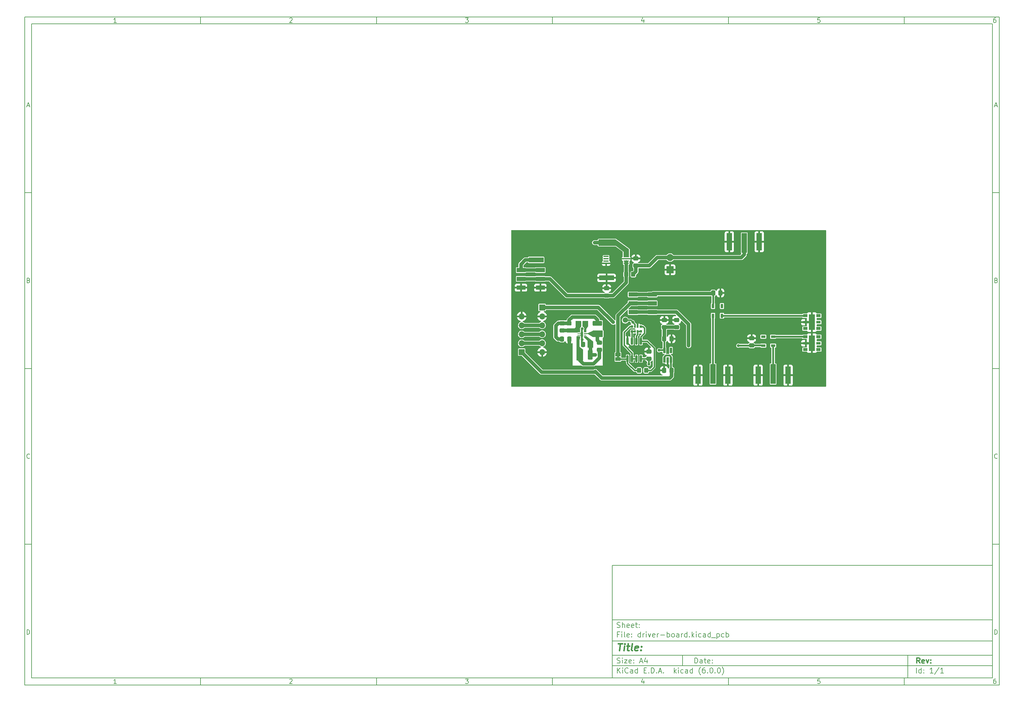
<source format=gbr>
%TF.GenerationSoftware,KiCad,Pcbnew,(6.0.0)*%
%TF.CreationDate,2022-05-25T15:28:21+02:00*%
%TF.ProjectId,driver-board,64726976-6572-42d6-926f-6172642e6b69,rev?*%
%TF.SameCoordinates,Original*%
%TF.FileFunction,Copper,L1,Top*%
%TF.FilePolarity,Positive*%
%FSLAX46Y46*%
G04 Gerber Fmt 4.6, Leading zero omitted, Abs format (unit mm)*
G04 Created by KiCad (PCBNEW (6.0.0)) date 2022-05-25 15:28:21*
%MOMM*%
%LPD*%
G01*
G04 APERTURE LIST*
G04 Aperture macros list*
%AMRoundRect*
0 Rectangle with rounded corners*
0 $1 Rounding radius*
0 $2 $3 $4 $5 $6 $7 $8 $9 X,Y pos of 4 corners*
0 Add a 4 corners polygon primitive as box body*
4,1,4,$2,$3,$4,$5,$6,$7,$8,$9,$2,$3,0*
0 Add four circle primitives for the rounded corners*
1,1,$1+$1,$2,$3*
1,1,$1+$1,$4,$5*
1,1,$1+$1,$6,$7*
1,1,$1+$1,$8,$9*
0 Add four rect primitives between the rounded corners*
20,1,$1+$1,$2,$3,$4,$5,0*
20,1,$1+$1,$4,$5,$6,$7,0*
20,1,$1+$1,$6,$7,$8,$9,0*
20,1,$1+$1,$8,$9,$2,$3,0*%
%AMOutline5P*
0 Free polygon, 5 corners , with rotation*
0 The origin of the aperture is its center*
0 number of corners: always 5*
0 $1 to $10 corner X, Y*
0 $11 Rotation angle, in degrees counterclockwise*
0 create outline with 5 corners*
4,1,5,$1,$2,$3,$4,$5,$6,$7,$8,$9,$10,$1,$2,$11*%
%AMOutline6P*
0 Free polygon, 6 corners , with rotation*
0 The origin of the aperture is its center*
0 number of corners: always 6*
0 $1 to $12 corner X, Y*
0 $13 Rotation angle, in degrees counterclockwise*
0 create outline with 6 corners*
4,1,6,$1,$2,$3,$4,$5,$6,$7,$8,$9,$10,$11,$12,$1,$2,$13*%
%AMOutline7P*
0 Free polygon, 7 corners , with rotation*
0 The origin of the aperture is its center*
0 number of corners: always 7*
0 $1 to $14 corner X, Y*
0 $15 Rotation angle, in degrees counterclockwise*
0 create outline with 7 corners*
4,1,7,$1,$2,$3,$4,$5,$6,$7,$8,$9,$10,$11,$12,$13,$14,$1,$2,$15*%
%AMOutline8P*
0 Free polygon, 8 corners , with rotation*
0 The origin of the aperture is its center*
0 number of corners: always 8*
0 $1 to $16 corner X, Y*
0 $17 Rotation angle, in degrees counterclockwise*
0 create outline with 8 corners*
4,1,8,$1,$2,$3,$4,$5,$6,$7,$8,$9,$10,$11,$12,$13,$14,$15,$16,$1,$2,$17*%
G04 Aperture macros list end*
%ADD10C,0.100000*%
%ADD11C,0.150000*%
%ADD12C,0.300000*%
%ADD13C,0.400000*%
%TA.AperFunction,ComponentPad*%
%ADD14R,1.700000X1.700000*%
%TD*%
%TA.AperFunction,ComponentPad*%
%ADD15O,1.700000X1.700000*%
%TD*%
%TA.AperFunction,SMDPad,CuDef*%
%ADD16RoundRect,0.062500X-0.287500X-0.062500X0.287500X-0.062500X0.287500X0.062500X-0.287500X0.062500X0*%
%TD*%
%TA.AperFunction,SMDPad,CuDef*%
%ADD17Outline5P,-0.320000X0.557000X-0.192000X0.685000X0.320000X0.685000X0.320000X-0.685000X-0.320000X-0.685000X0.000000*%
%TD*%
%TA.AperFunction,SMDPad,CuDef*%
%ADD18RoundRect,0.250000X0.450000X-0.350000X0.450000X0.350000X-0.450000X0.350000X-0.450000X-0.350000X0*%
%TD*%
%TA.AperFunction,SMDPad,CuDef*%
%ADD19RoundRect,0.250000X0.337500X0.475000X-0.337500X0.475000X-0.337500X-0.475000X0.337500X-0.475000X0*%
%TD*%
%TA.AperFunction,SMDPad,CuDef*%
%ADD20R,0.640000X0.700000*%
%TD*%
%TA.AperFunction,SMDPad,CuDef*%
%ADD21R,0.500000X0.700000*%
%TD*%
%TA.AperFunction,SMDPad,CuDef*%
%ADD22R,1.500000X1.000000*%
%TD*%
%TA.AperFunction,SMDPad,CuDef*%
%ADD23RoundRect,0.250001X0.462499X1.074999X-0.462499X1.074999X-0.462499X-1.074999X0.462499X-1.074999X0*%
%TD*%
%TA.AperFunction,SMDPad,CuDef*%
%ADD24R,0.760000X1.270000*%
%TD*%
%TA.AperFunction,SMDPad,CuDef*%
%ADD25RoundRect,0.250000X0.475000X-0.337500X0.475000X0.337500X-0.475000X0.337500X-0.475000X-0.337500X0*%
%TD*%
%TA.AperFunction,ConnectorPad*%
%ADD26R,1.500000X5.600000*%
%TD*%
%TA.AperFunction,ConnectorPad*%
%ADD27R,1.600000X4.900000*%
%TD*%
%TA.AperFunction,SMDPad,CuDef*%
%ADD28RoundRect,0.250000X-0.475000X0.337500X-0.475000X-0.337500X0.475000X-0.337500X0.475000X0.337500X0*%
%TD*%
%TA.AperFunction,SMDPad,CuDef*%
%ADD29R,2.500000X1.200000*%
%TD*%
%TA.AperFunction,SMDPad,CuDef*%
%ADD30RoundRect,0.250000X-0.337500X-0.475000X0.337500X-0.475000X0.337500X0.475000X-0.337500X0.475000X0*%
%TD*%
%TA.AperFunction,ComponentPad*%
%ADD31R,2.000000X2.000000*%
%TD*%
%TA.AperFunction,ComponentPad*%
%ADD32C,2.000000*%
%TD*%
%TA.AperFunction,SMDPad,CuDef*%
%ADD33R,1.270000X0.760000*%
%TD*%
%TA.AperFunction,SMDPad,CuDef*%
%ADD34RoundRect,0.250000X0.350000X0.450000X-0.350000X0.450000X-0.350000X-0.450000X0.350000X-0.450000X0*%
%TD*%
%TA.AperFunction,SMDPad,CuDef*%
%ADD35R,4.200000X1.400000*%
%TD*%
%TA.AperFunction,SMDPad,CuDef*%
%ADD36RoundRect,0.100000X0.637500X0.100000X-0.637500X0.100000X-0.637500X-0.100000X0.637500X-0.100000X0*%
%TD*%
%TA.AperFunction,SMDPad,CuDef*%
%ADD37R,0.650000X1.560000*%
%TD*%
%TA.AperFunction,SMDPad,CuDef*%
%ADD38RoundRect,0.250001X1.074999X-0.462499X1.074999X0.462499X-1.074999X0.462499X-1.074999X-0.462499X0*%
%TD*%
%TA.AperFunction,SMDPad,CuDef*%
%ADD39R,1.600000X0.780000*%
%TD*%
%TA.AperFunction,SMDPad,CuDef*%
%ADD40R,1.800000X4.500000*%
%TD*%
%TA.AperFunction,SMDPad,CuDef*%
%ADD41R,1.200000X0.850000*%
%TD*%
%TA.AperFunction,SMDPad,CuDef*%
%ADD42R,1.200000X0.780000*%
%TD*%
%TA.AperFunction,SMDPad,CuDef*%
%ADD43RoundRect,0.250000X-0.350000X-0.450000X0.350000X-0.450000X0.350000X0.450000X-0.350000X0.450000X0*%
%TD*%
%TA.AperFunction,SMDPad,CuDef*%
%ADD44C,1.500000*%
%TD*%
%TA.AperFunction,SMDPad,CuDef*%
%ADD45RoundRect,0.150000X-0.150000X0.825000X-0.150000X-0.825000X0.150000X-0.825000X0.150000X0.825000X0*%
%TD*%
%TA.AperFunction,ViaPad*%
%ADD46C,0.800000*%
%TD*%
%TA.AperFunction,Conductor*%
%ADD47C,1.000000*%
%TD*%
%TA.AperFunction,Conductor*%
%ADD48C,0.550000*%
%TD*%
%TA.AperFunction,Conductor*%
%ADD49C,0.200000*%
%TD*%
%TA.AperFunction,Conductor*%
%ADD50C,0.400000*%
%TD*%
%TA.AperFunction,Conductor*%
%ADD51C,0.500000*%
%TD*%
G04 APERTURE END LIST*
D10*
D11*
X177002200Y-166007200D02*
X177002200Y-198007200D01*
X285002200Y-198007200D01*
X285002200Y-166007200D01*
X177002200Y-166007200D01*
D10*
D11*
X10000000Y-10000000D02*
X10000000Y-200007200D01*
X287002200Y-200007200D01*
X287002200Y-10000000D01*
X10000000Y-10000000D01*
D10*
D11*
X12000000Y-12000000D02*
X12000000Y-198007200D01*
X285002200Y-198007200D01*
X285002200Y-12000000D01*
X12000000Y-12000000D01*
D10*
D11*
X60000000Y-12000000D02*
X60000000Y-10000000D01*
D10*
D11*
X110000000Y-12000000D02*
X110000000Y-10000000D01*
D10*
D11*
X160000000Y-12000000D02*
X160000000Y-10000000D01*
D10*
D11*
X210000000Y-12000000D02*
X210000000Y-10000000D01*
D10*
D11*
X260000000Y-12000000D02*
X260000000Y-10000000D01*
D10*
D11*
X36065476Y-11588095D02*
X35322619Y-11588095D01*
X35694047Y-11588095D02*
X35694047Y-10288095D01*
X35570238Y-10473809D01*
X35446428Y-10597619D01*
X35322619Y-10659523D01*
D10*
D11*
X85322619Y-10411904D02*
X85384523Y-10350000D01*
X85508333Y-10288095D01*
X85817857Y-10288095D01*
X85941666Y-10350000D01*
X86003571Y-10411904D01*
X86065476Y-10535714D01*
X86065476Y-10659523D01*
X86003571Y-10845238D01*
X85260714Y-11588095D01*
X86065476Y-11588095D01*
D10*
D11*
X135260714Y-10288095D02*
X136065476Y-10288095D01*
X135632142Y-10783333D01*
X135817857Y-10783333D01*
X135941666Y-10845238D01*
X136003571Y-10907142D01*
X136065476Y-11030952D01*
X136065476Y-11340476D01*
X136003571Y-11464285D01*
X135941666Y-11526190D01*
X135817857Y-11588095D01*
X135446428Y-11588095D01*
X135322619Y-11526190D01*
X135260714Y-11464285D01*
D10*
D11*
X185941666Y-10721428D02*
X185941666Y-11588095D01*
X185632142Y-10226190D02*
X185322619Y-11154761D01*
X186127380Y-11154761D01*
D10*
D11*
X236003571Y-10288095D02*
X235384523Y-10288095D01*
X235322619Y-10907142D01*
X235384523Y-10845238D01*
X235508333Y-10783333D01*
X235817857Y-10783333D01*
X235941666Y-10845238D01*
X236003571Y-10907142D01*
X236065476Y-11030952D01*
X236065476Y-11340476D01*
X236003571Y-11464285D01*
X235941666Y-11526190D01*
X235817857Y-11588095D01*
X235508333Y-11588095D01*
X235384523Y-11526190D01*
X235322619Y-11464285D01*
D10*
D11*
X285941666Y-10288095D02*
X285694047Y-10288095D01*
X285570238Y-10350000D01*
X285508333Y-10411904D01*
X285384523Y-10597619D01*
X285322619Y-10845238D01*
X285322619Y-11340476D01*
X285384523Y-11464285D01*
X285446428Y-11526190D01*
X285570238Y-11588095D01*
X285817857Y-11588095D01*
X285941666Y-11526190D01*
X286003571Y-11464285D01*
X286065476Y-11340476D01*
X286065476Y-11030952D01*
X286003571Y-10907142D01*
X285941666Y-10845238D01*
X285817857Y-10783333D01*
X285570238Y-10783333D01*
X285446428Y-10845238D01*
X285384523Y-10907142D01*
X285322619Y-11030952D01*
D10*
D11*
X60000000Y-198007200D02*
X60000000Y-200007200D01*
D10*
D11*
X110000000Y-198007200D02*
X110000000Y-200007200D01*
D10*
D11*
X160000000Y-198007200D02*
X160000000Y-200007200D01*
D10*
D11*
X210000000Y-198007200D02*
X210000000Y-200007200D01*
D10*
D11*
X260000000Y-198007200D02*
X260000000Y-200007200D01*
D10*
D11*
X36065476Y-199595295D02*
X35322619Y-199595295D01*
X35694047Y-199595295D02*
X35694047Y-198295295D01*
X35570238Y-198481009D01*
X35446428Y-198604819D01*
X35322619Y-198666723D01*
D10*
D11*
X85322619Y-198419104D02*
X85384523Y-198357200D01*
X85508333Y-198295295D01*
X85817857Y-198295295D01*
X85941666Y-198357200D01*
X86003571Y-198419104D01*
X86065476Y-198542914D01*
X86065476Y-198666723D01*
X86003571Y-198852438D01*
X85260714Y-199595295D01*
X86065476Y-199595295D01*
D10*
D11*
X135260714Y-198295295D02*
X136065476Y-198295295D01*
X135632142Y-198790533D01*
X135817857Y-198790533D01*
X135941666Y-198852438D01*
X136003571Y-198914342D01*
X136065476Y-199038152D01*
X136065476Y-199347676D01*
X136003571Y-199471485D01*
X135941666Y-199533390D01*
X135817857Y-199595295D01*
X135446428Y-199595295D01*
X135322619Y-199533390D01*
X135260714Y-199471485D01*
D10*
D11*
X185941666Y-198728628D02*
X185941666Y-199595295D01*
X185632142Y-198233390D02*
X185322619Y-199161961D01*
X186127380Y-199161961D01*
D10*
D11*
X236003571Y-198295295D02*
X235384523Y-198295295D01*
X235322619Y-198914342D01*
X235384523Y-198852438D01*
X235508333Y-198790533D01*
X235817857Y-198790533D01*
X235941666Y-198852438D01*
X236003571Y-198914342D01*
X236065476Y-199038152D01*
X236065476Y-199347676D01*
X236003571Y-199471485D01*
X235941666Y-199533390D01*
X235817857Y-199595295D01*
X235508333Y-199595295D01*
X235384523Y-199533390D01*
X235322619Y-199471485D01*
D10*
D11*
X285941666Y-198295295D02*
X285694047Y-198295295D01*
X285570238Y-198357200D01*
X285508333Y-198419104D01*
X285384523Y-198604819D01*
X285322619Y-198852438D01*
X285322619Y-199347676D01*
X285384523Y-199471485D01*
X285446428Y-199533390D01*
X285570238Y-199595295D01*
X285817857Y-199595295D01*
X285941666Y-199533390D01*
X286003571Y-199471485D01*
X286065476Y-199347676D01*
X286065476Y-199038152D01*
X286003571Y-198914342D01*
X285941666Y-198852438D01*
X285817857Y-198790533D01*
X285570238Y-198790533D01*
X285446428Y-198852438D01*
X285384523Y-198914342D01*
X285322619Y-199038152D01*
D10*
D11*
X10000000Y-60000000D02*
X12000000Y-60000000D01*
D10*
D11*
X10000000Y-110000000D02*
X12000000Y-110000000D01*
D10*
D11*
X10000000Y-160000000D02*
X12000000Y-160000000D01*
D10*
D11*
X10690476Y-35216666D02*
X11309523Y-35216666D01*
X10566666Y-35588095D02*
X11000000Y-34288095D01*
X11433333Y-35588095D01*
D10*
D11*
X11092857Y-84907142D02*
X11278571Y-84969047D01*
X11340476Y-85030952D01*
X11402380Y-85154761D01*
X11402380Y-85340476D01*
X11340476Y-85464285D01*
X11278571Y-85526190D01*
X11154761Y-85588095D01*
X10659523Y-85588095D01*
X10659523Y-84288095D01*
X11092857Y-84288095D01*
X11216666Y-84350000D01*
X11278571Y-84411904D01*
X11340476Y-84535714D01*
X11340476Y-84659523D01*
X11278571Y-84783333D01*
X11216666Y-84845238D01*
X11092857Y-84907142D01*
X10659523Y-84907142D01*
D10*
D11*
X11402380Y-135464285D02*
X11340476Y-135526190D01*
X11154761Y-135588095D01*
X11030952Y-135588095D01*
X10845238Y-135526190D01*
X10721428Y-135402380D01*
X10659523Y-135278571D01*
X10597619Y-135030952D01*
X10597619Y-134845238D01*
X10659523Y-134597619D01*
X10721428Y-134473809D01*
X10845238Y-134350000D01*
X11030952Y-134288095D01*
X11154761Y-134288095D01*
X11340476Y-134350000D01*
X11402380Y-134411904D01*
D10*
D11*
X10659523Y-185588095D02*
X10659523Y-184288095D01*
X10969047Y-184288095D01*
X11154761Y-184350000D01*
X11278571Y-184473809D01*
X11340476Y-184597619D01*
X11402380Y-184845238D01*
X11402380Y-185030952D01*
X11340476Y-185278571D01*
X11278571Y-185402380D01*
X11154761Y-185526190D01*
X10969047Y-185588095D01*
X10659523Y-185588095D01*
D10*
D11*
X287002200Y-60000000D02*
X285002200Y-60000000D01*
D10*
D11*
X287002200Y-110000000D02*
X285002200Y-110000000D01*
D10*
D11*
X287002200Y-160000000D02*
X285002200Y-160000000D01*
D10*
D11*
X285692676Y-35216666D02*
X286311723Y-35216666D01*
X285568866Y-35588095D02*
X286002200Y-34288095D01*
X286435533Y-35588095D01*
D10*
D11*
X286095057Y-84907142D02*
X286280771Y-84969047D01*
X286342676Y-85030952D01*
X286404580Y-85154761D01*
X286404580Y-85340476D01*
X286342676Y-85464285D01*
X286280771Y-85526190D01*
X286156961Y-85588095D01*
X285661723Y-85588095D01*
X285661723Y-84288095D01*
X286095057Y-84288095D01*
X286218866Y-84350000D01*
X286280771Y-84411904D01*
X286342676Y-84535714D01*
X286342676Y-84659523D01*
X286280771Y-84783333D01*
X286218866Y-84845238D01*
X286095057Y-84907142D01*
X285661723Y-84907142D01*
D10*
D11*
X286404580Y-135464285D02*
X286342676Y-135526190D01*
X286156961Y-135588095D01*
X286033152Y-135588095D01*
X285847438Y-135526190D01*
X285723628Y-135402380D01*
X285661723Y-135278571D01*
X285599819Y-135030952D01*
X285599819Y-134845238D01*
X285661723Y-134597619D01*
X285723628Y-134473809D01*
X285847438Y-134350000D01*
X286033152Y-134288095D01*
X286156961Y-134288095D01*
X286342676Y-134350000D01*
X286404580Y-134411904D01*
D10*
D11*
X285661723Y-185588095D02*
X285661723Y-184288095D01*
X285971247Y-184288095D01*
X286156961Y-184350000D01*
X286280771Y-184473809D01*
X286342676Y-184597619D01*
X286404580Y-184845238D01*
X286404580Y-185030952D01*
X286342676Y-185278571D01*
X286280771Y-185402380D01*
X286156961Y-185526190D01*
X285971247Y-185588095D01*
X285661723Y-185588095D01*
D10*
D11*
X200434342Y-193785771D02*
X200434342Y-192285771D01*
X200791485Y-192285771D01*
X201005771Y-192357200D01*
X201148628Y-192500057D01*
X201220057Y-192642914D01*
X201291485Y-192928628D01*
X201291485Y-193142914D01*
X201220057Y-193428628D01*
X201148628Y-193571485D01*
X201005771Y-193714342D01*
X200791485Y-193785771D01*
X200434342Y-193785771D01*
X202577200Y-193785771D02*
X202577200Y-193000057D01*
X202505771Y-192857200D01*
X202362914Y-192785771D01*
X202077200Y-192785771D01*
X201934342Y-192857200D01*
X202577200Y-193714342D02*
X202434342Y-193785771D01*
X202077200Y-193785771D01*
X201934342Y-193714342D01*
X201862914Y-193571485D01*
X201862914Y-193428628D01*
X201934342Y-193285771D01*
X202077200Y-193214342D01*
X202434342Y-193214342D01*
X202577200Y-193142914D01*
X203077200Y-192785771D02*
X203648628Y-192785771D01*
X203291485Y-192285771D02*
X203291485Y-193571485D01*
X203362914Y-193714342D01*
X203505771Y-193785771D01*
X203648628Y-193785771D01*
X204720057Y-193714342D02*
X204577200Y-193785771D01*
X204291485Y-193785771D01*
X204148628Y-193714342D01*
X204077200Y-193571485D01*
X204077200Y-193000057D01*
X204148628Y-192857200D01*
X204291485Y-192785771D01*
X204577200Y-192785771D01*
X204720057Y-192857200D01*
X204791485Y-193000057D01*
X204791485Y-193142914D01*
X204077200Y-193285771D01*
X205434342Y-193642914D02*
X205505771Y-193714342D01*
X205434342Y-193785771D01*
X205362914Y-193714342D01*
X205434342Y-193642914D01*
X205434342Y-193785771D01*
X205434342Y-192857200D02*
X205505771Y-192928628D01*
X205434342Y-193000057D01*
X205362914Y-192928628D01*
X205434342Y-192857200D01*
X205434342Y-193000057D01*
D10*
D11*
X177002200Y-194507200D02*
X285002200Y-194507200D01*
D10*
D11*
X178434342Y-196585771D02*
X178434342Y-195085771D01*
X179291485Y-196585771D02*
X178648628Y-195728628D01*
X179291485Y-195085771D02*
X178434342Y-195942914D01*
X179934342Y-196585771D02*
X179934342Y-195585771D01*
X179934342Y-195085771D02*
X179862914Y-195157200D01*
X179934342Y-195228628D01*
X180005771Y-195157200D01*
X179934342Y-195085771D01*
X179934342Y-195228628D01*
X181505771Y-196442914D02*
X181434342Y-196514342D01*
X181220057Y-196585771D01*
X181077200Y-196585771D01*
X180862914Y-196514342D01*
X180720057Y-196371485D01*
X180648628Y-196228628D01*
X180577200Y-195942914D01*
X180577200Y-195728628D01*
X180648628Y-195442914D01*
X180720057Y-195300057D01*
X180862914Y-195157200D01*
X181077200Y-195085771D01*
X181220057Y-195085771D01*
X181434342Y-195157200D01*
X181505771Y-195228628D01*
X182791485Y-196585771D02*
X182791485Y-195800057D01*
X182720057Y-195657200D01*
X182577200Y-195585771D01*
X182291485Y-195585771D01*
X182148628Y-195657200D01*
X182791485Y-196514342D02*
X182648628Y-196585771D01*
X182291485Y-196585771D01*
X182148628Y-196514342D01*
X182077200Y-196371485D01*
X182077200Y-196228628D01*
X182148628Y-196085771D01*
X182291485Y-196014342D01*
X182648628Y-196014342D01*
X182791485Y-195942914D01*
X184148628Y-196585771D02*
X184148628Y-195085771D01*
X184148628Y-196514342D02*
X184005771Y-196585771D01*
X183720057Y-196585771D01*
X183577200Y-196514342D01*
X183505771Y-196442914D01*
X183434342Y-196300057D01*
X183434342Y-195871485D01*
X183505771Y-195728628D01*
X183577200Y-195657200D01*
X183720057Y-195585771D01*
X184005771Y-195585771D01*
X184148628Y-195657200D01*
X186005771Y-195800057D02*
X186505771Y-195800057D01*
X186720057Y-196585771D02*
X186005771Y-196585771D01*
X186005771Y-195085771D01*
X186720057Y-195085771D01*
X187362914Y-196442914D02*
X187434342Y-196514342D01*
X187362914Y-196585771D01*
X187291485Y-196514342D01*
X187362914Y-196442914D01*
X187362914Y-196585771D01*
X188077200Y-196585771D02*
X188077200Y-195085771D01*
X188434342Y-195085771D01*
X188648628Y-195157200D01*
X188791485Y-195300057D01*
X188862914Y-195442914D01*
X188934342Y-195728628D01*
X188934342Y-195942914D01*
X188862914Y-196228628D01*
X188791485Y-196371485D01*
X188648628Y-196514342D01*
X188434342Y-196585771D01*
X188077200Y-196585771D01*
X189577200Y-196442914D02*
X189648628Y-196514342D01*
X189577200Y-196585771D01*
X189505771Y-196514342D01*
X189577200Y-196442914D01*
X189577200Y-196585771D01*
X190220057Y-196157200D02*
X190934342Y-196157200D01*
X190077200Y-196585771D02*
X190577200Y-195085771D01*
X191077200Y-196585771D01*
X191577200Y-196442914D02*
X191648628Y-196514342D01*
X191577200Y-196585771D01*
X191505771Y-196514342D01*
X191577200Y-196442914D01*
X191577200Y-196585771D01*
X194577200Y-196585771D02*
X194577200Y-195085771D01*
X194720057Y-196014342D02*
X195148628Y-196585771D01*
X195148628Y-195585771D02*
X194577200Y-196157200D01*
X195791485Y-196585771D02*
X195791485Y-195585771D01*
X195791485Y-195085771D02*
X195720057Y-195157200D01*
X195791485Y-195228628D01*
X195862914Y-195157200D01*
X195791485Y-195085771D01*
X195791485Y-195228628D01*
X197148628Y-196514342D02*
X197005771Y-196585771D01*
X196720057Y-196585771D01*
X196577200Y-196514342D01*
X196505771Y-196442914D01*
X196434342Y-196300057D01*
X196434342Y-195871485D01*
X196505771Y-195728628D01*
X196577200Y-195657200D01*
X196720057Y-195585771D01*
X197005771Y-195585771D01*
X197148628Y-195657200D01*
X198434342Y-196585771D02*
X198434342Y-195800057D01*
X198362914Y-195657200D01*
X198220057Y-195585771D01*
X197934342Y-195585771D01*
X197791485Y-195657200D01*
X198434342Y-196514342D02*
X198291485Y-196585771D01*
X197934342Y-196585771D01*
X197791485Y-196514342D01*
X197720057Y-196371485D01*
X197720057Y-196228628D01*
X197791485Y-196085771D01*
X197934342Y-196014342D01*
X198291485Y-196014342D01*
X198434342Y-195942914D01*
X199791485Y-196585771D02*
X199791485Y-195085771D01*
X199791485Y-196514342D02*
X199648628Y-196585771D01*
X199362914Y-196585771D01*
X199220057Y-196514342D01*
X199148628Y-196442914D01*
X199077200Y-196300057D01*
X199077200Y-195871485D01*
X199148628Y-195728628D01*
X199220057Y-195657200D01*
X199362914Y-195585771D01*
X199648628Y-195585771D01*
X199791485Y-195657200D01*
X202077200Y-197157200D02*
X202005771Y-197085771D01*
X201862914Y-196871485D01*
X201791485Y-196728628D01*
X201720057Y-196514342D01*
X201648628Y-196157200D01*
X201648628Y-195871485D01*
X201720057Y-195514342D01*
X201791485Y-195300057D01*
X201862914Y-195157200D01*
X202005771Y-194942914D01*
X202077200Y-194871485D01*
X203291485Y-195085771D02*
X203005771Y-195085771D01*
X202862914Y-195157200D01*
X202791485Y-195228628D01*
X202648628Y-195442914D01*
X202577200Y-195728628D01*
X202577200Y-196300057D01*
X202648628Y-196442914D01*
X202720057Y-196514342D01*
X202862914Y-196585771D01*
X203148628Y-196585771D01*
X203291485Y-196514342D01*
X203362914Y-196442914D01*
X203434342Y-196300057D01*
X203434342Y-195942914D01*
X203362914Y-195800057D01*
X203291485Y-195728628D01*
X203148628Y-195657200D01*
X202862914Y-195657200D01*
X202720057Y-195728628D01*
X202648628Y-195800057D01*
X202577200Y-195942914D01*
X204077200Y-196442914D02*
X204148628Y-196514342D01*
X204077200Y-196585771D01*
X204005771Y-196514342D01*
X204077200Y-196442914D01*
X204077200Y-196585771D01*
X205077200Y-195085771D02*
X205220057Y-195085771D01*
X205362914Y-195157200D01*
X205434342Y-195228628D01*
X205505771Y-195371485D01*
X205577200Y-195657200D01*
X205577200Y-196014342D01*
X205505771Y-196300057D01*
X205434342Y-196442914D01*
X205362914Y-196514342D01*
X205220057Y-196585771D01*
X205077200Y-196585771D01*
X204934342Y-196514342D01*
X204862914Y-196442914D01*
X204791485Y-196300057D01*
X204720057Y-196014342D01*
X204720057Y-195657200D01*
X204791485Y-195371485D01*
X204862914Y-195228628D01*
X204934342Y-195157200D01*
X205077200Y-195085771D01*
X206220057Y-196442914D02*
X206291485Y-196514342D01*
X206220057Y-196585771D01*
X206148628Y-196514342D01*
X206220057Y-196442914D01*
X206220057Y-196585771D01*
X207220057Y-195085771D02*
X207362914Y-195085771D01*
X207505771Y-195157200D01*
X207577200Y-195228628D01*
X207648628Y-195371485D01*
X207720057Y-195657200D01*
X207720057Y-196014342D01*
X207648628Y-196300057D01*
X207577200Y-196442914D01*
X207505771Y-196514342D01*
X207362914Y-196585771D01*
X207220057Y-196585771D01*
X207077200Y-196514342D01*
X207005771Y-196442914D01*
X206934342Y-196300057D01*
X206862914Y-196014342D01*
X206862914Y-195657200D01*
X206934342Y-195371485D01*
X207005771Y-195228628D01*
X207077200Y-195157200D01*
X207220057Y-195085771D01*
X208220057Y-197157200D02*
X208291485Y-197085771D01*
X208434342Y-196871485D01*
X208505771Y-196728628D01*
X208577200Y-196514342D01*
X208648628Y-196157200D01*
X208648628Y-195871485D01*
X208577200Y-195514342D01*
X208505771Y-195300057D01*
X208434342Y-195157200D01*
X208291485Y-194942914D01*
X208220057Y-194871485D01*
D10*
D11*
X177002200Y-191507200D02*
X285002200Y-191507200D01*
D10*
D12*
X264411485Y-193785771D02*
X263911485Y-193071485D01*
X263554342Y-193785771D02*
X263554342Y-192285771D01*
X264125771Y-192285771D01*
X264268628Y-192357200D01*
X264340057Y-192428628D01*
X264411485Y-192571485D01*
X264411485Y-192785771D01*
X264340057Y-192928628D01*
X264268628Y-193000057D01*
X264125771Y-193071485D01*
X263554342Y-193071485D01*
X265625771Y-193714342D02*
X265482914Y-193785771D01*
X265197200Y-193785771D01*
X265054342Y-193714342D01*
X264982914Y-193571485D01*
X264982914Y-193000057D01*
X265054342Y-192857200D01*
X265197200Y-192785771D01*
X265482914Y-192785771D01*
X265625771Y-192857200D01*
X265697200Y-193000057D01*
X265697200Y-193142914D01*
X264982914Y-193285771D01*
X266197200Y-192785771D02*
X266554342Y-193785771D01*
X266911485Y-192785771D01*
X267482914Y-193642914D02*
X267554342Y-193714342D01*
X267482914Y-193785771D01*
X267411485Y-193714342D01*
X267482914Y-193642914D01*
X267482914Y-193785771D01*
X267482914Y-192857200D02*
X267554342Y-192928628D01*
X267482914Y-193000057D01*
X267411485Y-192928628D01*
X267482914Y-192857200D01*
X267482914Y-193000057D01*
D10*
D11*
X178362914Y-193714342D02*
X178577200Y-193785771D01*
X178934342Y-193785771D01*
X179077200Y-193714342D01*
X179148628Y-193642914D01*
X179220057Y-193500057D01*
X179220057Y-193357200D01*
X179148628Y-193214342D01*
X179077200Y-193142914D01*
X178934342Y-193071485D01*
X178648628Y-193000057D01*
X178505771Y-192928628D01*
X178434342Y-192857200D01*
X178362914Y-192714342D01*
X178362914Y-192571485D01*
X178434342Y-192428628D01*
X178505771Y-192357200D01*
X178648628Y-192285771D01*
X179005771Y-192285771D01*
X179220057Y-192357200D01*
X179862914Y-193785771D02*
X179862914Y-192785771D01*
X179862914Y-192285771D02*
X179791485Y-192357200D01*
X179862914Y-192428628D01*
X179934342Y-192357200D01*
X179862914Y-192285771D01*
X179862914Y-192428628D01*
X180434342Y-192785771D02*
X181220057Y-192785771D01*
X180434342Y-193785771D01*
X181220057Y-193785771D01*
X182362914Y-193714342D02*
X182220057Y-193785771D01*
X181934342Y-193785771D01*
X181791485Y-193714342D01*
X181720057Y-193571485D01*
X181720057Y-193000057D01*
X181791485Y-192857200D01*
X181934342Y-192785771D01*
X182220057Y-192785771D01*
X182362914Y-192857200D01*
X182434342Y-193000057D01*
X182434342Y-193142914D01*
X181720057Y-193285771D01*
X183077200Y-193642914D02*
X183148628Y-193714342D01*
X183077200Y-193785771D01*
X183005771Y-193714342D01*
X183077200Y-193642914D01*
X183077200Y-193785771D01*
X183077200Y-192857200D02*
X183148628Y-192928628D01*
X183077200Y-193000057D01*
X183005771Y-192928628D01*
X183077200Y-192857200D01*
X183077200Y-193000057D01*
X184862914Y-193357200D02*
X185577200Y-193357200D01*
X184720057Y-193785771D02*
X185220057Y-192285771D01*
X185720057Y-193785771D01*
X186862914Y-192785771D02*
X186862914Y-193785771D01*
X186505771Y-192214342D02*
X186148628Y-193285771D01*
X187077200Y-193285771D01*
D10*
D11*
X263434342Y-196585771D02*
X263434342Y-195085771D01*
X264791485Y-196585771D02*
X264791485Y-195085771D01*
X264791485Y-196514342D02*
X264648628Y-196585771D01*
X264362914Y-196585771D01*
X264220057Y-196514342D01*
X264148628Y-196442914D01*
X264077200Y-196300057D01*
X264077200Y-195871485D01*
X264148628Y-195728628D01*
X264220057Y-195657200D01*
X264362914Y-195585771D01*
X264648628Y-195585771D01*
X264791485Y-195657200D01*
X265505771Y-196442914D02*
X265577200Y-196514342D01*
X265505771Y-196585771D01*
X265434342Y-196514342D01*
X265505771Y-196442914D01*
X265505771Y-196585771D01*
X265505771Y-195657200D02*
X265577200Y-195728628D01*
X265505771Y-195800057D01*
X265434342Y-195728628D01*
X265505771Y-195657200D01*
X265505771Y-195800057D01*
X268148628Y-196585771D02*
X267291485Y-196585771D01*
X267720057Y-196585771D02*
X267720057Y-195085771D01*
X267577200Y-195300057D01*
X267434342Y-195442914D01*
X267291485Y-195514342D01*
X269862914Y-195014342D02*
X268577200Y-196942914D01*
X271148628Y-196585771D02*
X270291485Y-196585771D01*
X270720057Y-196585771D02*
X270720057Y-195085771D01*
X270577200Y-195300057D01*
X270434342Y-195442914D01*
X270291485Y-195514342D01*
D10*
D11*
X177002200Y-187507200D02*
X285002200Y-187507200D01*
D10*
D13*
X178714580Y-188211961D02*
X179857438Y-188211961D01*
X179036009Y-190211961D02*
X179286009Y-188211961D01*
X180274104Y-190211961D02*
X180440771Y-188878628D01*
X180524104Y-188211961D02*
X180416961Y-188307200D01*
X180500295Y-188402438D01*
X180607438Y-188307200D01*
X180524104Y-188211961D01*
X180500295Y-188402438D01*
X181107438Y-188878628D02*
X181869342Y-188878628D01*
X181476485Y-188211961D02*
X181262200Y-189926247D01*
X181333628Y-190116723D01*
X181512200Y-190211961D01*
X181702676Y-190211961D01*
X182655057Y-190211961D02*
X182476485Y-190116723D01*
X182405057Y-189926247D01*
X182619342Y-188211961D01*
X184190771Y-190116723D02*
X183988390Y-190211961D01*
X183607438Y-190211961D01*
X183428866Y-190116723D01*
X183357438Y-189926247D01*
X183452676Y-189164342D01*
X183571723Y-188973866D01*
X183774104Y-188878628D01*
X184155057Y-188878628D01*
X184333628Y-188973866D01*
X184405057Y-189164342D01*
X184381247Y-189354819D01*
X183405057Y-189545295D01*
X185155057Y-190021485D02*
X185238390Y-190116723D01*
X185131247Y-190211961D01*
X185047914Y-190116723D01*
X185155057Y-190021485D01*
X185131247Y-190211961D01*
X185286009Y-188973866D02*
X185369342Y-189069104D01*
X185262200Y-189164342D01*
X185178866Y-189069104D01*
X185286009Y-188973866D01*
X185262200Y-189164342D01*
D10*
D11*
X178934342Y-185600057D02*
X178434342Y-185600057D01*
X178434342Y-186385771D02*
X178434342Y-184885771D01*
X179148628Y-184885771D01*
X179720057Y-186385771D02*
X179720057Y-185385771D01*
X179720057Y-184885771D02*
X179648628Y-184957200D01*
X179720057Y-185028628D01*
X179791485Y-184957200D01*
X179720057Y-184885771D01*
X179720057Y-185028628D01*
X180648628Y-186385771D02*
X180505771Y-186314342D01*
X180434342Y-186171485D01*
X180434342Y-184885771D01*
X181791485Y-186314342D02*
X181648628Y-186385771D01*
X181362914Y-186385771D01*
X181220057Y-186314342D01*
X181148628Y-186171485D01*
X181148628Y-185600057D01*
X181220057Y-185457200D01*
X181362914Y-185385771D01*
X181648628Y-185385771D01*
X181791485Y-185457200D01*
X181862914Y-185600057D01*
X181862914Y-185742914D01*
X181148628Y-185885771D01*
X182505771Y-186242914D02*
X182577200Y-186314342D01*
X182505771Y-186385771D01*
X182434342Y-186314342D01*
X182505771Y-186242914D01*
X182505771Y-186385771D01*
X182505771Y-185457200D02*
X182577200Y-185528628D01*
X182505771Y-185600057D01*
X182434342Y-185528628D01*
X182505771Y-185457200D01*
X182505771Y-185600057D01*
X185005771Y-186385771D02*
X185005771Y-184885771D01*
X185005771Y-186314342D02*
X184862914Y-186385771D01*
X184577200Y-186385771D01*
X184434342Y-186314342D01*
X184362914Y-186242914D01*
X184291485Y-186100057D01*
X184291485Y-185671485D01*
X184362914Y-185528628D01*
X184434342Y-185457200D01*
X184577200Y-185385771D01*
X184862914Y-185385771D01*
X185005771Y-185457200D01*
X185720057Y-186385771D02*
X185720057Y-185385771D01*
X185720057Y-185671485D02*
X185791485Y-185528628D01*
X185862914Y-185457200D01*
X186005771Y-185385771D01*
X186148628Y-185385771D01*
X186648628Y-186385771D02*
X186648628Y-185385771D01*
X186648628Y-184885771D02*
X186577200Y-184957200D01*
X186648628Y-185028628D01*
X186720057Y-184957200D01*
X186648628Y-184885771D01*
X186648628Y-185028628D01*
X187220057Y-185385771D02*
X187577200Y-186385771D01*
X187934342Y-185385771D01*
X189077200Y-186314342D02*
X188934342Y-186385771D01*
X188648628Y-186385771D01*
X188505771Y-186314342D01*
X188434342Y-186171485D01*
X188434342Y-185600057D01*
X188505771Y-185457200D01*
X188648628Y-185385771D01*
X188934342Y-185385771D01*
X189077200Y-185457200D01*
X189148628Y-185600057D01*
X189148628Y-185742914D01*
X188434342Y-185885771D01*
X189791485Y-186385771D02*
X189791485Y-185385771D01*
X189791485Y-185671485D02*
X189862914Y-185528628D01*
X189934342Y-185457200D01*
X190077200Y-185385771D01*
X190220057Y-185385771D01*
X190720057Y-185814342D02*
X191862914Y-185814342D01*
X192577200Y-186385771D02*
X192577200Y-184885771D01*
X192577200Y-185457200D02*
X192720057Y-185385771D01*
X193005771Y-185385771D01*
X193148628Y-185457200D01*
X193220057Y-185528628D01*
X193291485Y-185671485D01*
X193291485Y-186100057D01*
X193220057Y-186242914D01*
X193148628Y-186314342D01*
X193005771Y-186385771D01*
X192720057Y-186385771D01*
X192577200Y-186314342D01*
X194148628Y-186385771D02*
X194005771Y-186314342D01*
X193934342Y-186242914D01*
X193862914Y-186100057D01*
X193862914Y-185671485D01*
X193934342Y-185528628D01*
X194005771Y-185457200D01*
X194148628Y-185385771D01*
X194362914Y-185385771D01*
X194505771Y-185457200D01*
X194577200Y-185528628D01*
X194648628Y-185671485D01*
X194648628Y-186100057D01*
X194577200Y-186242914D01*
X194505771Y-186314342D01*
X194362914Y-186385771D01*
X194148628Y-186385771D01*
X195934342Y-186385771D02*
X195934342Y-185600057D01*
X195862914Y-185457200D01*
X195720057Y-185385771D01*
X195434342Y-185385771D01*
X195291485Y-185457200D01*
X195934342Y-186314342D02*
X195791485Y-186385771D01*
X195434342Y-186385771D01*
X195291485Y-186314342D01*
X195220057Y-186171485D01*
X195220057Y-186028628D01*
X195291485Y-185885771D01*
X195434342Y-185814342D01*
X195791485Y-185814342D01*
X195934342Y-185742914D01*
X196648628Y-186385771D02*
X196648628Y-185385771D01*
X196648628Y-185671485D02*
X196720057Y-185528628D01*
X196791485Y-185457200D01*
X196934342Y-185385771D01*
X197077200Y-185385771D01*
X198220057Y-186385771D02*
X198220057Y-184885771D01*
X198220057Y-186314342D02*
X198077200Y-186385771D01*
X197791485Y-186385771D01*
X197648628Y-186314342D01*
X197577200Y-186242914D01*
X197505771Y-186100057D01*
X197505771Y-185671485D01*
X197577200Y-185528628D01*
X197648628Y-185457200D01*
X197791485Y-185385771D01*
X198077200Y-185385771D01*
X198220057Y-185457200D01*
X198934342Y-186242914D02*
X199005771Y-186314342D01*
X198934342Y-186385771D01*
X198862914Y-186314342D01*
X198934342Y-186242914D01*
X198934342Y-186385771D01*
X199648628Y-186385771D02*
X199648628Y-184885771D01*
X199791485Y-185814342D02*
X200220057Y-186385771D01*
X200220057Y-185385771D02*
X199648628Y-185957200D01*
X200862914Y-186385771D02*
X200862914Y-185385771D01*
X200862914Y-184885771D02*
X200791485Y-184957200D01*
X200862914Y-185028628D01*
X200934342Y-184957200D01*
X200862914Y-184885771D01*
X200862914Y-185028628D01*
X202220057Y-186314342D02*
X202077200Y-186385771D01*
X201791485Y-186385771D01*
X201648628Y-186314342D01*
X201577200Y-186242914D01*
X201505771Y-186100057D01*
X201505771Y-185671485D01*
X201577200Y-185528628D01*
X201648628Y-185457200D01*
X201791485Y-185385771D01*
X202077200Y-185385771D01*
X202220057Y-185457200D01*
X203505771Y-186385771D02*
X203505771Y-185600057D01*
X203434342Y-185457200D01*
X203291485Y-185385771D01*
X203005771Y-185385771D01*
X202862914Y-185457200D01*
X203505771Y-186314342D02*
X203362914Y-186385771D01*
X203005771Y-186385771D01*
X202862914Y-186314342D01*
X202791485Y-186171485D01*
X202791485Y-186028628D01*
X202862914Y-185885771D01*
X203005771Y-185814342D01*
X203362914Y-185814342D01*
X203505771Y-185742914D01*
X204862914Y-186385771D02*
X204862914Y-184885771D01*
X204862914Y-186314342D02*
X204720057Y-186385771D01*
X204434342Y-186385771D01*
X204291485Y-186314342D01*
X204220057Y-186242914D01*
X204148628Y-186100057D01*
X204148628Y-185671485D01*
X204220057Y-185528628D01*
X204291485Y-185457200D01*
X204434342Y-185385771D01*
X204720057Y-185385771D01*
X204862914Y-185457200D01*
X205220057Y-186528628D02*
X206362914Y-186528628D01*
X206720057Y-185385771D02*
X206720057Y-186885771D01*
X206720057Y-185457200D02*
X206862914Y-185385771D01*
X207148628Y-185385771D01*
X207291485Y-185457200D01*
X207362914Y-185528628D01*
X207434342Y-185671485D01*
X207434342Y-186100057D01*
X207362914Y-186242914D01*
X207291485Y-186314342D01*
X207148628Y-186385771D01*
X206862914Y-186385771D01*
X206720057Y-186314342D01*
X208720057Y-186314342D02*
X208577200Y-186385771D01*
X208291485Y-186385771D01*
X208148628Y-186314342D01*
X208077200Y-186242914D01*
X208005771Y-186100057D01*
X208005771Y-185671485D01*
X208077200Y-185528628D01*
X208148628Y-185457200D01*
X208291485Y-185385771D01*
X208577200Y-185385771D01*
X208720057Y-185457200D01*
X209362914Y-186385771D02*
X209362914Y-184885771D01*
X209362914Y-185457200D02*
X209505771Y-185385771D01*
X209791485Y-185385771D01*
X209934342Y-185457200D01*
X210005771Y-185528628D01*
X210077200Y-185671485D01*
X210077200Y-186100057D01*
X210005771Y-186242914D01*
X209934342Y-186314342D01*
X209791485Y-186385771D01*
X209505771Y-186385771D01*
X209362914Y-186314342D01*
D10*
D11*
X177002200Y-181507200D02*
X285002200Y-181507200D01*
D10*
D11*
X178362914Y-183614342D02*
X178577200Y-183685771D01*
X178934342Y-183685771D01*
X179077200Y-183614342D01*
X179148628Y-183542914D01*
X179220057Y-183400057D01*
X179220057Y-183257200D01*
X179148628Y-183114342D01*
X179077200Y-183042914D01*
X178934342Y-182971485D01*
X178648628Y-182900057D01*
X178505771Y-182828628D01*
X178434342Y-182757200D01*
X178362914Y-182614342D01*
X178362914Y-182471485D01*
X178434342Y-182328628D01*
X178505771Y-182257200D01*
X178648628Y-182185771D01*
X179005771Y-182185771D01*
X179220057Y-182257200D01*
X179862914Y-183685771D02*
X179862914Y-182185771D01*
X180505771Y-183685771D02*
X180505771Y-182900057D01*
X180434342Y-182757200D01*
X180291485Y-182685771D01*
X180077200Y-182685771D01*
X179934342Y-182757200D01*
X179862914Y-182828628D01*
X181791485Y-183614342D02*
X181648628Y-183685771D01*
X181362914Y-183685771D01*
X181220057Y-183614342D01*
X181148628Y-183471485D01*
X181148628Y-182900057D01*
X181220057Y-182757200D01*
X181362914Y-182685771D01*
X181648628Y-182685771D01*
X181791485Y-182757200D01*
X181862914Y-182900057D01*
X181862914Y-183042914D01*
X181148628Y-183185771D01*
X183077200Y-183614342D02*
X182934342Y-183685771D01*
X182648628Y-183685771D01*
X182505771Y-183614342D01*
X182434342Y-183471485D01*
X182434342Y-182900057D01*
X182505771Y-182757200D01*
X182648628Y-182685771D01*
X182934342Y-182685771D01*
X183077200Y-182757200D01*
X183148628Y-182900057D01*
X183148628Y-183042914D01*
X182434342Y-183185771D01*
X183577200Y-182685771D02*
X184148628Y-182685771D01*
X183791485Y-182185771D02*
X183791485Y-183471485D01*
X183862914Y-183614342D01*
X184005771Y-183685771D01*
X184148628Y-183685771D01*
X184648628Y-183542914D02*
X184720057Y-183614342D01*
X184648628Y-183685771D01*
X184577200Y-183614342D01*
X184648628Y-183542914D01*
X184648628Y-183685771D01*
X184648628Y-182757200D02*
X184720057Y-182828628D01*
X184648628Y-182900057D01*
X184577200Y-182828628D01*
X184648628Y-182757200D01*
X184648628Y-182900057D01*
D10*
D12*
D10*
D11*
D10*
D11*
D10*
D11*
D10*
D11*
D10*
D11*
X197002200Y-191507200D02*
X197002200Y-194507200D01*
D10*
D11*
X261002200Y-191507200D02*
X261002200Y-198007200D01*
%TO.C,JP1*%
G36*
X178912500Y-106931250D02*
G01*
X178312500Y-106931250D01*
X178312500Y-106431250D01*
X178912500Y-106431250D01*
X178912500Y-106931250D01*
G37*
%TD*%
D14*
%TO.P,J1,1,Pin_1*%
%TO.N,5V*%
X151250000Y-105343750D03*
D15*
%TO.P,J1,2,Pin_2*%
%TO.N,3V3*%
X151250000Y-102803750D03*
%TO.P,J1,3,Pin_3*%
%TO.N,SDA0*%
X151250000Y-100263750D03*
%TO.P,J1,4,Pin_4*%
%TO.N,SCL0*%
X151250000Y-97723750D03*
%TO.P,J1,5,Pin_5*%
%TO.N,GND*%
X151250000Y-95183750D03*
%TD*%
D16*
%TO.P,U1,1,FB*%
%TO.N,Net-(C5-Pad1)*%
X167450000Y-99593750D03*
%TO.P,U1,2,GND*%
%TO.N,GND*%
X167450000Y-100043750D03*
%TO.P,U1,3,GND*%
X167450000Y-100493750D03*
%TO.P,U1,4,SW*%
%TO.N,Net-(C3-Pad1)*%
X167450000Y-100943750D03*
%TO.P,U1,5,VIN*%
%TO.N,5V*%
X169300000Y-100943750D03*
%TO.P,U1,6,NC*%
%TO.N,unconnected-(U1-Pad6)*%
X169300000Y-100493750D03*
%TO.P,U1,7,D*%
%TO.N,Net-(C3-Pad2)*%
X169300000Y-100043750D03*
%TO.P,U1,8,SDREF*%
%TO.N,Net-(R2-Pad1)*%
X169300000Y-99593750D03*
D17*
%TO.P,U1,9,GND*%
%TO.N,GND*%
X168375000Y-100268750D03*
%TD*%
D18*
%TO.P,R1,1*%
%TO.N,Net-(C5-Pad1)*%
X164750000Y-99143750D03*
%TO.P,R1,2*%
%TO.N,-33V*%
X164750000Y-97143750D03*
%TD*%
D19*
%TO.P,C2,1*%
%TO.N,5V*%
X193815181Y-110543750D03*
%TO.P,C2,2*%
%TO.N,GND*%
X191740181Y-110543750D03*
%TD*%
D20*
%TO.P,RN1,1,R1.1*%
%TO.N,Net-(R3-Pad2)*%
X185090000Y-98068750D03*
D21*
%TO.P,RN1,2,R2.1*%
%TO.N,GND*%
X184220000Y-98068750D03*
%TO.P,RN1,3,R3.1*%
%TO.N,DAC_OUT_I_SRC*%
X183420000Y-98068750D03*
D20*
%TO.P,RN1,4,R4.1*%
%TO.N,Net-(RN1-Pad4)*%
X182550000Y-98068750D03*
%TO.P,RN1,5,R4.2*%
%TO.N,Net-(RN1-Pad5)*%
X182550000Y-99468750D03*
D21*
%TO.P,RN1,6,R3.2*%
X183420000Y-99468750D03*
%TO.P,RN1,7,R2.2*%
%TO.N,Net-(RN1-Pad7)*%
X184220000Y-99468750D03*
D20*
%TO.P,RN1,8,R1.2*%
X185090000Y-99468750D03*
%TD*%
D19*
%TO.P,C7,1*%
%TO.N,GND*%
X164787500Y-101643750D03*
%TO.P,C7,2*%
%TO.N,-33V*%
X162712500Y-101643750D03*
%TD*%
D22*
%TO.P,JP1,1,A*%
%TO.N,Net-(JP1-Pad1)*%
X178612500Y-107331250D03*
%TO.P,JP1,2,B*%
%TO.N,Net-(JP1-Pad2)*%
X178612500Y-106031250D03*
%TD*%
D23*
%TO.P,L1,1,1*%
%TO.N,5V*%
X170737500Y-106143750D03*
%TO.P,L1,2,2*%
%TO.N,Net-(C3-Pad1)*%
X167762500Y-106143750D03*
%TD*%
D19*
%TO.P,C17,1*%
%TO.N,GND*%
X207737500Y-88500000D03*
%TO.P,C17,2*%
%TO.N,DC_LD2*%
X205662500Y-88500000D03*
%TD*%
D24*
%TO.P,U6,1,DC*%
%TO.N,DC_LD2*%
X205630000Y-92207500D03*
%TO.P,U6,2,NC*%
%TO.N,unconnected-(U6-Pad2)*%
X208170000Y-92207500D03*
%TO.P,U6,3,RF+DC*%
%TO.N,Net-(U6-Pad3)*%
X208170000Y-94992500D03*
%TO.P,U6,4,RF*%
%TO.N,Net-(J5-Pad1)*%
X205630000Y-94992500D03*
%TD*%
D25*
%TO.P,C3,1*%
%TO.N,Net-(C3-Pad1)*%
X173350000Y-104681250D03*
%TO.P,C3,2*%
%TO.N,Net-(C3-Pad2)*%
X173350000Y-102606250D03*
%TD*%
D26*
%TO.P,J4,1,In*%
%TO.N,Net-(J4-Pad1)*%
X222700000Y-111550000D03*
D27*
%TO.P,J4,2,Ext*%
%TO.N,GND*%
X218450000Y-111900000D03*
X226950000Y-111900000D03*
%TD*%
D28*
%TO.P,C14,1*%
%TO.N,GND*%
X183700000Y-78662500D03*
%TO.P,C14,2*%
%TO.N,SiPM Bias*%
X183700000Y-80737500D03*
%TD*%
D29*
%TO.P,SW1,1,A*%
%TO.N,Net-(RV1-Pad2)*%
X156550000Y-82000000D03*
X151050000Y-82000000D03*
%TO.P,SW1,2,B*%
%TO.N,Net-(C13-Pad1)*%
X151050000Y-84500000D03*
X156550000Y-84500000D03*
%TO.P,SW1,3,C*%
%TO.N,GND*%
X151050000Y-87000000D03*
X156550000Y-87000000D03*
%TD*%
D30*
%TO.P,C4,1*%
%TO.N,+3.3VA*%
X191740181Y-101543750D03*
%TO.P,C4,2*%
%TO.N,GND*%
X193815181Y-101543750D03*
%TD*%
D25*
%TO.P,C8,2*%
%TO.N,GND*%
X191777681Y-96168750D03*
%TO.P,C8,1*%
%TO.N,+3.3VA*%
X191777681Y-98243750D03*
%TD*%
%TO.P,C5,1*%
%TO.N,Net-(C5-Pad1)*%
X162750000Y-99181250D03*
%TO.P,C5,2*%
%TO.N,-33V*%
X162750000Y-97106250D03*
%TD*%
D27*
%TO.P,J3,2,Ext*%
%TO.N,GND*%
X218750000Y-73950000D03*
X210250000Y-73950000D03*
D26*
%TO.P,J3,1,In*%
%TO.N,SiPM Bias*%
X214500000Y-74300000D03*
%TD*%
D31*
%TO.P,C15,1*%
%TO.N,GND*%
X193400000Y-81917677D03*
D32*
%TO.P,C15,2*%
%TO.N,SiPM Bias*%
X193400000Y-78417677D03*
%TD*%
D33*
%TO.P,U5,1,DC*%
%TO.N,DC_LD1*%
X219907500Y-103470000D03*
%TO.P,U5,2,NC*%
%TO.N,unconnected-(U5-Pad2)*%
X219907500Y-100930000D03*
%TO.P,U5,3,RF+DC*%
%TO.N,Net-(U5-Pad3)*%
X222692500Y-100930000D03*
%TO.P,U5,4,RF*%
%TO.N,Net-(J4-Pad1)*%
X222692500Y-103470000D03*
%TD*%
D25*
%TO.P,C12,1*%
%TO.N,+3.3VA*%
X187382500Y-107218750D03*
%TO.P,C12,2*%
%TO.N,GND*%
X187382500Y-105143750D03*
%TD*%
D34*
%TO.P,R7,1*%
%TO.N,SiPM Bias*%
X182950000Y-83200000D03*
%TO.P,R7,2*%
%TO.N,Net-(C13-Pad1)*%
X180950000Y-83200000D03*
%TD*%
D35*
%TO.P,RV1,1,1*%
%TO.N,GND*%
X175362500Y-84200000D03*
%TO.P,RV1,2,2*%
%TO.N,Net-(RV1-Pad2)*%
X155362500Y-79100000D03*
%TO.P,RV1,3,3*%
%TO.N,-33V*%
X175362500Y-74200000D03*
%TD*%
D25*
%TO.P,C6,1*%
%TO.N,+3.3VA*%
X195277681Y-98243750D03*
%TO.P,C6,2*%
%TO.N,GND*%
X195277681Y-96168750D03*
%TD*%
D14*
%TO.P,J2,1,Pin_1*%
%TO.N,DAC_OUT_I_SRC*%
X157050000Y-92618750D03*
D15*
%TO.P,J2,2,Pin_2*%
%TO.N,GND*%
X157050000Y-95158750D03*
%TO.P,J2,3,Pin_3*%
%TO.N,SCL0*%
X157050000Y-97698750D03*
%TO.P,J2,4,Pin_4*%
%TO.N,SDA0*%
X157050000Y-100238750D03*
%TO.P,J2,5,Pin_5*%
%TO.N,3V3*%
X157050000Y-102778750D03*
%TO.P,J2,6,Pin_6*%
%TO.N,GND*%
X157050000Y-105318750D03*
%TD*%
D36*
%TO.P,U3,1*%
%TO.N,Net-(C13-Pad1)*%
X180962500Y-80075000D03*
%TO.P,U3,2,-*%
X180962500Y-79425000D03*
%TO.P,U3,3,+*%
%TO.N,GND*%
X180962500Y-78775000D03*
%TO.P,U3,4,V-*%
%TO.N,-33V*%
X180962500Y-78125000D03*
%TO.P,U3,5,+*%
%TO.N,unconnected-(U3-Pad5)*%
X175237500Y-78125000D03*
%TO.P,U3,6,-*%
%TO.N,unconnected-(U3-Pad6)*%
X175237500Y-78775000D03*
%TO.P,U3,7*%
%TO.N,unconnected-(U3-Pad7)*%
X175237500Y-79425000D03*
%TO.P,U3,8,V+*%
%TO.N,GND*%
X175237500Y-80075000D03*
%TD*%
D37*
%TO.P,U2,1,VIN*%
%TO.N,5V*%
X191777681Y-107543750D03*
%TO.P,U2,2,GND*%
%TO.N,GND*%
X192727681Y-107543750D03*
%TO.P,U2,3,EN*%
%TO.N,5V*%
X193677681Y-107543750D03*
%TO.P,U2,4,NC*%
%TO.N,unconnected-(U2-Pad4)*%
X193677681Y-104843750D03*
%TO.P,U2,5,VOUT*%
%TO.N,+3.3VA*%
X191777681Y-104843750D03*
%TD*%
D25*
%TO.P,C13,2*%
%TO.N,GND*%
X175400000Y-87162500D03*
%TO.P,C13,1*%
%TO.N,Net-(C13-Pad1)*%
X175400000Y-89237500D03*
%TD*%
D38*
%TO.P,L2,1,1*%
%TO.N,Net-(C3-Pad2)*%
X172750000Y-100131250D03*
%TO.P,L2,2,2*%
%TO.N,-33V*%
X172750000Y-97156250D03*
%TD*%
D34*
%TO.P,R2,1*%
%TO.N,Net-(R2-Pad1)*%
X169350000Y-97343750D03*
%TO.P,R2,2*%
%TO.N,Net-(C5-Pad1)*%
X167350000Y-97343750D03*
%TD*%
D28*
%TO.P,C16,1*%
%TO.N,GND*%
X216600000Y-101362500D03*
%TO.P,C16,2*%
%TO.N,DC_LD1*%
X216600000Y-103437500D03*
%TD*%
D29*
%TO.P,SW2,1,A*%
%TO.N,DC_LD1*%
X188377681Y-93943750D03*
X182877681Y-93943750D03*
%TO.P,SW2,2,B*%
%TO.N,Net-(JP1-Pad2)*%
X188377681Y-91443750D03*
X182877681Y-91443750D03*
%TO.P,SW2,3,C*%
%TO.N,DC_LD2*%
X188377681Y-88943750D03*
X182877681Y-88943750D03*
%TD*%
D30*
%TO.P,C1,1*%
%TO.N,GND*%
X168712500Y-103143750D03*
%TO.P,C1,2*%
%TO.N,5V*%
X170787500Y-103143750D03*
%TD*%
D39*
%TO.P,U7,1,VCSEL-*%
%TO.N,GND*%
X232005000Y-102810000D03*
D40*
X233700000Y-102785000D03*
D41*
%TO.P,U7,2,PD-*%
%TO.N,unconnected-(U7-Pad2)*%
X231810000Y-104600000D03*
%TO.P,U7,3,PD+*%
%TO.N,unconnected-(U7-Pad3)*%
X235610000Y-104600000D03*
D42*
%TO.P,U7,4,NC*%
%TO.N,unconnected-(U7-Pad4)*%
X235610000Y-102815000D03*
D41*
%TO.P,U7,5,NC*%
%TO.N,unconnected-(U7-Pad5)*%
X235610000Y-100950000D03*
%TO.P,U7,6,VCSEL+*%
%TO.N,Net-(U5-Pad3)*%
X231810000Y-100950000D03*
%TD*%
D43*
%TO.P,R3,1*%
%TO.N,Net-(JP1-Pad1)*%
X184632500Y-110526250D03*
%TO.P,R3,2*%
%TO.N,Net-(R3-Pad2)*%
X186632500Y-110526250D03*
%TD*%
D44*
%TO.P,TP1,1,1*%
%TO.N,DAC_OUT_I_SRC*%
X180677681Y-96243750D03*
%TD*%
D45*
%TO.P,U4,1*%
%TO.N,Net-(R3-Pad2)*%
X185152500Y-102231250D03*
%TO.P,U4,2,-*%
%TO.N,Net-(RN1-Pad7)*%
X183882500Y-102231250D03*
%TO.P,U4,3,+*%
%TO.N,Net-(RN1-Pad5)*%
X182612500Y-102231250D03*
%TO.P,U4,4,V-*%
%TO.N,GND*%
X181342500Y-102231250D03*
%TO.P,U4,5,+*%
%TO.N,Net-(JP1-Pad1)*%
X181342500Y-107181250D03*
%TO.P,U4,6,-*%
%TO.N,Net-(RN1-Pad4)*%
X182612500Y-107181250D03*
%TO.P,U4,7*%
X183882500Y-107181250D03*
%TO.P,U4,8,V+*%
%TO.N,+3.3VA*%
X185152500Y-107181250D03*
%TD*%
D27*
%TO.P,J5,2,Ext*%
%TO.N,GND*%
X209850000Y-111900000D03*
X201350000Y-111900000D03*
D26*
%TO.P,J5,1,In*%
%TO.N,Net-(J5-Pad1)*%
X205600000Y-111550000D03*
%TD*%
D40*
%TO.P,U8,1,VCSEL-*%
%TO.N,GND*%
X233700000Y-96800000D03*
D39*
X232005000Y-96825000D03*
D41*
%TO.P,U8,2,PD-*%
%TO.N,unconnected-(U8-Pad2)*%
X231810000Y-98615000D03*
%TO.P,U8,3,PD+*%
%TO.N,unconnected-(U8-Pad3)*%
X235610000Y-98615000D03*
D42*
%TO.P,U8,4,NC*%
%TO.N,unconnected-(U8-Pad4)*%
X235610000Y-96830000D03*
D41*
%TO.P,U8,5,NC*%
%TO.N,unconnected-(U8-Pad5)*%
X235610000Y-94965000D03*
%TO.P,U8,6,VCSEL+*%
%TO.N,Net-(U6-Pad3)*%
X231810000Y-94965000D03*
%TD*%
D46*
%TO.N,GND*%
X164800000Y-103400000D03*
X168400000Y-98700000D03*
X168400000Y-101800000D03*
%TO.N,+3.3VA*%
X187400000Y-108700000D03*
X190300000Y-104800000D03*
%TO.N,DC_LD1*%
X212800000Y-103500000D03*
X198700000Y-103500000D03*
%TO.N,-33V*%
X171962500Y-74200000D03*
X170656250Y-95343750D03*
%TO.N,DAC_OUT_I_SRC*%
X177277681Y-96843750D03*
X182785851Y-96835580D03*
%TO.N,5V*%
X172150000Y-110843750D03*
X172150000Y-106143750D03*
%TD*%
D47*
%TO.N,GND*%
X164800000Y-101656250D02*
X164787500Y-101643750D01*
X164800000Y-103400000D02*
X164800000Y-101656250D01*
D48*
X168375000Y-100268750D02*
X168375000Y-98725000D01*
X168375000Y-98725000D02*
X168400000Y-98700000D01*
D47*
%TO.N,SiPM Bias*%
X214500000Y-77600000D02*
X214500000Y-74300000D01*
X213682323Y-78417677D02*
X214500000Y-77600000D01*
X193400000Y-78417677D02*
X213682323Y-78417677D01*
D48*
%TO.N,Net-(U6-Pad3)*%
X231782500Y-94992500D02*
X231810000Y-94965000D01*
X208170000Y-94992500D02*
X231782500Y-94992500D01*
%TO.N,Net-(U5-Pad3)*%
X222692500Y-100930000D02*
X231790000Y-100930000D01*
X231790000Y-100930000D02*
X231810000Y-100950000D01*
D47*
%TO.N,SiPM Bias*%
X189782323Y-78417677D02*
X193400000Y-78417677D01*
X187462500Y-80737500D02*
X189782323Y-78417677D01*
X183700000Y-80737500D02*
X187462500Y-80737500D01*
%TO.N,Net-(RV1-Pad2)*%
X152300000Y-79100000D02*
X155362500Y-79100000D01*
X151050000Y-80350000D02*
X152300000Y-79100000D01*
X151050000Y-82000000D02*
X151050000Y-80350000D01*
X151050000Y-82000000D02*
X156550000Y-82000000D01*
%TO.N,Net-(C13-Pad1)*%
X164037500Y-89237500D02*
X175400000Y-89237500D01*
X159300000Y-84500000D02*
X164037500Y-89237500D01*
X156550000Y-84500000D02*
X159300000Y-84500000D01*
X177262500Y-89237500D02*
X175400000Y-89237500D01*
X180950000Y-85550000D02*
X177262500Y-89237500D01*
X180950000Y-83200000D02*
X180950000Y-85550000D01*
X151050000Y-84500000D02*
X156550000Y-84500000D01*
%TO.N,-33V*%
X171962500Y-74200000D02*
X175362500Y-74200000D01*
%TO.N,5V*%
X193300000Y-112700000D02*
X193815181Y-112184819D01*
X174006250Y-112700000D02*
X193300000Y-112700000D01*
X172150000Y-110843750D02*
X174006250Y-112700000D01*
X193815181Y-112184819D02*
X193815181Y-110543750D01*
D48*
%TO.N,Net-(J5-Pad1)*%
X205600000Y-111650000D02*
X205600000Y-95022500D01*
D49*
%TO.N,GND*%
X168150000Y-100043750D02*
X168375000Y-100268750D01*
X167450000Y-100043750D02*
X168150000Y-100043750D01*
X168150000Y-100493750D02*
X168375000Y-100268750D01*
X167450000Y-100493750D02*
X168150000Y-100493750D01*
D48*
X168375000Y-102806250D02*
X168375000Y-100268750D01*
X168712500Y-103143750D02*
X168375000Y-102806250D01*
%TO.N,+3.3VA*%
X190300000Y-104800000D02*
X191733931Y-104800000D01*
X187382500Y-108682500D02*
X187400000Y-108700000D01*
X187382500Y-107218750D02*
X187382500Y-108682500D01*
D50*
%TO.N,Net-(R3-Pad2)*%
X186932500Y-102231250D02*
X185152500Y-102231250D01*
X188882500Y-104181250D02*
X186932500Y-102231250D01*
X188882500Y-109617500D02*
X188882500Y-104181250D01*
X187973750Y-110526250D02*
X188882500Y-109617500D01*
X186632500Y-110526250D02*
X187973750Y-110526250D01*
D48*
%TO.N,DC_LD1*%
X212800000Y-103500000D02*
X216537500Y-103500000D01*
D47*
X198700000Y-97435745D02*
X198700000Y-103500000D01*
X195208005Y-93943750D02*
X198700000Y-97435745D01*
X188377681Y-93943750D02*
X195208005Y-93943750D01*
%TO.N,DC_LD2*%
X188621431Y-88700000D02*
X205462500Y-88700000D01*
X188377681Y-88943750D02*
X188621431Y-88700000D01*
X205462500Y-88700000D02*
X205662500Y-88500000D01*
D48*
X205662500Y-88500000D02*
X205662500Y-92175000D01*
%TO.N,DC_LD1*%
X216600000Y-103437500D02*
X219875000Y-103437500D01*
%TO.N,Net-(J4-Pad1)*%
X222700000Y-111650000D02*
X222700000Y-103477500D01*
D47*
%TO.N,SCL0*%
X151250000Y-97723750D02*
X157025000Y-97723750D01*
%TO.N,SDA0*%
X151250000Y-100263750D02*
X157025000Y-100263750D01*
%TO.N,3V3*%
X151250000Y-102803750D02*
X157025000Y-102803750D01*
%TO.N,-33V*%
X170656250Y-95343750D02*
X165650000Y-95343750D01*
%TO.N,Net-(C13-Pad1)*%
X180962500Y-82962500D02*
X180962500Y-82200000D01*
X180962500Y-82200000D02*
X180962500Y-79674520D01*
%TO.N,5V*%
X156950000Y-111043750D02*
X171950000Y-111043750D01*
X171950000Y-111043750D02*
X172150000Y-110843750D01*
X151250000Y-105343750D02*
X156950000Y-111043750D01*
%TO.N,DAC_OUT_I_SRC*%
X173025000Y-92618750D02*
X157050000Y-92618750D01*
X177250000Y-96843750D02*
X173025000Y-92618750D01*
X177277681Y-96843750D02*
X177250000Y-96843750D01*
D50*
X182785851Y-96835580D02*
X182194022Y-96243750D01*
X182194022Y-96243750D02*
X180677681Y-96243750D01*
X183420000Y-97469728D02*
X182785851Y-96835580D01*
X183420000Y-98068750D02*
X183420000Y-97469728D01*
D47*
%TO.N,Net-(JP1-Pad2)*%
X182877681Y-91443750D02*
X188377681Y-91443750D01*
%TO.N,DC_LD2*%
X182877681Y-88943750D02*
X188377681Y-88943750D01*
%TO.N,DC_LD1*%
X182877681Y-93943750D02*
X188377681Y-93943750D01*
%TO.N,Net-(JP1-Pad2)*%
X178612500Y-106031250D02*
X178612500Y-94959909D01*
X178612500Y-94959909D02*
X182128659Y-91443750D01*
%TO.N,+3.3VA*%
X191777681Y-98243750D02*
X191777681Y-101506250D01*
X191777681Y-98243750D02*
X195277681Y-98243750D01*
%TO.N,5V*%
X172150000Y-106143750D02*
X170737500Y-106143750D01*
X170787500Y-103143750D02*
X170787500Y-106143750D01*
D50*
%TO.N,Net-(JP1-Pad1)*%
X181192500Y-107331250D02*
X181342500Y-107181250D01*
X178612500Y-107331250D02*
X181192500Y-107331250D01*
X183331431Y-110526250D02*
X184632500Y-110526250D01*
X181342500Y-108537319D02*
X183331431Y-110526250D01*
X181342500Y-107181250D02*
X181342500Y-108537319D01*
D51*
%TO.N,5V*%
X193677681Y-106668261D02*
X193323659Y-106314239D01*
X193677681Y-107543750D02*
X193677681Y-106668261D01*
X191777681Y-106743750D02*
X191777681Y-107543750D01*
X193323659Y-106314239D02*
X192207192Y-106314239D01*
X192207192Y-106314239D02*
X191777681Y-106743750D01*
X193677681Y-107543750D02*
X193677681Y-110406250D01*
D50*
%TO.N,GND*%
X181342500Y-102713388D02*
X183772862Y-105143750D01*
X183772862Y-105143750D02*
X187382500Y-105143750D01*
%TO.N,Net-(RN1-Pad7)*%
X184220000Y-99468750D02*
X184220000Y-100373750D01*
X183862500Y-100731250D02*
X183862500Y-102211250D01*
X184220000Y-100373750D02*
X183862500Y-100731250D01*
X185090000Y-99468750D02*
X184220000Y-99468750D01*
D47*
%TO.N,Net-(C3-Pad1)*%
X173350000Y-106943750D02*
X171650000Y-108643750D01*
X168750000Y-108643750D02*
X167762500Y-107656250D01*
X167762500Y-107656250D02*
X167762500Y-106143750D01*
X171650000Y-108643750D02*
X168750000Y-108643750D01*
X173350000Y-104681250D02*
X173350000Y-106943750D01*
%TO.N,Net-(C3-Pad2)*%
X172750000Y-100131250D02*
X172750000Y-102006250D01*
X172750000Y-102006250D02*
X173350000Y-102606250D01*
D50*
%TO.N,+3.3VA*%
X185152500Y-107181250D02*
X187345000Y-107181250D01*
D51*
X191777681Y-104843750D02*
X191777681Y-101581250D01*
D47*
%TO.N,-33V*%
X160950000Y-97843750D02*
X161687500Y-97106250D01*
X164750000Y-96243750D02*
X164750000Y-97143750D01*
X162712500Y-101643750D02*
X161550000Y-101643750D01*
X161687500Y-97106250D02*
X162750000Y-97106250D01*
X172750000Y-97156250D02*
X172750000Y-96143750D01*
X161550000Y-101643750D02*
X160950000Y-101043750D01*
X171950000Y-95343750D02*
X170656250Y-95343750D01*
X160950000Y-101043750D02*
X160950000Y-97843750D01*
X162750000Y-97106250D02*
X164712500Y-97106250D01*
X165650000Y-95343750D02*
X164750000Y-96243750D01*
X172750000Y-96143750D02*
X171950000Y-95343750D01*
%TO.N,SiPM Bias*%
X183700000Y-80737500D02*
X183700000Y-82450000D01*
X183700000Y-82450000D02*
X182950000Y-83200000D01*
%TO.N,Net-(C5-Pad1)*%
X164750000Y-99143750D02*
X162787500Y-99143750D01*
D50*
%TO.N,Net-(R3-Pad2)*%
X185152500Y-100911250D02*
X185152500Y-102231250D01*
X185700000Y-98068750D02*
X186112500Y-98481250D01*
X185090000Y-98068750D02*
X185700000Y-98068750D01*
X186112500Y-98481250D02*
X186112500Y-99951250D01*
X186112500Y-99951250D02*
X185152500Y-100911250D01*
%TO.N,Net-(RN1-Pad4)*%
X182612500Y-107181250D02*
X182612500Y-105582319D01*
X182612500Y-107181250D02*
X183882500Y-107181250D01*
X180382500Y-99681250D02*
X181995000Y-98068750D01*
X182612500Y-105582319D02*
X180382500Y-103352319D01*
X180382500Y-103352319D02*
X180382500Y-99681250D01*
X181995000Y-98068750D02*
X182550000Y-98068750D01*
%TO.N,Net-(RN1-Pad5)*%
X183420000Y-99468750D02*
X182550000Y-99468750D01*
X182550000Y-99468750D02*
X182550000Y-102168750D01*
%TD*%
%TA.AperFunction,Conductor*%
%TO.N,Net-(C3-Pad1)*%
G36*
X167054780Y-100800581D02*
G01*
X167059883Y-100803990D01*
X167069446Y-100805892D01*
X167069448Y-100805893D01*
X167094259Y-100810828D01*
X167136599Y-100819250D01*
X167313039Y-100819250D01*
X167751000Y-100819249D01*
X167809191Y-100838156D01*
X167845155Y-100887656D01*
X167850000Y-100918249D01*
X167850000Y-101282474D01*
X167847465Y-101304735D01*
X167700000Y-101943750D01*
X167700000Y-103843750D01*
X168660400Y-104564050D01*
X168695608Y-104614090D01*
X168700000Y-104643250D01*
X168700000Y-107594750D01*
X168681093Y-107652941D01*
X168631593Y-107688905D01*
X168601000Y-107693750D01*
X166949000Y-107693750D01*
X166890809Y-107674843D01*
X166854845Y-107625343D01*
X166850000Y-107594750D01*
X166850000Y-100892750D01*
X166868907Y-100834559D01*
X166918407Y-100798595D01*
X166949000Y-100793750D01*
X167020440Y-100793750D01*
X167054780Y-100800581D01*
G37*
%TD.AperFunction*%
%TD*%
%TA.AperFunction,Conductor*%
%TO.N,Net-(C5-Pad1)*%
G36*
X168109191Y-96462657D02*
G01*
X168145155Y-96512157D01*
X168150000Y-96542750D01*
X168150000Y-97925797D01*
X168143697Y-97960558D01*
X168059300Y-98185618D01*
X168026871Y-98229398D01*
X167971718Y-98271718D01*
X167875464Y-98397159D01*
X167814956Y-98543238D01*
X167794318Y-98700000D01*
X167814956Y-98856762D01*
X167817440Y-98862759D01*
X167842464Y-98923172D01*
X167850000Y-98961058D01*
X167850000Y-99619250D01*
X167831093Y-99677441D01*
X167781593Y-99713405D01*
X167751000Y-99718250D01*
X167313082Y-99718251D01*
X167136600Y-99718251D01*
X167131834Y-99719199D01*
X167069444Y-99731608D01*
X167069443Y-99731609D01*
X167059883Y-99733510D01*
X167054781Y-99736919D01*
X167020440Y-99743750D01*
X164249000Y-99743750D01*
X164190809Y-99724843D01*
X164154845Y-99675343D01*
X164150000Y-99644750D01*
X164150000Y-98642750D01*
X164168907Y-98584559D01*
X164218407Y-98548595D01*
X164249000Y-98543750D01*
X166250000Y-98543750D01*
X166550000Y-98243750D01*
X166550000Y-96542750D01*
X166568907Y-96484559D01*
X166618407Y-96448595D01*
X166649000Y-96443750D01*
X168051000Y-96443750D01*
X168109191Y-96462657D01*
G37*
%TD.AperFunction*%
%TD*%
%TA.AperFunction,Conductor*%
%TO.N,Net-(R2-Pad1)*%
G36*
X170108157Y-96463197D02*
G01*
X170144754Y-96512231D01*
X170150000Y-96544030D01*
X170150000Y-97915357D01*
X170134952Y-97967827D01*
X169650000Y-98743750D01*
X169650000Y-99614750D01*
X169631093Y-99672941D01*
X169581593Y-99708905D01*
X169551000Y-99713750D01*
X169049000Y-99713750D01*
X168990809Y-99694843D01*
X168954845Y-99645343D01*
X168950000Y-99614750D01*
X168950000Y-98961058D01*
X168957536Y-98923172D01*
X168982560Y-98862759D01*
X168985044Y-98856762D01*
X169005682Y-98700000D01*
X168985044Y-98543238D01*
X168924536Y-98397159D01*
X168828282Y-98271718D01*
X168702841Y-98175464D01*
X168696850Y-98172982D01*
X168696844Y-98172979D01*
X168690332Y-98170282D01*
X168643807Y-98130544D01*
X168639672Y-98123093D01*
X168560452Y-97964654D01*
X168550000Y-97920380D01*
X168550000Y-96562037D01*
X168568907Y-96503846D01*
X168618407Y-96467882D01*
X168647729Y-96463045D01*
X170049729Y-96445038D01*
X170108157Y-96463197D01*
G37*
%TD.AperFunction*%
%TD*%
%TA.AperFunction,Conductor*%
%TO.N,5V*%
G36*
X169676837Y-100844669D02*
G01*
X171561863Y-102314023D01*
X171596134Y-102364710D01*
X171600000Y-102392104D01*
X171600000Y-103994750D01*
X171581093Y-104052941D01*
X171531593Y-104088905D01*
X171501000Y-104093750D01*
X170099000Y-104093750D01*
X170040809Y-104074843D01*
X170004845Y-104025343D01*
X170000000Y-103994750D01*
X170000000Y-102043750D01*
X168934292Y-101123366D01*
X168902610Y-101071022D01*
X168900000Y-101048441D01*
X168900000Y-100922750D01*
X168918907Y-100864559D01*
X168968407Y-100828595D01*
X168999000Y-100823750D01*
X169615974Y-100823750D01*
X169676837Y-100844669D01*
G37*
%TD.AperFunction*%
%TD*%
%TA.AperFunction,Conductor*%
%TO.N,Net-(C3-Pad2)*%
G36*
X174259191Y-99232657D02*
G01*
X174295155Y-99282157D01*
X174300000Y-99312750D01*
X174300000Y-100944750D01*
X174281093Y-101002941D01*
X174231593Y-101038905D01*
X174201000Y-101043750D01*
X171526887Y-101043750D01*
X171476808Y-101030150D01*
X170021391Y-100176680D01*
X170021392Y-100176680D01*
X170010000Y-100170000D01*
X169631172Y-100170000D01*
X169621470Y-100169523D01*
X169618164Y-100169197D01*
X169613401Y-100168250D01*
X169436961Y-100168250D01*
X168999000Y-100168251D01*
X168940809Y-100149344D01*
X168904845Y-100099844D01*
X168900000Y-100069251D01*
X168900000Y-100019000D01*
X168918907Y-99960809D01*
X168968407Y-99924845D01*
X168999000Y-99920000D01*
X170010000Y-99920000D01*
X170019938Y-99915289D01*
X170019940Y-99915289D01*
X171479871Y-99223291D01*
X171522274Y-99213750D01*
X174201000Y-99213750D01*
X174259191Y-99232657D01*
G37*
%TD.AperFunction*%
%TD*%
%TA.AperFunction,Conductor*%
%TO.N,-33V*%
G36*
X177988691Y-73319299D02*
G01*
X181722227Y-76070325D01*
X181757858Y-76120066D01*
X181762500Y-76150026D01*
X181762500Y-78221000D01*
X181743593Y-78279191D01*
X181694093Y-78315155D01*
X181663500Y-78320000D01*
X180261500Y-78320000D01*
X180203309Y-78301093D01*
X180167345Y-78251593D01*
X180162500Y-78221000D01*
X180162500Y-76700000D01*
X180155829Y-76695148D01*
X177975190Y-75109229D01*
X177962500Y-75100000D01*
X173161500Y-75100000D01*
X173103309Y-75081093D01*
X173067345Y-75031593D01*
X173062500Y-75001000D01*
X173062500Y-73399000D01*
X173081407Y-73340809D01*
X173130907Y-73304845D01*
X173161500Y-73300000D01*
X177929964Y-73300000D01*
X177988691Y-73319299D01*
G37*
%TD.AperFunction*%
%TD*%
%TA.AperFunction,Conductor*%
%TO.N,GND*%
G36*
X237692121Y-70670002D02*
G01*
X237738614Y-70723658D01*
X237750000Y-70776000D01*
X237750000Y-115024000D01*
X237729998Y-115092121D01*
X237676342Y-115138614D01*
X237624000Y-115150000D01*
X148376000Y-115150000D01*
X148307879Y-115129998D01*
X148261386Y-115076342D01*
X148250000Y-115024000D01*
X148250000Y-114394669D01*
X200042001Y-114394669D01*
X200042371Y-114401490D01*
X200047895Y-114452352D01*
X200051521Y-114467604D01*
X200096676Y-114588054D01*
X200105214Y-114603649D01*
X200181715Y-114705724D01*
X200194276Y-114718285D01*
X200296351Y-114794786D01*
X200311946Y-114803324D01*
X200432394Y-114848478D01*
X200447649Y-114852105D01*
X200498514Y-114857631D01*
X200505328Y-114858000D01*
X201077885Y-114858000D01*
X201093124Y-114853525D01*
X201094329Y-114852135D01*
X201096000Y-114844452D01*
X201096000Y-114839884D01*
X201604000Y-114839884D01*
X201608475Y-114855123D01*
X201609865Y-114856328D01*
X201617548Y-114857999D01*
X202194669Y-114857999D01*
X202201490Y-114857629D01*
X202252352Y-114852105D01*
X202267604Y-114848479D01*
X202388054Y-114803324D01*
X202403649Y-114794786D01*
X202505724Y-114718285D01*
X202518285Y-114705724D01*
X202594786Y-114603649D01*
X202603324Y-114588054D01*
X202648478Y-114467606D01*
X202652105Y-114452351D01*
X202657631Y-114401486D01*
X202658000Y-114394672D01*
X202658000Y-114369748D01*
X204649500Y-114369748D01*
X204661133Y-114428231D01*
X204705448Y-114494552D01*
X204771769Y-114538867D01*
X204783938Y-114541288D01*
X204783939Y-114541288D01*
X204824184Y-114549293D01*
X204830252Y-114550500D01*
X206369748Y-114550500D01*
X206375816Y-114549293D01*
X206416061Y-114541288D01*
X206416062Y-114541288D01*
X206428231Y-114538867D01*
X206494552Y-114494552D01*
X206538867Y-114428231D01*
X206545543Y-114394669D01*
X208542001Y-114394669D01*
X208542371Y-114401490D01*
X208547895Y-114452352D01*
X208551521Y-114467604D01*
X208596676Y-114588054D01*
X208605214Y-114603649D01*
X208681715Y-114705724D01*
X208694276Y-114718285D01*
X208796351Y-114794786D01*
X208811946Y-114803324D01*
X208932394Y-114848478D01*
X208947649Y-114852105D01*
X208998514Y-114857631D01*
X209005328Y-114858000D01*
X209577885Y-114858000D01*
X209593124Y-114853525D01*
X209594329Y-114852135D01*
X209596000Y-114844452D01*
X209596000Y-114839884D01*
X210104000Y-114839884D01*
X210108475Y-114855123D01*
X210109865Y-114856328D01*
X210117548Y-114857999D01*
X210694669Y-114857999D01*
X210701490Y-114857629D01*
X210752352Y-114852105D01*
X210767604Y-114848479D01*
X210888054Y-114803324D01*
X210903649Y-114794786D01*
X211005724Y-114718285D01*
X211018285Y-114705724D01*
X211094786Y-114603649D01*
X211103324Y-114588054D01*
X211148478Y-114467606D01*
X211152105Y-114452351D01*
X211157631Y-114401486D01*
X211158000Y-114394672D01*
X211158000Y-114394669D01*
X217142001Y-114394669D01*
X217142371Y-114401490D01*
X217147895Y-114452352D01*
X217151521Y-114467604D01*
X217196676Y-114588054D01*
X217205214Y-114603649D01*
X217281715Y-114705724D01*
X217294276Y-114718285D01*
X217396351Y-114794786D01*
X217411946Y-114803324D01*
X217532394Y-114848478D01*
X217547649Y-114852105D01*
X217598514Y-114857631D01*
X217605328Y-114858000D01*
X218177885Y-114858000D01*
X218193124Y-114853525D01*
X218194329Y-114852135D01*
X218196000Y-114844452D01*
X218196000Y-114839884D01*
X218704000Y-114839884D01*
X218708475Y-114855123D01*
X218709865Y-114856328D01*
X218717548Y-114857999D01*
X219294669Y-114857999D01*
X219301490Y-114857629D01*
X219352352Y-114852105D01*
X219367604Y-114848479D01*
X219488054Y-114803324D01*
X219503649Y-114794786D01*
X219605724Y-114718285D01*
X219618285Y-114705724D01*
X219694786Y-114603649D01*
X219703324Y-114588054D01*
X219748478Y-114467606D01*
X219752105Y-114452351D01*
X219757631Y-114401486D01*
X219758000Y-114394672D01*
X219758000Y-114369748D01*
X221749500Y-114369748D01*
X221761133Y-114428231D01*
X221805448Y-114494552D01*
X221871769Y-114538867D01*
X221883938Y-114541288D01*
X221883939Y-114541288D01*
X221924184Y-114549293D01*
X221930252Y-114550500D01*
X223469748Y-114550500D01*
X223475816Y-114549293D01*
X223516061Y-114541288D01*
X223516062Y-114541288D01*
X223528231Y-114538867D01*
X223594552Y-114494552D01*
X223638867Y-114428231D01*
X223645543Y-114394669D01*
X225642001Y-114394669D01*
X225642371Y-114401490D01*
X225647895Y-114452352D01*
X225651521Y-114467604D01*
X225696676Y-114588054D01*
X225705214Y-114603649D01*
X225781715Y-114705724D01*
X225794276Y-114718285D01*
X225896351Y-114794786D01*
X225911946Y-114803324D01*
X226032394Y-114848478D01*
X226047649Y-114852105D01*
X226098514Y-114857631D01*
X226105328Y-114858000D01*
X226677885Y-114858000D01*
X226693124Y-114853525D01*
X226694329Y-114852135D01*
X226696000Y-114844452D01*
X226696000Y-114839884D01*
X227204000Y-114839884D01*
X227208475Y-114855123D01*
X227209865Y-114856328D01*
X227217548Y-114857999D01*
X227794669Y-114857999D01*
X227801490Y-114857629D01*
X227852352Y-114852105D01*
X227867604Y-114848479D01*
X227988054Y-114803324D01*
X228003649Y-114794786D01*
X228105724Y-114718285D01*
X228118285Y-114705724D01*
X228194786Y-114603649D01*
X228203324Y-114588054D01*
X228248478Y-114467606D01*
X228252105Y-114452351D01*
X228257631Y-114401486D01*
X228258000Y-114394672D01*
X228258000Y-112172115D01*
X228253525Y-112156876D01*
X228252135Y-112155671D01*
X228244452Y-112154000D01*
X227222115Y-112154000D01*
X227206876Y-112158475D01*
X227205671Y-112159865D01*
X227204000Y-112167548D01*
X227204000Y-114839884D01*
X226696000Y-114839884D01*
X226696000Y-112172115D01*
X226691525Y-112156876D01*
X226690135Y-112155671D01*
X226682452Y-112154000D01*
X225660116Y-112154000D01*
X225644877Y-112158475D01*
X225643672Y-112159865D01*
X225642001Y-112167548D01*
X225642001Y-114394669D01*
X223645543Y-114394669D01*
X223650500Y-114369748D01*
X223650500Y-111627885D01*
X225642000Y-111627885D01*
X225646475Y-111643124D01*
X225647865Y-111644329D01*
X225655548Y-111646000D01*
X226677885Y-111646000D01*
X226693124Y-111641525D01*
X226694329Y-111640135D01*
X226696000Y-111632452D01*
X226696000Y-111627885D01*
X227204000Y-111627885D01*
X227208475Y-111643124D01*
X227209865Y-111644329D01*
X227217548Y-111646000D01*
X228239884Y-111646000D01*
X228255123Y-111641525D01*
X228256328Y-111640135D01*
X228257999Y-111632452D01*
X228257999Y-109405331D01*
X228257629Y-109398510D01*
X228252105Y-109347648D01*
X228248479Y-109332396D01*
X228203324Y-109211946D01*
X228194786Y-109196351D01*
X228118285Y-109094276D01*
X228105724Y-109081715D01*
X228003649Y-109005214D01*
X227988054Y-108996676D01*
X227867606Y-108951522D01*
X227852351Y-108947895D01*
X227801486Y-108942369D01*
X227794672Y-108942000D01*
X227222115Y-108942000D01*
X227206876Y-108946475D01*
X227205671Y-108947865D01*
X227204000Y-108955548D01*
X227204000Y-111627885D01*
X226696000Y-111627885D01*
X226696000Y-108960116D01*
X226691525Y-108944877D01*
X226690135Y-108943672D01*
X226682452Y-108942001D01*
X226105331Y-108942001D01*
X226098510Y-108942371D01*
X226047648Y-108947895D01*
X226032396Y-108951521D01*
X225911946Y-108996676D01*
X225896351Y-109005214D01*
X225794276Y-109081715D01*
X225781715Y-109094276D01*
X225705214Y-109196351D01*
X225696676Y-109211946D01*
X225651522Y-109332394D01*
X225647895Y-109347649D01*
X225642369Y-109398514D01*
X225642000Y-109405328D01*
X225642000Y-111627885D01*
X223650500Y-111627885D01*
X223650500Y-108730252D01*
X223648741Y-108721409D01*
X223641288Y-108683939D01*
X223641288Y-108683938D01*
X223638867Y-108671769D01*
X223594552Y-108605448D01*
X223528231Y-108561133D01*
X223516062Y-108558712D01*
X223516061Y-108558712D01*
X223475816Y-108550707D01*
X223469748Y-108549500D01*
X223301500Y-108549500D01*
X223233379Y-108529498D01*
X223186886Y-108475842D01*
X223175500Y-108423500D01*
X223175500Y-105044748D01*
X231009500Y-105044748D01*
X231021133Y-105103231D01*
X231065448Y-105169552D01*
X231131769Y-105213867D01*
X231143938Y-105216288D01*
X231143939Y-105216288D01*
X231171329Y-105221736D01*
X231190252Y-105225500D01*
X232245976Y-105225500D01*
X232314097Y-105245502D01*
X232348525Y-105282439D01*
X232349828Y-105281462D01*
X232431715Y-105390724D01*
X232444276Y-105403285D01*
X232546351Y-105479786D01*
X232561946Y-105488324D01*
X232682394Y-105533478D01*
X232697649Y-105537105D01*
X232748514Y-105542631D01*
X232755328Y-105543000D01*
X233427885Y-105543000D01*
X233443124Y-105538525D01*
X233444329Y-105537135D01*
X233446000Y-105529452D01*
X233446000Y-105524884D01*
X233954000Y-105524884D01*
X233958475Y-105540123D01*
X233959865Y-105541328D01*
X233967548Y-105542999D01*
X234644669Y-105542999D01*
X234651490Y-105542629D01*
X234702352Y-105537105D01*
X234717604Y-105533479D01*
X234838054Y-105488324D01*
X234853649Y-105479786D01*
X234955724Y-105403285D01*
X234968285Y-105390724D01*
X235050172Y-105281462D01*
X235051818Y-105282696D01*
X235093762Y-105240845D01*
X235154024Y-105225500D01*
X236229748Y-105225500D01*
X236248671Y-105221736D01*
X236276061Y-105216288D01*
X236276062Y-105216288D01*
X236288231Y-105213867D01*
X236354552Y-105169552D01*
X236398867Y-105103231D01*
X236410500Y-105044748D01*
X236410500Y-104155252D01*
X236402442Y-104114743D01*
X236401288Y-104108939D01*
X236401288Y-104108938D01*
X236398867Y-104096769D01*
X236391033Y-104085044D01*
X236361443Y-104040761D01*
X236354552Y-104030448D01*
X236311144Y-104001443D01*
X236298547Y-103993026D01*
X236288231Y-103986133D01*
X236276062Y-103983712D01*
X236276061Y-103983712D01*
X236235816Y-103975707D01*
X236229748Y-103974500D01*
X235234000Y-103974500D01*
X235165879Y-103954498D01*
X235119386Y-103900842D01*
X235108000Y-103848500D01*
X235108000Y-103531500D01*
X235128002Y-103463379D01*
X235181658Y-103416886D01*
X235234000Y-103405500D01*
X236229748Y-103405500D01*
X236235816Y-103404293D01*
X236276061Y-103396288D01*
X236276062Y-103396288D01*
X236288231Y-103393867D01*
X236306195Y-103381864D01*
X236344239Y-103356443D01*
X236354552Y-103349552D01*
X236398867Y-103283231D01*
X236402315Y-103265900D01*
X236409293Y-103230816D01*
X236410500Y-103224748D01*
X236410500Y-102405252D01*
X236408538Y-102395390D01*
X236401288Y-102358939D01*
X236401288Y-102358938D01*
X236398867Y-102346769D01*
X236354552Y-102280448D01*
X236288231Y-102236133D01*
X236276062Y-102233712D01*
X236276061Y-102233712D01*
X236235816Y-102225707D01*
X236229748Y-102224500D01*
X235233999Y-102224500D01*
X235165878Y-102204498D01*
X235119385Y-102150842D01*
X235107999Y-102098500D01*
X235107999Y-101701500D01*
X235128001Y-101633379D01*
X235181657Y-101586886D01*
X235233999Y-101575500D01*
X236229748Y-101575500D01*
X236235816Y-101574293D01*
X236276061Y-101566288D01*
X236276062Y-101566288D01*
X236288231Y-101563867D01*
X236303344Y-101553769D01*
X236344239Y-101526443D01*
X236354552Y-101519552D01*
X236398867Y-101453231D01*
X236410500Y-101394748D01*
X236410500Y-100505252D01*
X236404945Y-100477323D01*
X236401288Y-100458939D01*
X236401288Y-100458938D01*
X236398867Y-100446769D01*
X236354552Y-100380448D01*
X236288231Y-100336133D01*
X236276062Y-100333712D01*
X236276061Y-100333712D01*
X236235816Y-100325707D01*
X236229748Y-100324500D01*
X235140151Y-100324500D01*
X235072030Y-100304498D01*
X235039325Y-100274065D01*
X234968285Y-100179276D01*
X234955724Y-100166715D01*
X234853649Y-100090214D01*
X234838054Y-100081676D01*
X234717606Y-100036522D01*
X234702351Y-100032895D01*
X234651486Y-100027369D01*
X234644672Y-100027000D01*
X233972115Y-100027000D01*
X233956876Y-100031475D01*
X233955671Y-100032865D01*
X233954000Y-100040548D01*
X233954000Y-105524884D01*
X233446000Y-105524884D01*
X233446000Y-103057115D01*
X233441525Y-103041876D01*
X233440135Y-103040671D01*
X233432452Y-103039000D01*
X233371115Y-103039000D01*
X233326720Y-103052035D01*
X233316043Y-103058897D01*
X233280548Y-103064000D01*
X232277115Y-103064000D01*
X232261876Y-103068475D01*
X232260671Y-103069865D01*
X232259000Y-103077548D01*
X232259000Y-103689884D01*
X232269052Y-103724117D01*
X232286898Y-103751887D01*
X232292001Y-103787384D01*
X232292001Y-103848500D01*
X232271999Y-103916621D01*
X232218343Y-103963114D01*
X232166001Y-103974500D01*
X231190252Y-103974500D01*
X231184184Y-103975707D01*
X231143939Y-103983712D01*
X231143938Y-103983712D01*
X231131769Y-103986133D01*
X231121453Y-103993026D01*
X231108856Y-104001443D01*
X231065448Y-104030448D01*
X231058557Y-104040761D01*
X231028968Y-104085044D01*
X231021133Y-104096769D01*
X231018712Y-104108938D01*
X231018712Y-104108939D01*
X231017558Y-104114743D01*
X231009500Y-104155252D01*
X231009500Y-105044748D01*
X223175500Y-105044748D01*
X223175500Y-104176500D01*
X223195502Y-104108379D01*
X223249158Y-104061886D01*
X223301500Y-104050500D01*
X223347248Y-104050500D01*
X223356860Y-104048588D01*
X223393561Y-104041288D01*
X223393562Y-104041288D01*
X223405731Y-104038867D01*
X223472052Y-103994552D01*
X223516367Y-103928231D01*
X223519535Y-103912307D01*
X223526793Y-103875816D01*
X223528000Y-103869748D01*
X223528000Y-103244669D01*
X230697001Y-103244669D01*
X230697371Y-103251490D01*
X230702895Y-103302352D01*
X230706521Y-103317604D01*
X230751676Y-103438054D01*
X230760214Y-103453649D01*
X230836715Y-103555724D01*
X230849276Y-103568285D01*
X230951351Y-103644786D01*
X230966946Y-103653324D01*
X231087394Y-103698478D01*
X231102649Y-103702105D01*
X231153514Y-103707631D01*
X231160328Y-103708000D01*
X231732885Y-103707999D01*
X231748124Y-103703524D01*
X231749329Y-103702134D01*
X231751000Y-103694451D01*
X231751000Y-103082115D01*
X231746525Y-103066876D01*
X231745135Y-103065671D01*
X231737452Y-103064000D01*
X230715116Y-103064000D01*
X230699877Y-103068475D01*
X230698672Y-103069865D01*
X230697001Y-103077548D01*
X230697001Y-103244669D01*
X223528000Y-103244669D01*
X223528000Y-103070252D01*
X223519818Y-103029119D01*
X223518788Y-103023939D01*
X223518788Y-103023938D01*
X223516367Y-103011769D01*
X223472052Y-102945448D01*
X223405731Y-102901133D01*
X223393562Y-102898712D01*
X223393561Y-102898712D01*
X223353316Y-102890707D01*
X223347248Y-102889500D01*
X222037752Y-102889500D01*
X222031684Y-102890707D01*
X221991439Y-102898712D01*
X221991438Y-102898712D01*
X221979269Y-102901133D01*
X221912948Y-102945448D01*
X221868633Y-103011769D01*
X221866212Y-103023938D01*
X221866212Y-103023939D01*
X221865182Y-103029119D01*
X221857000Y-103070252D01*
X221857000Y-103869748D01*
X221858207Y-103875816D01*
X221865466Y-103912307D01*
X221868633Y-103928231D01*
X221912948Y-103994552D01*
X221979269Y-104038867D01*
X221991438Y-104041288D01*
X221991439Y-104041288D01*
X222028140Y-104048588D01*
X222037752Y-104050500D01*
X222098500Y-104050500D01*
X222166621Y-104070502D01*
X222213114Y-104124158D01*
X222224500Y-104176500D01*
X222224500Y-108423500D01*
X222204498Y-108491621D01*
X222150842Y-108538114D01*
X222098500Y-108549500D01*
X221930252Y-108549500D01*
X221924184Y-108550707D01*
X221883939Y-108558712D01*
X221883938Y-108558712D01*
X221871769Y-108561133D01*
X221805448Y-108605448D01*
X221761133Y-108671769D01*
X221758712Y-108683938D01*
X221758712Y-108683939D01*
X221751259Y-108721409D01*
X221749500Y-108730252D01*
X221749500Y-114369748D01*
X219758000Y-114369748D01*
X219758000Y-112172115D01*
X219753525Y-112156876D01*
X219752135Y-112155671D01*
X219744452Y-112154000D01*
X218722115Y-112154000D01*
X218706876Y-112158475D01*
X218705671Y-112159865D01*
X218704000Y-112167548D01*
X218704000Y-114839884D01*
X218196000Y-114839884D01*
X218196000Y-112172115D01*
X218191525Y-112156876D01*
X218190135Y-112155671D01*
X218182452Y-112154000D01*
X217160116Y-112154000D01*
X217144877Y-112158475D01*
X217143672Y-112159865D01*
X217142001Y-112167548D01*
X217142001Y-114394669D01*
X211158000Y-114394669D01*
X211158000Y-112172115D01*
X211153525Y-112156876D01*
X211152135Y-112155671D01*
X211144452Y-112154000D01*
X210122115Y-112154000D01*
X210106876Y-112158475D01*
X210105671Y-112159865D01*
X210104000Y-112167548D01*
X210104000Y-114839884D01*
X209596000Y-114839884D01*
X209596000Y-112172115D01*
X209591525Y-112156876D01*
X209590135Y-112155671D01*
X209582452Y-112154000D01*
X208560116Y-112154000D01*
X208544877Y-112158475D01*
X208543672Y-112159865D01*
X208542001Y-112167548D01*
X208542001Y-114394669D01*
X206545543Y-114394669D01*
X206550500Y-114369748D01*
X206550500Y-111627885D01*
X208542000Y-111627885D01*
X208546475Y-111643124D01*
X208547865Y-111644329D01*
X208555548Y-111646000D01*
X209577885Y-111646000D01*
X209593124Y-111641525D01*
X209594329Y-111640135D01*
X209596000Y-111632452D01*
X209596000Y-111627885D01*
X210104000Y-111627885D01*
X210108475Y-111643124D01*
X210109865Y-111644329D01*
X210117548Y-111646000D01*
X211139884Y-111646000D01*
X211155123Y-111641525D01*
X211156328Y-111640135D01*
X211157999Y-111632452D01*
X211157999Y-111627885D01*
X217142000Y-111627885D01*
X217146475Y-111643124D01*
X217147865Y-111644329D01*
X217155548Y-111646000D01*
X218177885Y-111646000D01*
X218193124Y-111641525D01*
X218194329Y-111640135D01*
X218196000Y-111632452D01*
X218196000Y-111627885D01*
X218704000Y-111627885D01*
X218708475Y-111643124D01*
X218709865Y-111644329D01*
X218717548Y-111646000D01*
X219739884Y-111646000D01*
X219755123Y-111641525D01*
X219756328Y-111640135D01*
X219757999Y-111632452D01*
X219757999Y-109405331D01*
X219757629Y-109398510D01*
X219752105Y-109347648D01*
X219748479Y-109332396D01*
X219703324Y-109211946D01*
X219694786Y-109196351D01*
X219618285Y-109094276D01*
X219605724Y-109081715D01*
X219503649Y-109005214D01*
X219488054Y-108996676D01*
X219367606Y-108951522D01*
X219352351Y-108947895D01*
X219301486Y-108942369D01*
X219294672Y-108942000D01*
X218722115Y-108942000D01*
X218706876Y-108946475D01*
X218705671Y-108947865D01*
X218704000Y-108955548D01*
X218704000Y-111627885D01*
X218196000Y-111627885D01*
X218196000Y-108960116D01*
X218191525Y-108944877D01*
X218190135Y-108943672D01*
X218182452Y-108942001D01*
X217605331Y-108942001D01*
X217598510Y-108942371D01*
X217547648Y-108947895D01*
X217532396Y-108951521D01*
X217411946Y-108996676D01*
X217396351Y-109005214D01*
X217294276Y-109081715D01*
X217281715Y-109094276D01*
X217205214Y-109196351D01*
X217196676Y-109211946D01*
X217151522Y-109332394D01*
X217147895Y-109347649D01*
X217142369Y-109398514D01*
X217142000Y-109405328D01*
X217142000Y-111627885D01*
X211157999Y-111627885D01*
X211157999Y-109405331D01*
X211157629Y-109398510D01*
X211152105Y-109347648D01*
X211148479Y-109332396D01*
X211103324Y-109211946D01*
X211094786Y-109196351D01*
X211018285Y-109094276D01*
X211005724Y-109081715D01*
X210903649Y-109005214D01*
X210888054Y-108996676D01*
X210767606Y-108951522D01*
X210752351Y-108947895D01*
X210701486Y-108942369D01*
X210694672Y-108942000D01*
X210122115Y-108942000D01*
X210106876Y-108946475D01*
X210105671Y-108947865D01*
X210104000Y-108955548D01*
X210104000Y-111627885D01*
X209596000Y-111627885D01*
X209596000Y-108960116D01*
X209591525Y-108944877D01*
X209590135Y-108943672D01*
X209582452Y-108942001D01*
X209005331Y-108942001D01*
X208998510Y-108942371D01*
X208947648Y-108947895D01*
X208932396Y-108951521D01*
X208811946Y-108996676D01*
X208796351Y-109005214D01*
X208694276Y-109081715D01*
X208681715Y-109094276D01*
X208605214Y-109196351D01*
X208596676Y-109211946D01*
X208551522Y-109332394D01*
X208547895Y-109347649D01*
X208542369Y-109398514D01*
X208542000Y-109405328D01*
X208542000Y-111627885D01*
X206550500Y-111627885D01*
X206550500Y-108730252D01*
X206548741Y-108721409D01*
X206541288Y-108683939D01*
X206541288Y-108683938D01*
X206538867Y-108671769D01*
X206494552Y-108605448D01*
X206428231Y-108561133D01*
X206416062Y-108558712D01*
X206416061Y-108558712D01*
X206375816Y-108550707D01*
X206369748Y-108549500D01*
X206201500Y-108549500D01*
X206133379Y-108529498D01*
X206086886Y-108475842D01*
X206075500Y-108423500D01*
X206075500Y-103500000D01*
X212194318Y-103500000D01*
X212214956Y-103656762D01*
X212218116Y-103664391D01*
X212219256Y-103667143D01*
X212275464Y-103802841D01*
X212326803Y-103869748D01*
X212362341Y-103916061D01*
X212371718Y-103928282D01*
X212497159Y-104024536D01*
X212643238Y-104085044D01*
X212651426Y-104086122D01*
X212661665Y-104087470D01*
X212800000Y-104105682D01*
X212808188Y-104104604D01*
X212822332Y-104102742D01*
X212938335Y-104087470D01*
X212948574Y-104086122D01*
X212956762Y-104085044D01*
X213102841Y-104024536D01*
X213132814Y-104001537D01*
X213199035Y-103975937D01*
X213209518Y-103975500D01*
X215649419Y-103975500D01*
X215717540Y-103995502D01*
X215750770Y-104026640D01*
X215768857Y-104051127D01*
X215802850Y-104097150D01*
X215810421Y-104102742D01*
X215904243Y-104172041D01*
X215904246Y-104172042D01*
X215911816Y-104177634D01*
X216039631Y-104222519D01*
X216047277Y-104223242D01*
X216047278Y-104223242D01*
X216053248Y-104223806D01*
X216071166Y-104225500D01*
X217128834Y-104225500D01*
X217146752Y-104223806D01*
X217152722Y-104223242D01*
X217152723Y-104223242D01*
X217160369Y-104222519D01*
X217288184Y-104177634D01*
X217295754Y-104172042D01*
X217295757Y-104172041D01*
X217389579Y-104102742D01*
X217397150Y-104097150D01*
X217477634Y-103988184D01*
X217480568Y-103979828D01*
X217529916Y-103929197D01*
X217591716Y-103913000D01*
X219006107Y-103913000D01*
X219074228Y-103933002D01*
X219110871Y-103968996D01*
X219121055Y-103984237D01*
X219121057Y-103984239D01*
X219127948Y-103994552D01*
X219194269Y-104038867D01*
X219206438Y-104041288D01*
X219206439Y-104041288D01*
X219243140Y-104048588D01*
X219252752Y-104050500D01*
X220562248Y-104050500D01*
X220571860Y-104048588D01*
X220608561Y-104041288D01*
X220608562Y-104041288D01*
X220620731Y-104038867D01*
X220687052Y-103994552D01*
X220731367Y-103928231D01*
X220734535Y-103912307D01*
X220741793Y-103875816D01*
X220743000Y-103869748D01*
X220743000Y-103070252D01*
X220734818Y-103029119D01*
X220733788Y-103023939D01*
X220733788Y-103023938D01*
X220731367Y-103011769D01*
X220687052Y-102945448D01*
X220620731Y-102901133D01*
X220608562Y-102898712D01*
X220608561Y-102898712D01*
X220568316Y-102890707D01*
X220562248Y-102889500D01*
X219252752Y-102889500D01*
X219246684Y-102890707D01*
X219206439Y-102898712D01*
X219206438Y-102898712D01*
X219194269Y-102901133D01*
X219183954Y-102908025D01*
X219183950Y-102908027D01*
X219134955Y-102940765D01*
X219064953Y-102962000D01*
X217591716Y-102962000D01*
X217523595Y-102941998D01*
X217480575Y-102895192D01*
X217477634Y-102886816D01*
X217397150Y-102777850D01*
X217365560Y-102754517D01*
X217295757Y-102702959D01*
X217295754Y-102702958D01*
X217288184Y-102697366D01*
X217242027Y-102681157D01*
X217184381Y-102639714D01*
X217158293Y-102573684D01*
X217165361Y-102537885D01*
X230697000Y-102537885D01*
X230701475Y-102553124D01*
X230702865Y-102554329D01*
X230710548Y-102556000D01*
X231732885Y-102556000D01*
X231748124Y-102551525D01*
X231749329Y-102550135D01*
X231751000Y-102542452D01*
X231751000Y-101930115D01*
X231746525Y-101914876D01*
X231745135Y-101913671D01*
X231737452Y-101912000D01*
X231160331Y-101912001D01*
X231153510Y-101912371D01*
X231102648Y-101917895D01*
X231087396Y-101921521D01*
X230966946Y-101966676D01*
X230951351Y-101975214D01*
X230849276Y-102051715D01*
X230836715Y-102064276D01*
X230760214Y-102166351D01*
X230751676Y-102181946D01*
X230706522Y-102302394D01*
X230702895Y-102317649D01*
X230697369Y-102368514D01*
X230697000Y-102375328D01*
X230697000Y-102537885D01*
X217165361Y-102537885D01*
X217172044Y-102504032D01*
X217221269Y-102452871D01*
X217243899Y-102442750D01*
X217391784Y-102393412D01*
X217404962Y-102387239D01*
X217542807Y-102301937D01*
X217554208Y-102292901D01*
X217668739Y-102178171D01*
X217677751Y-102166760D01*
X217762816Y-102028757D01*
X217768963Y-102015576D01*
X217820138Y-101861290D01*
X217823005Y-101847914D01*
X217832672Y-101753562D01*
X217833000Y-101747146D01*
X217833000Y-101634615D01*
X217828525Y-101619376D01*
X217827135Y-101618171D01*
X217819452Y-101616500D01*
X215385116Y-101616500D01*
X215369877Y-101620975D01*
X215368672Y-101622365D01*
X215367001Y-101630048D01*
X215367001Y-101747095D01*
X215367338Y-101753614D01*
X215377257Y-101849206D01*
X215380149Y-101862600D01*
X215431588Y-102016784D01*
X215437761Y-102029962D01*
X215523063Y-102167807D01*
X215532099Y-102179208D01*
X215646829Y-102293739D01*
X215658240Y-102302751D01*
X215796243Y-102387816D01*
X215809424Y-102393963D01*
X215956092Y-102442611D01*
X216014451Y-102483042D01*
X216041688Y-102548606D01*
X216029154Y-102618488D01*
X215980830Y-102670500D01*
X215958171Y-102681087D01*
X215911816Y-102697366D01*
X215904246Y-102702958D01*
X215904243Y-102702959D01*
X215834440Y-102754517D01*
X215802850Y-102777850D01*
X215797258Y-102785421D01*
X215727959Y-102879243D01*
X215727958Y-102879246D01*
X215722366Y-102886816D01*
X215704196Y-102938557D01*
X215703602Y-102940249D01*
X215662158Y-102997894D01*
X215596129Y-103023982D01*
X215584719Y-103024500D01*
X213209518Y-103024500D01*
X213141397Y-103004498D01*
X213132814Y-102998463D01*
X213109392Y-102980491D01*
X213102841Y-102975464D01*
X212956762Y-102914956D01*
X212800000Y-102894318D01*
X212643238Y-102914956D01*
X212497159Y-102975464D01*
X212441119Y-103018465D01*
X212381537Y-103064184D01*
X212371718Y-103071718D01*
X212275464Y-103197159D01*
X212214956Y-103343238D01*
X212194318Y-103500000D01*
X206075500Y-103500000D01*
X206075500Y-101329748D01*
X219072000Y-101329748D01*
X219083633Y-101388231D01*
X219127948Y-101454552D01*
X219194269Y-101498867D01*
X219206438Y-101501288D01*
X219206439Y-101501288D01*
X219246397Y-101509236D01*
X219252752Y-101510500D01*
X220562248Y-101510500D01*
X220568603Y-101509236D01*
X220608561Y-101501288D01*
X220608562Y-101501288D01*
X220620731Y-101498867D01*
X220687052Y-101454552D01*
X220731367Y-101388231D01*
X220743000Y-101329748D01*
X221857000Y-101329748D01*
X221868633Y-101388231D01*
X221912948Y-101454552D01*
X221979269Y-101498867D01*
X221991438Y-101501288D01*
X221991439Y-101501288D01*
X222031397Y-101509236D01*
X222037752Y-101510500D01*
X223347248Y-101510500D01*
X223353603Y-101509236D01*
X223393561Y-101501288D01*
X223393562Y-101501288D01*
X223405731Y-101498867D01*
X223472052Y-101454552D01*
X223478943Y-101444239D01*
X223480777Y-101442405D01*
X223543089Y-101408379D01*
X223569872Y-101405500D01*
X230921891Y-101405500D01*
X230990012Y-101425502D01*
X231026655Y-101461497D01*
X231058554Y-101509236D01*
X231058557Y-101509239D01*
X231065448Y-101519552D01*
X231075761Y-101526443D01*
X231116657Y-101553769D01*
X231131769Y-101563867D01*
X231143938Y-101566288D01*
X231143939Y-101566288D01*
X231184184Y-101574293D01*
X231190252Y-101575500D01*
X232166000Y-101575500D01*
X232234121Y-101595502D01*
X232280614Y-101649158D01*
X232292000Y-101701500D01*
X232292000Y-101834714D01*
X232271998Y-101902835D01*
X232261225Y-101917226D01*
X232260671Y-101917865D01*
X232259000Y-101925548D01*
X232259000Y-102512885D01*
X232263475Y-102528124D01*
X232264865Y-102529329D01*
X232272548Y-102531000D01*
X233427885Y-102531000D01*
X233443124Y-102526525D01*
X233444329Y-102525135D01*
X233446000Y-102517452D01*
X233446000Y-100045116D01*
X233441525Y-100029877D01*
X233440135Y-100028672D01*
X233432452Y-100027001D01*
X232755331Y-100027001D01*
X232748510Y-100027371D01*
X232697648Y-100032895D01*
X232682396Y-100036521D01*
X232561946Y-100081676D01*
X232546351Y-100090214D01*
X232444276Y-100166715D01*
X232431715Y-100179276D01*
X232360675Y-100274065D01*
X232303816Y-100316580D01*
X232259849Y-100324500D01*
X231190252Y-100324500D01*
X231184184Y-100325707D01*
X231143939Y-100333712D01*
X231143938Y-100333712D01*
X231131769Y-100336133D01*
X231065448Y-100380448D01*
X231058557Y-100390761D01*
X231058555Y-100390763D01*
X231053384Y-100398502D01*
X230998907Y-100444030D01*
X230948619Y-100454500D01*
X223569872Y-100454500D01*
X223501751Y-100434498D01*
X223480777Y-100417595D01*
X223478943Y-100415761D01*
X223472052Y-100405448D01*
X223405731Y-100361133D01*
X223393562Y-100358712D01*
X223393561Y-100358712D01*
X223353316Y-100350707D01*
X223347248Y-100349500D01*
X222037752Y-100349500D01*
X222031684Y-100350707D01*
X221991439Y-100358712D01*
X221991438Y-100358712D01*
X221979269Y-100361133D01*
X221912948Y-100405448D01*
X221868633Y-100471769D01*
X221866212Y-100483938D01*
X221866212Y-100483939D01*
X221858207Y-100524184D01*
X221857000Y-100530252D01*
X221857000Y-101329748D01*
X220743000Y-101329748D01*
X220743000Y-100530252D01*
X220741793Y-100524184D01*
X220733788Y-100483939D01*
X220733788Y-100483938D01*
X220731367Y-100471769D01*
X220687052Y-100405448D01*
X220620731Y-100361133D01*
X220608562Y-100358712D01*
X220608561Y-100358712D01*
X220568316Y-100350707D01*
X220562248Y-100349500D01*
X219252752Y-100349500D01*
X219246684Y-100350707D01*
X219206439Y-100358712D01*
X219206438Y-100358712D01*
X219194269Y-100361133D01*
X219127948Y-100405448D01*
X219083633Y-100471769D01*
X219081212Y-100483938D01*
X219081212Y-100483939D01*
X219073207Y-100524184D01*
X219072000Y-100530252D01*
X219072000Y-101329748D01*
X206075500Y-101329748D01*
X206075500Y-101090385D01*
X215367000Y-101090385D01*
X215371475Y-101105624D01*
X215372865Y-101106829D01*
X215380548Y-101108500D01*
X216327885Y-101108500D01*
X216343124Y-101104025D01*
X216344329Y-101102635D01*
X216346000Y-101094952D01*
X216346000Y-101090385D01*
X216854000Y-101090385D01*
X216858475Y-101105624D01*
X216859865Y-101106829D01*
X216867548Y-101108500D01*
X217814884Y-101108500D01*
X217830123Y-101104025D01*
X217831328Y-101102635D01*
X217832999Y-101094952D01*
X217832999Y-100977905D01*
X217832662Y-100971386D01*
X217822743Y-100875794D01*
X217819851Y-100862400D01*
X217768412Y-100708216D01*
X217762239Y-100695038D01*
X217676937Y-100557193D01*
X217667901Y-100545792D01*
X217553171Y-100431261D01*
X217541760Y-100422249D01*
X217403757Y-100337184D01*
X217390576Y-100331037D01*
X217236290Y-100279862D01*
X217222914Y-100276995D01*
X217128562Y-100267328D01*
X217122145Y-100267000D01*
X216872115Y-100267000D01*
X216856876Y-100271475D01*
X216855671Y-100272865D01*
X216854000Y-100280548D01*
X216854000Y-101090385D01*
X216346000Y-101090385D01*
X216346000Y-100285116D01*
X216341525Y-100269877D01*
X216340135Y-100268672D01*
X216332452Y-100267001D01*
X216077905Y-100267001D01*
X216071386Y-100267338D01*
X215975794Y-100277257D01*
X215962400Y-100280149D01*
X215808216Y-100331588D01*
X215795038Y-100337761D01*
X215657193Y-100423063D01*
X215645792Y-100432099D01*
X215531261Y-100546829D01*
X215522249Y-100558240D01*
X215437184Y-100696243D01*
X215431037Y-100709424D01*
X215379862Y-100863710D01*
X215376995Y-100877086D01*
X215367328Y-100971438D01*
X215367000Y-100977854D01*
X215367000Y-101090385D01*
X206075500Y-101090385D01*
X206075500Y-99059748D01*
X231009500Y-99059748D01*
X231021133Y-99118231D01*
X231065448Y-99184552D01*
X231131769Y-99228867D01*
X231143938Y-99231288D01*
X231143939Y-99231288D01*
X231184184Y-99239293D01*
X231190252Y-99240500D01*
X232245976Y-99240500D01*
X232314097Y-99260502D01*
X232348525Y-99297439D01*
X232349828Y-99296462D01*
X232431715Y-99405724D01*
X232444276Y-99418285D01*
X232546351Y-99494786D01*
X232561946Y-99503324D01*
X232682394Y-99548478D01*
X232697649Y-99552105D01*
X232748514Y-99557631D01*
X232755328Y-99558000D01*
X233427885Y-99558000D01*
X233443124Y-99553525D01*
X233444329Y-99552135D01*
X233446000Y-99544452D01*
X233446000Y-99539884D01*
X233954000Y-99539884D01*
X233958475Y-99555123D01*
X233959865Y-99556328D01*
X233967548Y-99557999D01*
X234644669Y-99557999D01*
X234651490Y-99557629D01*
X234702352Y-99552105D01*
X234717604Y-99548479D01*
X234838054Y-99503324D01*
X234853649Y-99494786D01*
X234955724Y-99418285D01*
X234968285Y-99405724D01*
X235050172Y-99296462D01*
X235051818Y-99297696D01*
X235093762Y-99255845D01*
X235154024Y-99240500D01*
X236229748Y-99240500D01*
X236235816Y-99239293D01*
X236276061Y-99231288D01*
X236276062Y-99231288D01*
X236288231Y-99228867D01*
X236354552Y-99184552D01*
X236398867Y-99118231D01*
X236410500Y-99059748D01*
X236410500Y-98170252D01*
X236407108Y-98153200D01*
X236401288Y-98123939D01*
X236401288Y-98123938D01*
X236398867Y-98111769D01*
X236354552Y-98045448D01*
X236288231Y-98001133D01*
X236276062Y-97998712D01*
X236276061Y-97998712D01*
X236235816Y-97990707D01*
X236229748Y-97989500D01*
X235234000Y-97989500D01*
X235165879Y-97969498D01*
X235119386Y-97915842D01*
X235108000Y-97863500D01*
X235108000Y-97546500D01*
X235128002Y-97478379D01*
X235181658Y-97431886D01*
X235234000Y-97420500D01*
X236229748Y-97420500D01*
X236235816Y-97419293D01*
X236276061Y-97411288D01*
X236276062Y-97411288D01*
X236288231Y-97408867D01*
X236354552Y-97364552D01*
X236398867Y-97298231D01*
X236404704Y-97268889D01*
X236409293Y-97245816D01*
X236410500Y-97239748D01*
X236410500Y-96420252D01*
X236406784Y-96401572D01*
X236401288Y-96373939D01*
X236401288Y-96373938D01*
X236398867Y-96361769D01*
X236354552Y-96295448D01*
X236288231Y-96251133D01*
X236276062Y-96248712D01*
X236276061Y-96248712D01*
X236235816Y-96240707D01*
X236229748Y-96239500D01*
X235233999Y-96239500D01*
X235165878Y-96219498D01*
X235119385Y-96165842D01*
X235107999Y-96113500D01*
X235107999Y-95716500D01*
X235128001Y-95648379D01*
X235181657Y-95601886D01*
X235233999Y-95590500D01*
X236229748Y-95590500D01*
X236251386Y-95586196D01*
X236276061Y-95581288D01*
X236276062Y-95581288D01*
X236288231Y-95578867D01*
X236354552Y-95534552D01*
X236398867Y-95468231D01*
X236410500Y-95409748D01*
X236410500Y-94520252D01*
X236407771Y-94506530D01*
X236401288Y-94473939D01*
X236401288Y-94473938D01*
X236398867Y-94461769D01*
X236354552Y-94395448D01*
X236288231Y-94351133D01*
X236276062Y-94348712D01*
X236276061Y-94348712D01*
X236235816Y-94340707D01*
X236229748Y-94339500D01*
X235140151Y-94339500D01*
X235072030Y-94319498D01*
X235039325Y-94289065D01*
X234968285Y-94194276D01*
X234955724Y-94181715D01*
X234853649Y-94105214D01*
X234838054Y-94096676D01*
X234717606Y-94051522D01*
X234702351Y-94047895D01*
X234651486Y-94042369D01*
X234644672Y-94042000D01*
X233972115Y-94042000D01*
X233956876Y-94046475D01*
X233955671Y-94047865D01*
X233954000Y-94055548D01*
X233954000Y-99539884D01*
X233446000Y-99539884D01*
X233446000Y-97072115D01*
X233441525Y-97056876D01*
X233440135Y-97055671D01*
X233432452Y-97054000D01*
X233371115Y-97054000D01*
X233326720Y-97067035D01*
X233316043Y-97073897D01*
X233280548Y-97079000D01*
X232277115Y-97079000D01*
X232261876Y-97083475D01*
X232260671Y-97084865D01*
X232259000Y-97092548D01*
X232259000Y-97704884D01*
X232269052Y-97739117D01*
X232286898Y-97766887D01*
X232292001Y-97802384D01*
X232292001Y-97863500D01*
X232271999Y-97931621D01*
X232218343Y-97978114D01*
X232166001Y-97989500D01*
X231190252Y-97989500D01*
X231184184Y-97990707D01*
X231143939Y-97998712D01*
X231143938Y-97998712D01*
X231131769Y-98001133D01*
X231065448Y-98045448D01*
X231021133Y-98111769D01*
X231018712Y-98123938D01*
X231018712Y-98123939D01*
X231012892Y-98153200D01*
X231009500Y-98170252D01*
X231009500Y-99059748D01*
X206075500Y-99059748D01*
X206075500Y-97259669D01*
X230697001Y-97259669D01*
X230697371Y-97266490D01*
X230702895Y-97317352D01*
X230706521Y-97332604D01*
X230751676Y-97453054D01*
X230760214Y-97468649D01*
X230836715Y-97570724D01*
X230849276Y-97583285D01*
X230951351Y-97659786D01*
X230966946Y-97668324D01*
X231087394Y-97713478D01*
X231102649Y-97717105D01*
X231153514Y-97722631D01*
X231160328Y-97723000D01*
X231732885Y-97722999D01*
X231748124Y-97718524D01*
X231749329Y-97717134D01*
X231751000Y-97709451D01*
X231751000Y-97097115D01*
X231746525Y-97081876D01*
X231745135Y-97080671D01*
X231737452Y-97079000D01*
X230715116Y-97079000D01*
X230699877Y-97083475D01*
X230698672Y-97084865D01*
X230697001Y-97092548D01*
X230697001Y-97259669D01*
X206075500Y-97259669D01*
X206075500Y-96552885D01*
X230697000Y-96552885D01*
X230701475Y-96568124D01*
X230702865Y-96569329D01*
X230710548Y-96571000D01*
X231732885Y-96571000D01*
X231748124Y-96566525D01*
X231749329Y-96565135D01*
X231751000Y-96557452D01*
X231751000Y-95945115D01*
X231746525Y-95929876D01*
X231745135Y-95928671D01*
X231737452Y-95927000D01*
X231160331Y-95927001D01*
X231153510Y-95927371D01*
X231102648Y-95932895D01*
X231087396Y-95936521D01*
X230966946Y-95981676D01*
X230951351Y-95990214D01*
X230849276Y-96066715D01*
X230836715Y-96079276D01*
X230760214Y-96181351D01*
X230751676Y-96196946D01*
X230706522Y-96317394D01*
X230702895Y-96332649D01*
X230697369Y-96383514D01*
X230697000Y-96390328D01*
X230697000Y-96552885D01*
X206075500Y-96552885D01*
X206075500Y-95892222D01*
X206095502Y-95824101D01*
X206131498Y-95787457D01*
X206144237Y-95778945D01*
X206144239Y-95778943D01*
X206154552Y-95772052D01*
X206198867Y-95705731D01*
X206210500Y-95647248D01*
X207589500Y-95647248D01*
X207601133Y-95705731D01*
X207645448Y-95772052D01*
X207711769Y-95816367D01*
X207723938Y-95818788D01*
X207723939Y-95818788D01*
X207750650Y-95824101D01*
X207770252Y-95828000D01*
X208569748Y-95828000D01*
X208589350Y-95824101D01*
X208616061Y-95818788D01*
X208616062Y-95818788D01*
X208628231Y-95816367D01*
X208694552Y-95772052D01*
X208738867Y-95705731D01*
X208750500Y-95647248D01*
X208750500Y-95594000D01*
X208770502Y-95525879D01*
X208824158Y-95479386D01*
X208876500Y-95468000D01*
X230953630Y-95468000D01*
X231021751Y-95488002D01*
X231049741Y-95515497D01*
X231049778Y-95515460D01*
X231053926Y-95519608D01*
X231058393Y-95523996D01*
X231058552Y-95524234D01*
X231058557Y-95524239D01*
X231065448Y-95534552D01*
X231131769Y-95578867D01*
X231143938Y-95581288D01*
X231143939Y-95581288D01*
X231168614Y-95586196D01*
X231190252Y-95590500D01*
X232166000Y-95590500D01*
X232234121Y-95610502D01*
X232280614Y-95664158D01*
X232292000Y-95716500D01*
X232292000Y-95849714D01*
X232271998Y-95917835D01*
X232261225Y-95932226D01*
X232260671Y-95932865D01*
X232259000Y-95940548D01*
X232259000Y-96527885D01*
X232263475Y-96543124D01*
X232264865Y-96544329D01*
X232272548Y-96546000D01*
X233427885Y-96546000D01*
X233443124Y-96541525D01*
X233444329Y-96540135D01*
X233446000Y-96532452D01*
X233446000Y-94060116D01*
X233441525Y-94044877D01*
X233440135Y-94043672D01*
X233432452Y-94042001D01*
X232755331Y-94042001D01*
X232748510Y-94042371D01*
X232697648Y-94047895D01*
X232682396Y-94051521D01*
X232561946Y-94096676D01*
X232546351Y-94105214D01*
X232444276Y-94181715D01*
X232431715Y-94194276D01*
X232360675Y-94289065D01*
X232303816Y-94331580D01*
X232259849Y-94339500D01*
X231190252Y-94339500D01*
X231184184Y-94340707D01*
X231143939Y-94348712D01*
X231143938Y-94348712D01*
X231131769Y-94351133D01*
X231065448Y-94395448D01*
X231058557Y-94405761D01*
X231058555Y-94405763D01*
X231021645Y-94461002D01*
X230967168Y-94506530D01*
X230916880Y-94517000D01*
X208876500Y-94517000D01*
X208808379Y-94496998D01*
X208761886Y-94443342D01*
X208750500Y-94391000D01*
X208750500Y-94337752D01*
X208749053Y-94330477D01*
X208741288Y-94291439D01*
X208741288Y-94291438D01*
X208738867Y-94279269D01*
X208694552Y-94212948D01*
X208628231Y-94168633D01*
X208616062Y-94166212D01*
X208616061Y-94166212D01*
X208575816Y-94158207D01*
X208569748Y-94157000D01*
X207770252Y-94157000D01*
X207764184Y-94158207D01*
X207723939Y-94166212D01*
X207723938Y-94166212D01*
X207711769Y-94168633D01*
X207645448Y-94212948D01*
X207601133Y-94279269D01*
X207598712Y-94291438D01*
X207598712Y-94291439D01*
X207590947Y-94330477D01*
X207589500Y-94337752D01*
X207589500Y-95647248D01*
X206210500Y-95647248D01*
X206210500Y-94337752D01*
X206209053Y-94330477D01*
X206201288Y-94291439D01*
X206201288Y-94291438D01*
X206198867Y-94279269D01*
X206154552Y-94212948D01*
X206088231Y-94168633D01*
X206076062Y-94166212D01*
X206076061Y-94166212D01*
X206035816Y-94158207D01*
X206029748Y-94157000D01*
X205230252Y-94157000D01*
X205224184Y-94158207D01*
X205183939Y-94166212D01*
X205183938Y-94166212D01*
X205171769Y-94168633D01*
X205105448Y-94212948D01*
X205061133Y-94279269D01*
X205058712Y-94291438D01*
X205058712Y-94291439D01*
X205050947Y-94330477D01*
X205049500Y-94337752D01*
X205049500Y-95647248D01*
X205061133Y-95705731D01*
X205068026Y-95716047D01*
X205103265Y-95768785D01*
X205124500Y-95838788D01*
X205124500Y-108423500D01*
X205104498Y-108491621D01*
X205050842Y-108538114D01*
X204998500Y-108549500D01*
X204830252Y-108549500D01*
X204824184Y-108550707D01*
X204783939Y-108558712D01*
X204783938Y-108558712D01*
X204771769Y-108561133D01*
X204705448Y-108605448D01*
X204661133Y-108671769D01*
X204658712Y-108683938D01*
X204658712Y-108683939D01*
X204651259Y-108721409D01*
X204649500Y-108730252D01*
X204649500Y-114369748D01*
X202658000Y-114369748D01*
X202658000Y-112172115D01*
X202653525Y-112156876D01*
X202652135Y-112155671D01*
X202644452Y-112154000D01*
X201622115Y-112154000D01*
X201606876Y-112158475D01*
X201605671Y-112159865D01*
X201604000Y-112167548D01*
X201604000Y-114839884D01*
X201096000Y-114839884D01*
X201096000Y-112172115D01*
X201091525Y-112156876D01*
X201090135Y-112155671D01*
X201082452Y-112154000D01*
X200060116Y-112154000D01*
X200044877Y-112158475D01*
X200043672Y-112159865D01*
X200042001Y-112167548D01*
X200042001Y-114394669D01*
X148250000Y-114394669D01*
X148250000Y-106213498D01*
X150199500Y-106213498D01*
X150211133Y-106271981D01*
X150255448Y-106338302D01*
X150321769Y-106382617D01*
X150333938Y-106385038D01*
X150333939Y-106385038D01*
X150374184Y-106393043D01*
X150380252Y-106394250D01*
X151257654Y-106394250D01*
X151325775Y-106414252D01*
X151346749Y-106431155D01*
X156434411Y-111518817D01*
X156440264Y-111525082D01*
X156477831Y-111568146D01*
X156484042Y-111572511D01*
X156484045Y-111572514D01*
X156529493Y-111604455D01*
X156534788Y-111608388D01*
X156584457Y-111647333D01*
X156591384Y-111650461D01*
X156594315Y-111652236D01*
X156607318Y-111659653D01*
X156610332Y-111661269D01*
X156616547Y-111665637D01*
X156623623Y-111668396D01*
X156623627Y-111668398D01*
X156675364Y-111688569D01*
X156681445Y-111691125D01*
X156729257Y-111712713D01*
X156738984Y-111717105D01*
X156746450Y-111718489D01*
X156749699Y-111719507D01*
X156764164Y-111723627D01*
X156767437Y-111724467D01*
X156774513Y-111727226D01*
X156819183Y-111733106D01*
X156837106Y-111735466D01*
X156843623Y-111736498D01*
X156885035Y-111744173D01*
X156905692Y-111748002D01*
X156913272Y-111747565D01*
X156913273Y-111747565D01*
X156967138Y-111744459D01*
X156974391Y-111744250D01*
X171921359Y-111744250D01*
X171929929Y-111744542D01*
X171979354Y-111747912D01*
X171979358Y-111747912D01*
X171986930Y-111748428D01*
X171994406Y-111747123D01*
X172002002Y-111746725D01*
X172002164Y-111749812D01*
X172058680Y-111756237D01*
X172098849Y-111783255D01*
X172826788Y-112511195D01*
X173490667Y-113175074D01*
X173496520Y-113181339D01*
X173534081Y-113224396D01*
X173585723Y-113260690D01*
X173591008Y-113264616D01*
X173634726Y-113298895D01*
X173634730Y-113298897D01*
X173640707Y-113303584D01*
X173647630Y-113306710D01*
X173650578Y-113308495D01*
X173663538Y-113315887D01*
X173666584Y-113317520D01*
X173672797Y-113321887D01*
X173688553Y-113328030D01*
X173731616Y-113344820D01*
X173737695Y-113347375D01*
X173795234Y-113373355D01*
X173802705Y-113374740D01*
X173805973Y-113375764D01*
X173820414Y-113379877D01*
X173823687Y-113380717D01*
X173830763Y-113383476D01*
X173875433Y-113389356D01*
X173893356Y-113391716D01*
X173899873Y-113392748D01*
X173905668Y-113393822D01*
X173961942Y-113404252D01*
X173969522Y-113403815D01*
X173969523Y-113403815D01*
X174023394Y-113400709D01*
X174030646Y-113400500D01*
X193271359Y-113400500D01*
X193279929Y-113400792D01*
X193329354Y-113404162D01*
X193329358Y-113404162D01*
X193336930Y-113404678D01*
X193344406Y-113403373D01*
X193344409Y-113403373D01*
X193399132Y-113393822D01*
X193405658Y-113392859D01*
X193446096Y-113387965D01*
X193468320Y-113385276D01*
X193475427Y-113382591D01*
X193478720Y-113381782D01*
X193493191Y-113377823D01*
X193496467Y-113376834D01*
X193503954Y-113375527D01*
X193516026Y-113370228D01*
X193561760Y-113350153D01*
X193567866Y-113347661D01*
X193619818Y-113328030D01*
X193619820Y-113328029D01*
X193626923Y-113325345D01*
X193633178Y-113321046D01*
X193636203Y-113319465D01*
X193649299Y-113312175D01*
X193652243Y-113310434D01*
X193659202Y-113307379D01*
X193670259Y-113298895D01*
X193709273Y-113268958D01*
X193714609Y-113265081D01*
X193760386Y-113233619D01*
X193760392Y-113233614D01*
X193766651Y-113229312D01*
X193807600Y-113183352D01*
X193812581Y-113178075D01*
X194290262Y-112700395D01*
X194296528Y-112694542D01*
X194333850Y-112661984D01*
X194339577Y-112656988D01*
X194375871Y-112605346D01*
X194379797Y-112600061D01*
X194414076Y-112556343D01*
X194414078Y-112556339D01*
X194418765Y-112550362D01*
X194421891Y-112543439D01*
X194423676Y-112540491D01*
X194431068Y-112527531D01*
X194432701Y-112524485D01*
X194437068Y-112518272D01*
X194460001Y-112459452D01*
X194462557Y-112453373D01*
X194485409Y-112402760D01*
X194488536Y-112395835D01*
X194489921Y-112388364D01*
X194490945Y-112385096D01*
X194495058Y-112370655D01*
X194495898Y-112367382D01*
X194498657Y-112360306D01*
X194506897Y-112297713D01*
X194507929Y-112291196D01*
X194518049Y-112236594D01*
X194519433Y-112229127D01*
X194515890Y-112167675D01*
X194515681Y-112160423D01*
X194515681Y-111627885D01*
X200042000Y-111627885D01*
X200046475Y-111643124D01*
X200047865Y-111644329D01*
X200055548Y-111646000D01*
X201077885Y-111646000D01*
X201093124Y-111641525D01*
X201094329Y-111640135D01*
X201096000Y-111632452D01*
X201096000Y-111627885D01*
X201604000Y-111627885D01*
X201608475Y-111643124D01*
X201609865Y-111644329D01*
X201617548Y-111646000D01*
X202639884Y-111646000D01*
X202655123Y-111641525D01*
X202656328Y-111640135D01*
X202657999Y-111632452D01*
X202657999Y-109405331D01*
X202657629Y-109398510D01*
X202652105Y-109347648D01*
X202648479Y-109332396D01*
X202603324Y-109211946D01*
X202594786Y-109196351D01*
X202518285Y-109094276D01*
X202505724Y-109081715D01*
X202403649Y-109005214D01*
X202388054Y-108996676D01*
X202267606Y-108951522D01*
X202252351Y-108947895D01*
X202201486Y-108942369D01*
X202194672Y-108942000D01*
X201622115Y-108942000D01*
X201606876Y-108946475D01*
X201605671Y-108947865D01*
X201604000Y-108955548D01*
X201604000Y-111627885D01*
X201096000Y-111627885D01*
X201096000Y-108960116D01*
X201091525Y-108944877D01*
X201090135Y-108943672D01*
X201082452Y-108942001D01*
X200505331Y-108942001D01*
X200498510Y-108942371D01*
X200447648Y-108947895D01*
X200432396Y-108951521D01*
X200311946Y-108996676D01*
X200296351Y-109005214D01*
X200194276Y-109081715D01*
X200181715Y-109094276D01*
X200105214Y-109196351D01*
X200096676Y-109211946D01*
X200051522Y-109332394D01*
X200047895Y-109347649D01*
X200042369Y-109398514D01*
X200042000Y-109405328D01*
X200042000Y-111627885D01*
X194515681Y-111627885D01*
X194515681Y-111327081D01*
X194535683Y-111258960D01*
X194540330Y-111252222D01*
X194549716Y-111239514D01*
X194555315Y-111231934D01*
X194567581Y-111197007D01*
X194597655Y-111111366D01*
X194600200Y-111104119D01*
X194603181Y-111072584D01*
X194603181Y-110014916D01*
X194600200Y-109983381D01*
X194555315Y-109855566D01*
X194549723Y-109847996D01*
X194549722Y-109847993D01*
X194480423Y-109754171D01*
X194474831Y-109746600D01*
X194427019Y-109711285D01*
X194373438Y-109671709D01*
X194373435Y-109671708D01*
X194365865Y-109666116D01*
X194305553Y-109644936D01*
X194245293Y-109623774D01*
X194245289Y-109623773D01*
X194238050Y-109621231D01*
X194230406Y-109620508D01*
X194227181Y-109619801D01*
X194164928Y-109585666D01*
X194131013Y-109523294D01*
X194128181Y-109496728D01*
X194128181Y-108535038D01*
X194149416Y-108465035D01*
X194184655Y-108412297D01*
X194191548Y-108401981D01*
X194203181Y-108343498D01*
X194203181Y-106744002D01*
X194191548Y-106685519D01*
X194147233Y-106619198D01*
X194147470Y-106619040D01*
X194118035Y-106565136D01*
X194116556Y-106557086D01*
X194114530Y-106543610D01*
X194114530Y-106543609D01*
X194113130Y-106534299D01*
X194110004Y-106527789D01*
X194108707Y-106520688D01*
X194089758Y-106484209D01*
X194081663Y-106468624D01*
X194079895Y-106465086D01*
X194058567Y-106420672D01*
X194054490Y-106412182D01*
X194049603Y-106406896D01*
X194049576Y-106406856D01*
X194046261Y-106400473D01*
X194041956Y-106395433D01*
X194004729Y-106358206D01*
X194001299Y-106354640D01*
X193968927Y-106319620D01*
X193962535Y-106312705D01*
X193956176Y-106309012D01*
X193950018Y-106303495D01*
X193685868Y-106039345D01*
X193651842Y-105977033D01*
X193656907Y-105906218D01*
X193699454Y-105849382D01*
X193765974Y-105824571D01*
X193774963Y-105824250D01*
X194022429Y-105824250D01*
X194028497Y-105823043D01*
X194068742Y-105815038D01*
X194068743Y-105815038D01*
X194080912Y-105812617D01*
X194147233Y-105768302D01*
X194191548Y-105701981D01*
X194203181Y-105643498D01*
X194203181Y-104044002D01*
X194201658Y-104036343D01*
X194193969Y-103997689D01*
X194193969Y-103997688D01*
X194191548Y-103985519D01*
X194147233Y-103919198D01*
X194080912Y-103874883D01*
X194068743Y-103872462D01*
X194068742Y-103872462D01*
X194028497Y-103864457D01*
X194022429Y-103863250D01*
X193332933Y-103863250D01*
X193326865Y-103864457D01*
X193286620Y-103872462D01*
X193286619Y-103872462D01*
X193274450Y-103874883D01*
X193208129Y-103919198D01*
X193163814Y-103985519D01*
X193161393Y-103997688D01*
X193161393Y-103997689D01*
X193153704Y-104036343D01*
X193152181Y-104044002D01*
X193152181Y-105643498D01*
X193153388Y-105649566D01*
X193163814Y-105701981D01*
X193162638Y-105702215D01*
X193168864Y-105760108D01*
X193137086Y-105823595D01*
X193076029Y-105859824D01*
X193044865Y-105863739D01*
X192410497Y-105863739D01*
X192342376Y-105843737D01*
X192295883Y-105790081D01*
X192285779Y-105719807D01*
X192290058Y-105704211D01*
X192291548Y-105701981D01*
X192303181Y-105643498D01*
X192303181Y-104044002D01*
X192301658Y-104036343D01*
X192293969Y-103997689D01*
X192293969Y-103997688D01*
X192291548Y-103985519D01*
X192249416Y-103922465D01*
X192228181Y-103852462D01*
X192228181Y-102528847D01*
X192248183Y-102460726D01*
X192290915Y-102421452D01*
X192290865Y-102421384D01*
X192304123Y-102411592D01*
X192392260Y-102346492D01*
X192399831Y-102340900D01*
X192419714Y-102313981D01*
X192474722Y-102239507D01*
X192474723Y-102239504D01*
X192480315Y-102231934D01*
X192496524Y-102185777D01*
X192537967Y-102128131D01*
X192603997Y-102102043D01*
X192673649Y-102115794D01*
X192724810Y-102165019D01*
X192734931Y-102187649D01*
X192784269Y-102335534D01*
X192790442Y-102348712D01*
X192875744Y-102486557D01*
X192884780Y-102497958D01*
X192999510Y-102612489D01*
X193010921Y-102621501D01*
X193148924Y-102706566D01*
X193162105Y-102712713D01*
X193316391Y-102763888D01*
X193329767Y-102766755D01*
X193424119Y-102776422D01*
X193430535Y-102776750D01*
X193543066Y-102776750D01*
X193558305Y-102772275D01*
X193559510Y-102770885D01*
X193561181Y-102763202D01*
X193561181Y-102758634D01*
X194069181Y-102758634D01*
X194073656Y-102773873D01*
X194075046Y-102775078D01*
X194082729Y-102776749D01*
X194199776Y-102776749D01*
X194206295Y-102776412D01*
X194301887Y-102766493D01*
X194315281Y-102763601D01*
X194469465Y-102712162D01*
X194482643Y-102705989D01*
X194620488Y-102620687D01*
X194631889Y-102611651D01*
X194746420Y-102496921D01*
X194755432Y-102485510D01*
X194840497Y-102347507D01*
X194846644Y-102334326D01*
X194897819Y-102180040D01*
X194900686Y-102166664D01*
X194910353Y-102072312D01*
X194910681Y-102065896D01*
X194910681Y-101815865D01*
X194906206Y-101800626D01*
X194904816Y-101799421D01*
X194897133Y-101797750D01*
X194087296Y-101797750D01*
X194072057Y-101802225D01*
X194070852Y-101803615D01*
X194069181Y-101811298D01*
X194069181Y-102758634D01*
X193561181Y-102758634D01*
X193561181Y-101271635D01*
X194069181Y-101271635D01*
X194073656Y-101286874D01*
X194075046Y-101288079D01*
X194082729Y-101289750D01*
X194892565Y-101289750D01*
X194907804Y-101285275D01*
X194909009Y-101283885D01*
X194910680Y-101276202D01*
X194910680Y-101021655D01*
X194910343Y-101015136D01*
X194900424Y-100919544D01*
X194897532Y-100906150D01*
X194846093Y-100751966D01*
X194839920Y-100738788D01*
X194754618Y-100600943D01*
X194745582Y-100589542D01*
X194630852Y-100475011D01*
X194619441Y-100465999D01*
X194481438Y-100380934D01*
X194468257Y-100374787D01*
X194313971Y-100323612D01*
X194300595Y-100320745D01*
X194206243Y-100311078D01*
X194199826Y-100310750D01*
X194087296Y-100310750D01*
X194072057Y-100315225D01*
X194070852Y-100316615D01*
X194069181Y-100324298D01*
X194069181Y-101271635D01*
X193561181Y-101271635D01*
X193561181Y-100328866D01*
X193556706Y-100313627D01*
X193555316Y-100312422D01*
X193547633Y-100310751D01*
X193430586Y-100310751D01*
X193424067Y-100311088D01*
X193328475Y-100321007D01*
X193315081Y-100323899D01*
X193160897Y-100375338D01*
X193147719Y-100381511D01*
X193009874Y-100466813D01*
X192998473Y-100475849D01*
X192883942Y-100590579D01*
X192874930Y-100601990D01*
X192789865Y-100739993D01*
X192783718Y-100753174D01*
X192735070Y-100899842D01*
X192694639Y-100958201D01*
X192629075Y-100985438D01*
X192559193Y-100972904D01*
X192507181Y-100924580D01*
X192496595Y-100901923D01*
X192485299Y-100869757D01*
X192478181Y-100828008D01*
X192478181Y-99070250D01*
X192498183Y-99002129D01*
X192551839Y-98955636D01*
X192604181Y-98944250D01*
X194494350Y-98944250D01*
X194562471Y-98964252D01*
X194569209Y-98968899D01*
X194589497Y-98983884D01*
X194598384Y-98987005D01*
X194598386Y-98987006D01*
X194676571Y-99014462D01*
X194717312Y-99028769D01*
X194724958Y-99029492D01*
X194724959Y-99029492D01*
X194730929Y-99030056D01*
X194748847Y-99031750D01*
X195806515Y-99031750D01*
X195824433Y-99030056D01*
X195830403Y-99029492D01*
X195830404Y-99029492D01*
X195838050Y-99028769D01*
X195965865Y-98983884D01*
X195973435Y-98978292D01*
X195973438Y-98978291D01*
X196067260Y-98908992D01*
X196074831Y-98903400D01*
X196118948Y-98843671D01*
X196149722Y-98802007D01*
X196149723Y-98802004D01*
X196155315Y-98794434D01*
X196200200Y-98666619D01*
X196203181Y-98635084D01*
X196203181Y-97852416D01*
X196200200Y-97820881D01*
X196155315Y-97693066D01*
X196149723Y-97685496D01*
X196149722Y-97685493D01*
X196080423Y-97591671D01*
X196074831Y-97584100D01*
X196052095Y-97567307D01*
X195973438Y-97509209D01*
X195973435Y-97509208D01*
X195965865Y-97503616D01*
X195919708Y-97487407D01*
X195862062Y-97445964D01*
X195835974Y-97379934D01*
X195849725Y-97310282D01*
X195898950Y-97259121D01*
X195921580Y-97249000D01*
X196069465Y-97199662D01*
X196082643Y-97193489D01*
X196220488Y-97108187D01*
X196231889Y-97099151D01*
X196346420Y-96984421D01*
X196355432Y-96973010D01*
X196440497Y-96835007D01*
X196446644Y-96821826D01*
X196497819Y-96667540D01*
X196500686Y-96654164D01*
X196510353Y-96559812D01*
X196510681Y-96553396D01*
X196510681Y-96541272D01*
X196530683Y-96473151D01*
X196584339Y-96426658D01*
X196654613Y-96416554D01*
X196719193Y-96446048D01*
X196725767Y-96452169D01*
X197962595Y-97688997D01*
X197996621Y-97751309D01*
X197999500Y-97778092D01*
X197999500Y-103542516D01*
X198014724Y-103668320D01*
X198074655Y-103826923D01*
X198078956Y-103833181D01*
X198154162Y-103942605D01*
X198170688Y-103966651D01*
X198176358Y-103971703D01*
X198176359Y-103971704D01*
X198291608Y-104074388D01*
X198291612Y-104074390D01*
X198297279Y-104079440D01*
X198303988Y-104082992D01*
X198303989Y-104082993D01*
X198351935Y-104108379D01*
X198447119Y-104158776D01*
X198611559Y-104200081D01*
X198619157Y-104200121D01*
X198619159Y-104200121D01*
X198696332Y-104200525D01*
X198781105Y-104200969D01*
X198788492Y-104199195D01*
X198788496Y-104199195D01*
X198938583Y-104163161D01*
X198945968Y-104161388D01*
X198952712Y-104157907D01*
X198952715Y-104157906D01*
X199089883Y-104087108D01*
X199089884Y-104087108D01*
X199096631Y-104083625D01*
X199103450Y-104077677D01*
X199204947Y-103989135D01*
X199224396Y-103972169D01*
X199274525Y-103900842D01*
X199317518Y-103839670D01*
X199317519Y-103839668D01*
X199321887Y-103833453D01*
X199383476Y-103675487D01*
X199384575Y-103667143D01*
X199399962Y-103550261D01*
X199399962Y-103550260D01*
X199400500Y-103546174D01*
X199400500Y-97464386D01*
X199400792Y-97455816D01*
X199402423Y-97431886D01*
X199404678Y-97398815D01*
X199403011Y-97389259D01*
X199393823Y-97336615D01*
X199392860Y-97330091D01*
X199386189Y-97274966D01*
X199386188Y-97274963D01*
X199385276Y-97267425D01*
X199382592Y-97260323D01*
X199381773Y-97256987D01*
X199377817Y-97242530D01*
X199376834Y-97239273D01*
X199375528Y-97231792D01*
X199372476Y-97224839D01*
X199350151Y-97173978D01*
X199347660Y-97167873D01*
X199328033Y-97115934D01*
X199328031Y-97115930D01*
X199325345Y-97108822D01*
X199321040Y-97102558D01*
X199319451Y-97099519D01*
X199312176Y-97086446D01*
X199310431Y-97083495D01*
X199307379Y-97076543D01*
X199289272Y-97052945D01*
X199268958Y-97026472D01*
X199265081Y-97021136D01*
X199233619Y-96975359D01*
X199233614Y-96975353D01*
X199229312Y-96969094D01*
X199183342Y-96928136D01*
X199178067Y-96923156D01*
X195723587Y-93468675D01*
X195717733Y-93462409D01*
X195685170Y-93425081D01*
X195680174Y-93419354D01*
X195628532Y-93383060D01*
X195623247Y-93379134D01*
X195579529Y-93344855D01*
X195579525Y-93344853D01*
X195573548Y-93340166D01*
X195566625Y-93337040D01*
X195563677Y-93335255D01*
X195550717Y-93327863D01*
X195547671Y-93326230D01*
X195541458Y-93321863D01*
X195482638Y-93298930D01*
X195476559Y-93296374D01*
X195419021Y-93270395D01*
X195411550Y-93269010D01*
X195408282Y-93267986D01*
X195393841Y-93263873D01*
X195390568Y-93263033D01*
X195383492Y-93260274D01*
X195338822Y-93254394D01*
X195320899Y-93252034D01*
X195314382Y-93251002D01*
X195259780Y-93240882D01*
X195252313Y-93239498D01*
X195244733Y-93239935D01*
X195244732Y-93239935D01*
X195190861Y-93243041D01*
X195183609Y-93243250D01*
X189865052Y-93243250D01*
X189796931Y-93223248D01*
X189778236Y-93208182D01*
X189772233Y-93199198D01*
X189705912Y-93154883D01*
X189693743Y-93152462D01*
X189693742Y-93152462D01*
X189653497Y-93144457D01*
X189647429Y-93143250D01*
X187107933Y-93143250D01*
X187101865Y-93144457D01*
X187061620Y-93152462D01*
X187061619Y-93152462D01*
X187049450Y-93154883D01*
X186983129Y-93199198D01*
X186977749Y-93207249D01*
X186917096Y-93240370D01*
X186890310Y-93243250D01*
X184365052Y-93243250D01*
X184296931Y-93223248D01*
X184278236Y-93208182D01*
X184272233Y-93199198D01*
X184205912Y-93154883D01*
X184193743Y-93152462D01*
X184193742Y-93152462D01*
X184153497Y-93144457D01*
X184147429Y-93143250D01*
X181724006Y-93143250D01*
X181655885Y-93123248D01*
X181609392Y-93069592D01*
X181599288Y-92999318D01*
X181628782Y-92934738D01*
X181634911Y-92928155D01*
X182281911Y-92281155D01*
X182344223Y-92247129D01*
X182371006Y-92244250D01*
X184147429Y-92244250D01*
X184153497Y-92243043D01*
X184193742Y-92235038D01*
X184193743Y-92235038D01*
X184205912Y-92232617D01*
X184272233Y-92188302D01*
X184277613Y-92180251D01*
X184338266Y-92147130D01*
X184365052Y-92144250D01*
X186890310Y-92144250D01*
X186958431Y-92164252D01*
X186977126Y-92179318D01*
X186983129Y-92188302D01*
X187049450Y-92232617D01*
X187061619Y-92235038D01*
X187061620Y-92235038D01*
X187101865Y-92243043D01*
X187107933Y-92244250D01*
X189647429Y-92244250D01*
X189653497Y-92243043D01*
X189693742Y-92235038D01*
X189693743Y-92235038D01*
X189705912Y-92232617D01*
X189772233Y-92188302D01*
X189816548Y-92121981D01*
X189822044Y-92094354D01*
X189826974Y-92069566D01*
X189828181Y-92063498D01*
X189828181Y-90824002D01*
X189816548Y-90765519D01*
X189772233Y-90699198D01*
X189705912Y-90654883D01*
X189693743Y-90652462D01*
X189693742Y-90652462D01*
X189653497Y-90644457D01*
X189647429Y-90643250D01*
X187107933Y-90643250D01*
X187101865Y-90644457D01*
X187061620Y-90652462D01*
X187061619Y-90652462D01*
X187049450Y-90654883D01*
X186983129Y-90699198D01*
X186977749Y-90707249D01*
X186917096Y-90740370D01*
X186890310Y-90743250D01*
X184365052Y-90743250D01*
X184296931Y-90723248D01*
X184278236Y-90708182D01*
X184272233Y-90699198D01*
X184205912Y-90654883D01*
X184193743Y-90652462D01*
X184193742Y-90652462D01*
X184153497Y-90644457D01*
X184147429Y-90643250D01*
X181607933Y-90643250D01*
X181601865Y-90644457D01*
X181561620Y-90652462D01*
X181561619Y-90652462D01*
X181549450Y-90654883D01*
X181483129Y-90699198D01*
X181438814Y-90765519D01*
X181427181Y-90824002D01*
X181427181Y-91102382D01*
X181407179Y-91170503D01*
X181390276Y-91191477D01*
X178137425Y-94444327D01*
X178131160Y-94450180D01*
X178088104Y-94487740D01*
X178054546Y-94535489D01*
X178051817Y-94539372D01*
X178047884Y-94544667D01*
X178013605Y-94588385D01*
X178013603Y-94588389D01*
X178008916Y-94594366D01*
X178005790Y-94601289D01*
X178004005Y-94604237D01*
X177996613Y-94617197D01*
X177994980Y-94620243D01*
X177990613Y-94626456D01*
X177973482Y-94670395D01*
X177967680Y-94685275D01*
X177965125Y-94691354D01*
X177939145Y-94748893D01*
X177937760Y-94756364D01*
X177936736Y-94759632D01*
X177932623Y-94774073D01*
X177931783Y-94777346D01*
X177929024Y-94784422D01*
X177924326Y-94820109D01*
X177920784Y-94847015D01*
X177919752Y-94853532D01*
X177912678Y-94891697D01*
X177908248Y-94915601D01*
X177908685Y-94923181D01*
X177908685Y-94923182D01*
X177911791Y-94977053D01*
X177912000Y-94984305D01*
X177912000Y-96190754D01*
X177891998Y-96258875D01*
X177838342Y-96305368D01*
X177768068Y-96315472D01*
X177713550Y-96293841D01*
X177645753Y-96246193D01*
X177629108Y-96232201D01*
X173540582Y-92143675D01*
X173534728Y-92137409D01*
X173502165Y-92100081D01*
X173497169Y-92094354D01*
X173445527Y-92058060D01*
X173440242Y-92054134D01*
X173396524Y-92019855D01*
X173396520Y-92019853D01*
X173390543Y-92015166D01*
X173383620Y-92012040D01*
X173380672Y-92010255D01*
X173367712Y-92002863D01*
X173364666Y-92001230D01*
X173358453Y-91996863D01*
X173299633Y-91973930D01*
X173293554Y-91971374D01*
X173236016Y-91945395D01*
X173228545Y-91944010D01*
X173225277Y-91942986D01*
X173210836Y-91938873D01*
X173207563Y-91938033D01*
X173200487Y-91935274D01*
X173155817Y-91929394D01*
X173137894Y-91927034D01*
X173131377Y-91926002D01*
X173076775Y-91915882D01*
X173069308Y-91914498D01*
X173061728Y-91914935D01*
X173061727Y-91914935D01*
X173007856Y-91918041D01*
X173000604Y-91918250D01*
X158226500Y-91918250D01*
X158158379Y-91898248D01*
X158111886Y-91844592D01*
X158100500Y-91792250D01*
X158100500Y-91749002D01*
X158088867Y-91690519D01*
X158044552Y-91624198D01*
X157978231Y-91579883D01*
X157966062Y-91577462D01*
X157966061Y-91577462D01*
X157925816Y-91569457D01*
X157919748Y-91568250D01*
X156180252Y-91568250D01*
X156174184Y-91569457D01*
X156133939Y-91577462D01*
X156133938Y-91577462D01*
X156121769Y-91579883D01*
X156055448Y-91624198D01*
X156011133Y-91690519D01*
X155999500Y-91749002D01*
X155999500Y-93488498D01*
X156011133Y-93546981D01*
X156055448Y-93613302D01*
X156121769Y-93657617D01*
X156133938Y-93660038D01*
X156133939Y-93660038D01*
X156174184Y-93668043D01*
X156180252Y-93669250D01*
X156455233Y-93669250D01*
X156523354Y-93689252D01*
X156569847Y-93742908D01*
X156579951Y-93813182D01*
X156550457Y-93877762D01*
X156513413Y-93907013D01*
X156328463Y-94003292D01*
X156319738Y-94008786D01*
X156149433Y-94136655D01*
X156141726Y-94143498D01*
X155994590Y-94297467D01*
X155988104Y-94305477D01*
X155868098Y-94481399D01*
X155863000Y-94490373D01*
X155773338Y-94683533D01*
X155769775Y-94693220D01*
X155714389Y-94892933D01*
X155715912Y-94901357D01*
X155728292Y-94904750D01*
X158368344Y-94904750D01*
X158381875Y-94900777D01*
X158383180Y-94891697D01*
X158341214Y-94724625D01*
X158337894Y-94714874D01*
X158252972Y-94519564D01*
X158248105Y-94510489D01*
X158132426Y-94331676D01*
X158126136Y-94323507D01*
X157982806Y-94165990D01*
X157975273Y-94158965D01*
X157808139Y-94026972D01*
X157799552Y-94021267D01*
X157613117Y-93918349D01*
X157603705Y-93914119D01*
X157603435Y-93914023D01*
X157603341Y-93913955D01*
X157598989Y-93911999D01*
X157599393Y-93911101D01*
X157545899Y-93872429D01*
X157519983Y-93806331D01*
X157533917Y-93736715D01*
X157583276Y-93685684D01*
X157645495Y-93669250D01*
X157919748Y-93669250D01*
X157925816Y-93668043D01*
X157966061Y-93660038D01*
X157966062Y-93660038D01*
X157978231Y-93657617D01*
X158044552Y-93613302D01*
X158088867Y-93546981D01*
X158100500Y-93488498D01*
X158100500Y-93445250D01*
X158120502Y-93377129D01*
X158174158Y-93330636D01*
X158226500Y-93319250D01*
X172682654Y-93319250D01*
X172750775Y-93339252D01*
X172771749Y-93356155D01*
X176734411Y-97318817D01*
X176740264Y-97325082D01*
X176777831Y-97368146D01*
X176784042Y-97372511D01*
X176784045Y-97372514D01*
X176829493Y-97404455D01*
X176834788Y-97408388D01*
X176884457Y-97447333D01*
X176891384Y-97450461D01*
X176894315Y-97452236D01*
X176907318Y-97459653D01*
X176910332Y-97461269D01*
X176916547Y-97465637D01*
X176923623Y-97468396D01*
X176923627Y-97468398D01*
X176975364Y-97488569D01*
X176981445Y-97491125D01*
X177038984Y-97517105D01*
X177046450Y-97518489D01*
X177049699Y-97519507D01*
X177064164Y-97523627D01*
X177067437Y-97524467D01*
X177074513Y-97527226D01*
X177119183Y-97533106D01*
X177137106Y-97535466D01*
X177143623Y-97536498D01*
X177158639Y-97539281D01*
X177205692Y-97548002D01*
X177213272Y-97547565D01*
X177213273Y-97547565D01*
X177267138Y-97544459D01*
X177274391Y-97544250D01*
X177320197Y-97544250D01*
X177323954Y-97543795D01*
X177323959Y-97543795D01*
X177344954Y-97541254D01*
X177361261Y-97539280D01*
X177366755Y-97538790D01*
X177367371Y-97538679D01*
X177374555Y-97538265D01*
X177374961Y-97538242D01*
X177374972Y-97538434D01*
X177378468Y-97538812D01*
X177378276Y-97537222D01*
X177438460Y-97529939D01*
X177438463Y-97529938D01*
X177446001Y-97529026D01*
X177453102Y-97526343D01*
X177453105Y-97526342D01*
X177597501Y-97471779D01*
X177604604Y-97469095D01*
X177663658Y-97428508D01*
X177714633Y-97393474D01*
X177782102Y-97371374D01*
X177850809Y-97389259D01*
X177898940Y-97441451D01*
X177912000Y-97497314D01*
X177912000Y-105213570D01*
X177891998Y-105281691D01*
X177838342Y-105328184D01*
X177810582Y-105337149D01*
X177796439Y-105339962D01*
X177796438Y-105339962D01*
X177784269Y-105342383D01*
X177717948Y-105386698D01*
X177673633Y-105453019D01*
X177671212Y-105465188D01*
X177671212Y-105465189D01*
X177668309Y-105479786D01*
X177662000Y-105511502D01*
X177662000Y-106550998D01*
X177663207Y-106557066D01*
X177669428Y-106588339D01*
X177673633Y-106609481D01*
X177680526Y-106619797D01*
X177685277Y-106631267D01*
X177681563Y-106632805D01*
X177696028Y-106679001D01*
X177681188Y-106729539D01*
X177685277Y-106731233D01*
X177680526Y-106742703D01*
X177673633Y-106753019D01*
X177662000Y-106811502D01*
X177662000Y-107850998D01*
X177663207Y-107857066D01*
X177667451Y-107878400D01*
X177673633Y-107909481D01*
X177717948Y-107975802D01*
X177784269Y-108020117D01*
X177796438Y-108022538D01*
X177796439Y-108022538D01*
X177836684Y-108030543D01*
X177842752Y-108031750D01*
X179382248Y-108031750D01*
X179388316Y-108030543D01*
X179428561Y-108022538D01*
X179428562Y-108022538D01*
X179440731Y-108020117D01*
X179507052Y-107975802D01*
X179551367Y-107909481D01*
X179557550Y-107878400D01*
X179561793Y-107857066D01*
X179563000Y-107850998D01*
X179563000Y-107845256D01*
X179589524Y-107779568D01*
X179647479Y-107738558D01*
X179688335Y-107731750D01*
X180716000Y-107731750D01*
X180784121Y-107751752D01*
X180830614Y-107805408D01*
X180842000Y-107857750D01*
X180842000Y-108039468D01*
X180842670Y-108044018D01*
X180842670Y-108044021D01*
X180850716Y-108098676D01*
X180852142Y-108108362D01*
X180903568Y-108213105D01*
X180910937Y-108220462D01*
X180917001Y-108228931D01*
X180914042Y-108231050D01*
X180939093Y-108276814D01*
X180942000Y-108303725D01*
X180942000Y-108600752D01*
X180945064Y-108610183D01*
X180945065Y-108610187D01*
X180948797Y-108621672D01*
X180953413Y-108640897D01*
X180956854Y-108662623D01*
X180961355Y-108671456D01*
X180961356Y-108671460D01*
X180966841Y-108682225D01*
X180974405Y-108700485D01*
X180981204Y-108721409D01*
X180994139Y-108739212D01*
X181004465Y-108756064D01*
X181014450Y-108775661D01*
X181037013Y-108798224D01*
X181037016Y-108798228D01*
X183003381Y-110764592D01*
X183093089Y-110854300D01*
X183101923Y-110858801D01*
X183101924Y-110858802D01*
X183112690Y-110864288D01*
X183129547Y-110874618D01*
X183147341Y-110887546D01*
X183168261Y-110894343D01*
X183186524Y-110901908D01*
X183197292Y-110907395D01*
X183197296Y-110907396D01*
X183206127Y-110911896D01*
X183215916Y-110913447D01*
X183215924Y-110913449D01*
X183227858Y-110915339D01*
X183247078Y-110919953D01*
X183258564Y-110923685D01*
X183258571Y-110923686D01*
X183267998Y-110926749D01*
X183299908Y-110926749D01*
X183299912Y-110926750D01*
X183707581Y-110926750D01*
X183775702Y-110946752D01*
X183822195Y-111000408D01*
X183833022Y-111040893D01*
X183834981Y-111061619D01*
X183879866Y-111189434D01*
X183885458Y-111197004D01*
X183885459Y-111197007D01*
X183911257Y-111231934D01*
X183960350Y-111298400D01*
X183967921Y-111303992D01*
X184061743Y-111373291D01*
X184061746Y-111373292D01*
X184069316Y-111378884D01*
X184197131Y-111423769D01*
X184204777Y-111424492D01*
X184204778Y-111424492D01*
X184210748Y-111425056D01*
X184228666Y-111426750D01*
X185036334Y-111426750D01*
X185054252Y-111425056D01*
X185060222Y-111424492D01*
X185060223Y-111424492D01*
X185067869Y-111423769D01*
X185195684Y-111378884D01*
X185203254Y-111373292D01*
X185203257Y-111373291D01*
X185297079Y-111303992D01*
X185304650Y-111298400D01*
X185353743Y-111231934D01*
X185379541Y-111197007D01*
X185379542Y-111197004D01*
X185385134Y-111189434D01*
X185430019Y-111061619D01*
X185433000Y-111030084D01*
X185433000Y-110022416D01*
X185430019Y-109990881D01*
X185385134Y-109863066D01*
X185379542Y-109855496D01*
X185379541Y-109855493D01*
X185310242Y-109761671D01*
X185304650Y-109754100D01*
X185259942Y-109721078D01*
X185203257Y-109679209D01*
X185203254Y-109679208D01*
X185195684Y-109673616D01*
X185067869Y-109628731D01*
X185060223Y-109628008D01*
X185060222Y-109628008D01*
X185054252Y-109627444D01*
X185036334Y-109625750D01*
X184228666Y-109625750D01*
X184210748Y-109627444D01*
X184204778Y-109628008D01*
X184204777Y-109628008D01*
X184197131Y-109628731D01*
X184069316Y-109673616D01*
X184061746Y-109679208D01*
X184061743Y-109679209D01*
X184005058Y-109721078D01*
X183960350Y-109754100D01*
X183954758Y-109761671D01*
X183885459Y-109855493D01*
X183885458Y-109855496D01*
X183879866Y-109863066D01*
X183834981Y-109990881D01*
X183834258Y-109998527D01*
X183834258Y-109998528D01*
X183833022Y-110011606D01*
X183806699Y-110077542D01*
X183748906Y-110118780D01*
X183707581Y-110125750D01*
X183549513Y-110125750D01*
X183481392Y-110105748D01*
X183460418Y-110088845D01*
X181779905Y-108408331D01*
X181745879Y-108346019D01*
X181743000Y-108319236D01*
X181743000Y-108303586D01*
X181763002Y-108235465D01*
X181768556Y-108228568D01*
X181768388Y-108228448D01*
X181774435Y-108219971D01*
X181781793Y-108212600D01*
X181833036Y-108107768D01*
X181843000Y-108039468D01*
X181843000Y-106323032D01*
X181834371Y-106264412D01*
X181834284Y-106263824D01*
X181834284Y-106263823D01*
X181832858Y-106254138D01*
X181794108Y-106175213D01*
X181786022Y-106158743D01*
X181786021Y-106158741D01*
X181781432Y-106149395D01*
X181698850Y-106066957D01*
X181682112Y-106058775D01*
X181626513Y-106031598D01*
X181594018Y-106015714D01*
X181563527Y-106011266D01*
X181530244Y-106006410D01*
X181530240Y-106006410D01*
X181525718Y-106005750D01*
X181159282Y-106005750D01*
X181154732Y-106006420D01*
X181154729Y-106006420D01*
X181100074Y-106014466D01*
X181100073Y-106014466D01*
X181090388Y-106015892D01*
X181046836Y-106037275D01*
X180994993Y-106062728D01*
X180994991Y-106062729D01*
X180985645Y-106067318D01*
X180968991Y-106084001D01*
X180919510Y-106133569D01*
X180903207Y-106149900D01*
X180851964Y-106254732D01*
X180850552Y-106264412D01*
X180843507Y-106312705D01*
X180842000Y-106323032D01*
X180842000Y-106804750D01*
X180821998Y-106872871D01*
X180768342Y-106919364D01*
X180716000Y-106930750D01*
X179688335Y-106930750D01*
X179620214Y-106910748D01*
X179573721Y-106857092D01*
X179563000Y-106817315D01*
X179563000Y-106811502D01*
X179551367Y-106753019D01*
X179544474Y-106742703D01*
X179539723Y-106731233D01*
X179543437Y-106729695D01*
X179528972Y-106683499D01*
X179543812Y-106632961D01*
X179539723Y-106631267D01*
X179544474Y-106619797D01*
X179551367Y-106609481D01*
X179555573Y-106588339D01*
X179561793Y-106557066D01*
X179563000Y-106550998D01*
X179563000Y-105511502D01*
X179556691Y-105479786D01*
X179553788Y-105465189D01*
X179553788Y-105465188D01*
X179551367Y-105453019D01*
X179507052Y-105386698D01*
X179440731Y-105342383D01*
X179428562Y-105339962D01*
X179428561Y-105339962D01*
X179414418Y-105337149D01*
X179351508Y-105304241D01*
X179316377Y-105242546D01*
X179313000Y-105213570D01*
X179313000Y-96230415D01*
X179722675Y-96230415D01*
X179724217Y-96248776D01*
X179737107Y-96402275D01*
X179738273Y-96416164D01*
X179740164Y-96422757D01*
X179787456Y-96587686D01*
X179789652Y-96595345D01*
X179792471Y-96600830D01*
X179856619Y-96725647D01*
X179874857Y-96761135D01*
X179990640Y-96907218D01*
X180132593Y-97028029D01*
X180295308Y-97118967D01*
X180472588Y-97176569D01*
X180657679Y-97198640D01*
X180663814Y-97198168D01*
X180663816Y-97198168D01*
X180837391Y-97184812D01*
X180837396Y-97184811D01*
X180843532Y-97184339D01*
X180849462Y-97182683D01*
X180849464Y-97182683D01*
X181017140Y-97135867D01*
X181017139Y-97135867D01*
X181023068Y-97134212D01*
X181189449Y-97050167D01*
X181213936Y-97031036D01*
X181331475Y-96939204D01*
X181331476Y-96939203D01*
X181336336Y-96935406D01*
X181458135Y-96794300D01*
X181474233Y-96765962D01*
X181507153Y-96708013D01*
X181558192Y-96658662D01*
X181616709Y-96644250D01*
X181975939Y-96644250D01*
X182044060Y-96664252D01*
X182065034Y-96681155D01*
X182144342Y-96760463D01*
X182178368Y-96822775D01*
X182179750Y-96835635D01*
X182180169Y-96835580D01*
X182200807Y-96992342D01*
X182261315Y-97138421D01*
X182357569Y-97263862D01*
X182364115Y-97268885D01*
X182364119Y-97268889D01*
X182394613Y-97292288D01*
X182436480Y-97349626D01*
X182440702Y-97420497D01*
X182405938Y-97482400D01*
X182343225Y-97515681D01*
X182317909Y-97518250D01*
X182210252Y-97518250D01*
X182204184Y-97519457D01*
X182163939Y-97527462D01*
X182163938Y-97527462D01*
X182151769Y-97529883D01*
X182141453Y-97536776D01*
X182138406Y-97538812D01*
X182085448Y-97574198D01*
X182078557Y-97584511D01*
X182078554Y-97584514D01*
X182060018Y-97612254D01*
X182005541Y-97657781D01*
X181955254Y-97668251D01*
X181931567Y-97668251D01*
X181922140Y-97671314D01*
X181922133Y-97671315D01*
X181910647Y-97675047D01*
X181891427Y-97679661D01*
X181879493Y-97681551D01*
X181879485Y-97681553D01*
X181869696Y-97683104D01*
X181860865Y-97687604D01*
X181860861Y-97687605D01*
X181850093Y-97693092D01*
X181831832Y-97700656D01*
X181810910Y-97707454D01*
X181797627Y-97717105D01*
X181793116Y-97720382D01*
X181776259Y-97730712D01*
X181765493Y-97736198D01*
X181765492Y-97736199D01*
X181756658Y-97740700D01*
X181734091Y-97763267D01*
X180077016Y-99420341D01*
X180077013Y-99420345D01*
X180054450Y-99442908D01*
X180049946Y-99451748D01*
X180044465Y-99462505D01*
X180034139Y-99479357D01*
X180021204Y-99497160D01*
X180015076Y-99516021D01*
X180014407Y-99518080D01*
X180006841Y-99536344D01*
X180001356Y-99547109D01*
X180001355Y-99547113D01*
X179996854Y-99555946D01*
X179995303Y-99565737D01*
X179995303Y-99565738D01*
X179993413Y-99577672D01*
X179988797Y-99596897D01*
X179985065Y-99608382D01*
X179985064Y-99608386D01*
X179982000Y-99617817D01*
X179982000Y-103415752D01*
X179985064Y-103425183D01*
X179985065Y-103425187D01*
X179988797Y-103436672D01*
X179993413Y-103455897D01*
X179996854Y-103477623D01*
X180001355Y-103486456D01*
X180001356Y-103486460D01*
X180006841Y-103497225D01*
X180014405Y-103515485D01*
X180021204Y-103536409D01*
X180034139Y-103554212D01*
X180044465Y-103571064D01*
X180054450Y-103590661D01*
X180077013Y-103613224D01*
X180077016Y-103613228D01*
X181143353Y-104679564D01*
X182175095Y-105711306D01*
X182209120Y-105773618D01*
X182212000Y-105800401D01*
X182212000Y-106058914D01*
X182191998Y-106127035D01*
X182186444Y-106133932D01*
X182186612Y-106134052D01*
X182180566Y-106142528D01*
X182173207Y-106149900D01*
X182121964Y-106254732D01*
X182120552Y-106264412D01*
X182113507Y-106312705D01*
X182112000Y-106323032D01*
X182112000Y-108039468D01*
X182112670Y-108044018D01*
X182112670Y-108044021D01*
X182120716Y-108098676D01*
X182122142Y-108108362D01*
X182173568Y-108213105D01*
X182256150Y-108295543D01*
X182265506Y-108300116D01*
X182265507Y-108300117D01*
X182286640Y-108310447D01*
X182360982Y-108346786D01*
X182391473Y-108351234D01*
X182424756Y-108356090D01*
X182424760Y-108356090D01*
X182429282Y-108356750D01*
X182795718Y-108356750D01*
X182800268Y-108356080D01*
X182800271Y-108356080D01*
X182854926Y-108348034D01*
X182854927Y-108348034D01*
X182864612Y-108346608D01*
X182938264Y-108310447D01*
X182960007Y-108299772D01*
X182960009Y-108299771D01*
X182969355Y-108295182D01*
X183033375Y-108231050D01*
X183044435Y-108219971D01*
X183044435Y-108219970D01*
X183051793Y-108212600D01*
X183103036Y-108107768D01*
X183113000Y-108039468D01*
X183113000Y-107707750D01*
X183133002Y-107639629D01*
X183186658Y-107593136D01*
X183239000Y-107581750D01*
X183256000Y-107581750D01*
X183324121Y-107601752D01*
X183370614Y-107655408D01*
X183382000Y-107707750D01*
X183382000Y-108039468D01*
X183382670Y-108044018D01*
X183382670Y-108044021D01*
X183390716Y-108098676D01*
X183392142Y-108108362D01*
X183443568Y-108213105D01*
X183526150Y-108295543D01*
X183535506Y-108300116D01*
X183535507Y-108300117D01*
X183556640Y-108310447D01*
X183630982Y-108346786D01*
X183661473Y-108351234D01*
X183694756Y-108356090D01*
X183694760Y-108356090D01*
X183699282Y-108356750D01*
X184065718Y-108356750D01*
X184070268Y-108356080D01*
X184070271Y-108356080D01*
X184124926Y-108348034D01*
X184124927Y-108348034D01*
X184134612Y-108346608D01*
X184208264Y-108310447D01*
X184230007Y-108299772D01*
X184230009Y-108299771D01*
X184239355Y-108295182D01*
X184303375Y-108231050D01*
X184314435Y-108219971D01*
X184314435Y-108219970D01*
X184321793Y-108212600D01*
X184373036Y-108107768D01*
X184383000Y-108039468D01*
X184383000Y-106323032D01*
X184374371Y-106264412D01*
X184374284Y-106263824D01*
X184374284Y-106263823D01*
X184372858Y-106254138D01*
X184334108Y-106175213D01*
X184326022Y-106158743D01*
X184326021Y-106158741D01*
X184321432Y-106149395D01*
X184238850Y-106066957D01*
X184222112Y-106058775D01*
X184166513Y-106031598D01*
X184134018Y-106015714D01*
X184103527Y-106011266D01*
X184070244Y-106006410D01*
X184070240Y-106006410D01*
X184065718Y-106005750D01*
X183699282Y-106005750D01*
X183694732Y-106006420D01*
X183694729Y-106006420D01*
X183640074Y-106014466D01*
X183640073Y-106014466D01*
X183630388Y-106015892D01*
X183586836Y-106037275D01*
X183534993Y-106062728D01*
X183534991Y-106062729D01*
X183525645Y-106067318D01*
X183508991Y-106084001D01*
X183459510Y-106133569D01*
X183443207Y-106149900D01*
X183391964Y-106254732D01*
X183390552Y-106264412D01*
X183383507Y-106312705D01*
X183382000Y-106323032D01*
X183382000Y-106654750D01*
X183361998Y-106722871D01*
X183308342Y-106769364D01*
X183256000Y-106780750D01*
X183239000Y-106780750D01*
X183170879Y-106760748D01*
X183124386Y-106707092D01*
X183113000Y-106654750D01*
X183113000Y-106323032D01*
X183104371Y-106264412D01*
X183104284Y-106263824D01*
X183104284Y-106263823D01*
X183102858Y-106254138D01*
X183064108Y-106175213D01*
X183056022Y-106158743D01*
X183056021Y-106158741D01*
X183051432Y-106149395D01*
X183044063Y-106142038D01*
X183037999Y-106133569D01*
X183040958Y-106131450D01*
X183015907Y-106085686D01*
X183013000Y-106058775D01*
X183013000Y-105550800D01*
X183012999Y-105550794D01*
X183012999Y-105518886D01*
X183009936Y-105509459D01*
X183009935Y-105509452D01*
X183006203Y-105497966D01*
X183001589Y-105478746D01*
X182999699Y-105466812D01*
X182999697Y-105466804D01*
X182998146Y-105457015D01*
X182993646Y-105448184D01*
X182993645Y-105448180D01*
X182988158Y-105437412D01*
X182980594Y-105419151D01*
X182973796Y-105398229D01*
X182960868Y-105380435D01*
X182950538Y-105363578D01*
X182945052Y-105352812D01*
X182945051Y-105352811D01*
X182940550Y-105343977D01*
X182468208Y-104871635D01*
X186149500Y-104871635D01*
X186153975Y-104886874D01*
X186155365Y-104888079D01*
X186163048Y-104889750D01*
X187110385Y-104889750D01*
X187125624Y-104885275D01*
X187126829Y-104883885D01*
X187128500Y-104876202D01*
X187128500Y-104066366D01*
X187124025Y-104051127D01*
X187122635Y-104049922D01*
X187114952Y-104048251D01*
X186860405Y-104048251D01*
X186853886Y-104048588D01*
X186758294Y-104058507D01*
X186744900Y-104061399D01*
X186590716Y-104112838D01*
X186577538Y-104119011D01*
X186439693Y-104204313D01*
X186428292Y-104213349D01*
X186313761Y-104328079D01*
X186304749Y-104339490D01*
X186219684Y-104477493D01*
X186213537Y-104490674D01*
X186162362Y-104644960D01*
X186159495Y-104658336D01*
X186149828Y-104752688D01*
X186149500Y-104759105D01*
X186149500Y-104871635D01*
X182468208Y-104871635D01*
X181521736Y-103925163D01*
X181487711Y-103862852D01*
X181492776Y-103792037D01*
X181535323Y-103735201D01*
X181588198Y-103712119D01*
X181602430Y-103709520D01*
X181748290Y-103667143D01*
X181762721Y-103660898D01*
X181892178Y-103584339D01*
X181904604Y-103574699D01*
X182010949Y-103468354D01*
X182020591Y-103455924D01*
X182067389Y-103376792D01*
X182119282Y-103328339D01*
X182189132Y-103315633D01*
X182248905Y-103338310D01*
X182256150Y-103345543D01*
X182265501Y-103350114D01*
X182265504Y-103350116D01*
X182320079Y-103376792D01*
X182360982Y-103396786D01*
X182391473Y-103401234D01*
X182424756Y-103406090D01*
X182424760Y-103406090D01*
X182429282Y-103406750D01*
X182795718Y-103406750D01*
X182800268Y-103406080D01*
X182800271Y-103406080D01*
X182854926Y-103398034D01*
X182854927Y-103398034D01*
X182864612Y-103396608D01*
X182946419Y-103356443D01*
X182960007Y-103349772D01*
X182960009Y-103349771D01*
X182969355Y-103345182D01*
X183051793Y-103262600D01*
X183103036Y-103157768D01*
X183113000Y-103089468D01*
X183113000Y-101373032D01*
X183107522Y-101335816D01*
X183104284Y-101313824D01*
X183104284Y-101313823D01*
X183102858Y-101304138D01*
X183065496Y-101228040D01*
X183056022Y-101208743D01*
X183056021Y-101208741D01*
X183051432Y-101199395D01*
X182987482Y-101135557D01*
X182953403Y-101073275D01*
X182950500Y-101046384D01*
X182950500Y-100133048D01*
X182970502Y-100064927D01*
X183024158Y-100018434D01*
X183101081Y-100009469D01*
X183150252Y-100019250D01*
X183689748Y-100019250D01*
X183689748Y-100021120D01*
X183750889Y-100032708D01*
X183802424Y-100081542D01*
X183819500Y-100144880D01*
X183819500Y-100155667D01*
X183799498Y-100223788D01*
X183782596Y-100244762D01*
X183668645Y-100358712D01*
X183557016Y-100470341D01*
X183557003Y-100470355D01*
X183534450Y-100492908D01*
X183529946Y-100501748D01*
X183524465Y-100512505D01*
X183514139Y-100529357D01*
X183501204Y-100547160D01*
X183494407Y-100568080D01*
X183486841Y-100586344D01*
X183481356Y-100597109D01*
X183481355Y-100597113D01*
X183476854Y-100605946D01*
X183475303Y-100615737D01*
X183475303Y-100615738D01*
X183473413Y-100627672D01*
X183468797Y-100646897D01*
X183465065Y-100658382D01*
X183465064Y-100658386D01*
X183462000Y-100667817D01*
X183462000Y-101136165D01*
X183441816Y-101199220D01*
X183443207Y-101199900D01*
X183391964Y-101304732D01*
X183390552Y-101314412D01*
X183383381Y-101363568D01*
X183382000Y-101373032D01*
X183382000Y-103089468D01*
X183382670Y-103094018D01*
X183382670Y-103094021D01*
X183390716Y-103148676D01*
X183392142Y-103158362D01*
X183443568Y-103263105D01*
X183526150Y-103345543D01*
X183630982Y-103396786D01*
X183661473Y-103401234D01*
X183694756Y-103406090D01*
X183694760Y-103406090D01*
X183699282Y-103406750D01*
X184065718Y-103406750D01*
X184070268Y-103406080D01*
X184070271Y-103406080D01*
X184124926Y-103398034D01*
X184124927Y-103398034D01*
X184134612Y-103396608D01*
X184216419Y-103356443D01*
X184230007Y-103349772D01*
X184230009Y-103349771D01*
X184239355Y-103345182D01*
X184321793Y-103262600D01*
X184373036Y-103157768D01*
X184383000Y-103089468D01*
X184383000Y-101373032D01*
X184377522Y-101335816D01*
X184374284Y-101313824D01*
X184374284Y-101313823D01*
X184372858Y-101304138D01*
X184335496Y-101228040D01*
X184326022Y-101208743D01*
X184326021Y-101208741D01*
X184321432Y-101199395D01*
X184314064Y-101192040D01*
X184314062Y-101192037D01*
X184299981Y-101177981D01*
X184265903Y-101115698D01*
X184263000Y-101088809D01*
X184263000Y-100949334D01*
X184283002Y-100881213D01*
X184299904Y-100860239D01*
X184525483Y-100634659D01*
X184548050Y-100612092D01*
X184552553Y-100603255D01*
X184558038Y-100592491D01*
X184568368Y-100575634D01*
X184575465Y-100565865D01*
X184581296Y-100557840D01*
X184588094Y-100536918D01*
X184595658Y-100518657D01*
X184601145Y-100507889D01*
X184601146Y-100507885D01*
X184605646Y-100499054D01*
X184607197Y-100489265D01*
X184607199Y-100489257D01*
X184609089Y-100477323D01*
X184613703Y-100458103D01*
X184617435Y-100446617D01*
X184617436Y-100446610D01*
X184620499Y-100437183D01*
X184620499Y-100405275D01*
X184620500Y-100405269D01*
X184620500Y-100144880D01*
X184640502Y-100076759D01*
X184694158Y-100030266D01*
X184750252Y-100020923D01*
X184750252Y-100019250D01*
X185173917Y-100019250D01*
X185242038Y-100039252D01*
X185288531Y-100092908D01*
X185298635Y-100163182D01*
X185269141Y-100227762D01*
X185263012Y-100234345D01*
X184847016Y-100650341D01*
X184847013Y-100650345D01*
X184824450Y-100672908D01*
X184819946Y-100681748D01*
X184814465Y-100692505D01*
X184804139Y-100709357D01*
X184791204Y-100727160D01*
X184784407Y-100748080D01*
X184776841Y-100766344D01*
X184771356Y-100777109D01*
X184771355Y-100777113D01*
X184766854Y-100785946D01*
X184765303Y-100795737D01*
X184765303Y-100795738D01*
X184763413Y-100807672D01*
X184758797Y-100826897D01*
X184755065Y-100838382D01*
X184755064Y-100838386D01*
X184752000Y-100847817D01*
X184752000Y-101108914D01*
X184731998Y-101177035D01*
X184726444Y-101183932D01*
X184726612Y-101184052D01*
X184720566Y-101192528D01*
X184713207Y-101199900D01*
X184708634Y-101209256D01*
X184708633Y-101209257D01*
X184701967Y-101222895D01*
X184661964Y-101304732D01*
X184660552Y-101314412D01*
X184653381Y-101363568D01*
X184652000Y-101373032D01*
X184652000Y-103089468D01*
X184652670Y-103094018D01*
X184652670Y-103094021D01*
X184660716Y-103148676D01*
X184662142Y-103158362D01*
X184713568Y-103263105D01*
X184796150Y-103345543D01*
X184900982Y-103396786D01*
X184931473Y-103401234D01*
X184964756Y-103406090D01*
X184964760Y-103406090D01*
X184969282Y-103406750D01*
X185335718Y-103406750D01*
X185340268Y-103406080D01*
X185340271Y-103406080D01*
X185394926Y-103398034D01*
X185394927Y-103398034D01*
X185404612Y-103396608D01*
X185486419Y-103356443D01*
X185500007Y-103349772D01*
X185500009Y-103349771D01*
X185509355Y-103345182D01*
X185591793Y-103262600D01*
X185643036Y-103157768D01*
X185653000Y-103089468D01*
X185653000Y-102757750D01*
X185673002Y-102689629D01*
X185726658Y-102643136D01*
X185779000Y-102631750D01*
X186714417Y-102631750D01*
X186782538Y-102651752D01*
X186803512Y-102668655D01*
X187621318Y-103486460D01*
X187968013Y-103833155D01*
X188002038Y-103895467D01*
X187996974Y-103966282D01*
X187954427Y-104023118D01*
X187887907Y-104047929D01*
X187878918Y-104048250D01*
X187654615Y-104048250D01*
X187639376Y-104052725D01*
X187638171Y-104054115D01*
X187636500Y-104061798D01*
X187636500Y-105271750D01*
X187616498Y-105339871D01*
X187562842Y-105386364D01*
X187510500Y-105397750D01*
X186167616Y-105397750D01*
X186152377Y-105402225D01*
X186151172Y-105403615D01*
X186149501Y-105411298D01*
X186149501Y-105528345D01*
X186149838Y-105534864D01*
X186159757Y-105630456D01*
X186162649Y-105643850D01*
X186214088Y-105798034D01*
X186220261Y-105811212D01*
X186305563Y-105949057D01*
X186314599Y-105960458D01*
X186429329Y-106074989D01*
X186440740Y-106084001D01*
X186578743Y-106169066D01*
X186591924Y-106175213D01*
X186738592Y-106223861D01*
X186796951Y-106264292D01*
X186824188Y-106329856D01*
X186811654Y-106399738D01*
X186763330Y-106451750D01*
X186740671Y-106462337D01*
X186694316Y-106478616D01*
X186686746Y-106484208D01*
X186686743Y-106484209D01*
X186602294Y-106546585D01*
X186585350Y-106559100D01*
X186579758Y-106566671D01*
X186510459Y-106660493D01*
X186510458Y-106660496D01*
X186504866Y-106668066D01*
X186501747Y-106676949D01*
X186501745Y-106676952D01*
X186494882Y-106696496D01*
X186453440Y-106754142D01*
X186387411Y-106780232D01*
X186375999Y-106780750D01*
X185779000Y-106780750D01*
X185710879Y-106760748D01*
X185664386Y-106707092D01*
X185653000Y-106654750D01*
X185653000Y-106323032D01*
X185644371Y-106264412D01*
X185644284Y-106263824D01*
X185644284Y-106263823D01*
X185642858Y-106254138D01*
X185604108Y-106175213D01*
X185596022Y-106158743D01*
X185596021Y-106158741D01*
X185591432Y-106149395D01*
X185508850Y-106066957D01*
X185492112Y-106058775D01*
X185436513Y-106031598D01*
X185404018Y-106015714D01*
X185373527Y-106011266D01*
X185340244Y-106006410D01*
X185340240Y-106006410D01*
X185335718Y-106005750D01*
X184969282Y-106005750D01*
X184964732Y-106006420D01*
X184964729Y-106006420D01*
X184910074Y-106014466D01*
X184910073Y-106014466D01*
X184900388Y-106015892D01*
X184856836Y-106037275D01*
X184804993Y-106062728D01*
X184804991Y-106062729D01*
X184795645Y-106067318D01*
X184778991Y-106084001D01*
X184729510Y-106133569D01*
X184713207Y-106149900D01*
X184661964Y-106254732D01*
X184660552Y-106264412D01*
X184653507Y-106312705D01*
X184652000Y-106323032D01*
X184652000Y-108039468D01*
X184652670Y-108044018D01*
X184652670Y-108044021D01*
X184660716Y-108098676D01*
X184662142Y-108108362D01*
X184713568Y-108213105D01*
X184796150Y-108295543D01*
X184805506Y-108300116D01*
X184805507Y-108300117D01*
X184826640Y-108310447D01*
X184900982Y-108346786D01*
X184931473Y-108351234D01*
X184964756Y-108356090D01*
X184964760Y-108356090D01*
X184969282Y-108356750D01*
X185335718Y-108356750D01*
X185340268Y-108356080D01*
X185340271Y-108356080D01*
X185394926Y-108348034D01*
X185394927Y-108348034D01*
X185404612Y-108346608D01*
X185478264Y-108310447D01*
X185500007Y-108299772D01*
X185500009Y-108299771D01*
X185509355Y-108295182D01*
X185573375Y-108231050D01*
X185584435Y-108219971D01*
X185584435Y-108219970D01*
X185591793Y-108212600D01*
X185643036Y-108107768D01*
X185653000Y-108039468D01*
X185653000Y-107707750D01*
X185673002Y-107639629D01*
X185726658Y-107593136D01*
X185779000Y-107581750D01*
X186349661Y-107581750D01*
X186417782Y-107601752D01*
X186464275Y-107655408D01*
X186468541Y-107665995D01*
X186504866Y-107769434D01*
X186510458Y-107777004D01*
X186510459Y-107777007D01*
X186512351Y-107779568D01*
X186585350Y-107878400D01*
X186592921Y-107883992D01*
X186686743Y-107953291D01*
X186686746Y-107953292D01*
X186694316Y-107958884D01*
X186762115Y-107982693D01*
X186822131Y-108003769D01*
X186821040Y-108006877D01*
X186870203Y-108033799D01*
X186904153Y-108096152D01*
X186907000Y-108122787D01*
X186907000Y-108313289D01*
X186886998Y-108381410D01*
X186880965Y-108389989D01*
X186880495Y-108390601D01*
X186880492Y-108390607D01*
X186875464Y-108397159D01*
X186814956Y-108543238D01*
X186794318Y-108700000D01*
X186795396Y-108708188D01*
X186809880Y-108818202D01*
X186814956Y-108856762D01*
X186875464Y-109002841D01*
X186971718Y-109128282D01*
X187097159Y-109224536D01*
X187243238Y-109285044D01*
X187251426Y-109286122D01*
X187291600Y-109291411D01*
X187400000Y-109305682D01*
X187408188Y-109304604D01*
X187548574Y-109286122D01*
X187556762Y-109285044D01*
X187702841Y-109224536D01*
X187828282Y-109128282D01*
X187924536Y-109002841D01*
X187985044Y-108856762D01*
X187990121Y-108818202D01*
X188004604Y-108708188D01*
X188005682Y-108700000D01*
X187985044Y-108543238D01*
X187924536Y-108397159D01*
X187919509Y-108390608D01*
X187919507Y-108390604D01*
X187884037Y-108344378D01*
X187858437Y-108278158D01*
X187858000Y-108267675D01*
X187858000Y-108122787D01*
X187878002Y-108054666D01*
X187931658Y-108008173D01*
X187943078Y-108004364D01*
X187942869Y-108003769D01*
X188002885Y-107982693D01*
X188070684Y-107958884D01*
X188078254Y-107953292D01*
X188078257Y-107953291D01*
X188172079Y-107883992D01*
X188179650Y-107878400D01*
X188254649Y-107776860D01*
X188311210Y-107733950D01*
X188381992Y-107728430D01*
X188444521Y-107762054D01*
X188478946Y-107824146D01*
X188482000Y-107851720D01*
X188482000Y-109399417D01*
X188461998Y-109467538D01*
X188445095Y-109488512D01*
X187844762Y-110088845D01*
X187782450Y-110122871D01*
X187755667Y-110125750D01*
X187557419Y-110125750D01*
X187489298Y-110105748D01*
X187442805Y-110052092D01*
X187431978Y-110011606D01*
X187430742Y-109998528D01*
X187430742Y-109998527D01*
X187430019Y-109990881D01*
X187385134Y-109863066D01*
X187379542Y-109855496D01*
X187379541Y-109855493D01*
X187310242Y-109761671D01*
X187304650Y-109754100D01*
X187259942Y-109721078D01*
X187203257Y-109679209D01*
X187203254Y-109679208D01*
X187195684Y-109673616D01*
X187067869Y-109628731D01*
X187060223Y-109628008D01*
X187060222Y-109628008D01*
X187054252Y-109627444D01*
X187036334Y-109625750D01*
X186228666Y-109625750D01*
X186210748Y-109627444D01*
X186204778Y-109628008D01*
X186204777Y-109628008D01*
X186197131Y-109628731D01*
X186069316Y-109673616D01*
X186061746Y-109679208D01*
X186061743Y-109679209D01*
X186005058Y-109721078D01*
X185960350Y-109754100D01*
X185954758Y-109761671D01*
X185885459Y-109855493D01*
X185885458Y-109855496D01*
X185879866Y-109863066D01*
X185834981Y-109990881D01*
X185832000Y-110022416D01*
X185832000Y-111030084D01*
X185834981Y-111061619D01*
X185879866Y-111189434D01*
X185885458Y-111197004D01*
X185885459Y-111197007D01*
X185911257Y-111231934D01*
X185960350Y-111298400D01*
X185967921Y-111303992D01*
X186061743Y-111373291D01*
X186061746Y-111373292D01*
X186069316Y-111378884D01*
X186197131Y-111423769D01*
X186204777Y-111424492D01*
X186204778Y-111424492D01*
X186210748Y-111425056D01*
X186228666Y-111426750D01*
X187036334Y-111426750D01*
X187054252Y-111425056D01*
X187060222Y-111424492D01*
X187060223Y-111424492D01*
X187067869Y-111423769D01*
X187195684Y-111378884D01*
X187203254Y-111373292D01*
X187203257Y-111373291D01*
X187297079Y-111303992D01*
X187304650Y-111298400D01*
X187353743Y-111231934D01*
X187379541Y-111197007D01*
X187379542Y-111197004D01*
X187385134Y-111189434D01*
X187430019Y-111061619D01*
X187431978Y-111040894D01*
X187458301Y-110974958D01*
X187516094Y-110933720D01*
X187557419Y-110926750D01*
X188037183Y-110926750D01*
X188046614Y-110923686D01*
X188046618Y-110923685D01*
X188058103Y-110919953D01*
X188077328Y-110915337D01*
X188089262Y-110913447D01*
X188089263Y-110913447D01*
X188099054Y-110911896D01*
X188107887Y-110907395D01*
X188107891Y-110907394D01*
X188118656Y-110901909D01*
X188136916Y-110894345D01*
X188157840Y-110887546D01*
X188175643Y-110874611D01*
X188192495Y-110864285D01*
X188203252Y-110858804D01*
X188212092Y-110854300D01*
X188234655Y-110831737D01*
X188234659Y-110831734D01*
X188794758Y-110271635D01*
X190644681Y-110271635D01*
X190649156Y-110286874D01*
X190650546Y-110288079D01*
X190658229Y-110289750D01*
X191468066Y-110289750D01*
X191483305Y-110285275D01*
X191484510Y-110283885D01*
X191486181Y-110276202D01*
X191486181Y-109328866D01*
X191481706Y-109313627D01*
X191480316Y-109312422D01*
X191472633Y-109310751D01*
X191355586Y-109310751D01*
X191349067Y-109311088D01*
X191253475Y-109321007D01*
X191240081Y-109323899D01*
X191085897Y-109375338D01*
X191072719Y-109381511D01*
X190934874Y-109466813D01*
X190923473Y-109475849D01*
X190808942Y-109590579D01*
X190799930Y-109601990D01*
X190714865Y-109739993D01*
X190708718Y-109753174D01*
X190657543Y-109907460D01*
X190654676Y-109920836D01*
X190645009Y-110015188D01*
X190644681Y-110021605D01*
X190644681Y-110271635D01*
X188794758Y-110271635D01*
X189187984Y-109878409D01*
X189187987Y-109878405D01*
X189210550Y-109855842D01*
X189215052Y-109847007D01*
X189220537Y-109836243D01*
X189230866Y-109819387D01*
X189237967Y-109809613D01*
X189243797Y-109801589D01*
X189250596Y-109780664D01*
X189258160Y-109762403D01*
X189263644Y-109751640D01*
X189263644Y-109751639D01*
X189268146Y-109742804D01*
X189271587Y-109721078D01*
X189276203Y-109701852D01*
X189279935Y-109690367D01*
X189279935Y-109690365D01*
X189283000Y-109680933D01*
X189283000Y-104149731D01*
X189282999Y-104149725D01*
X189282999Y-104117817D01*
X189279936Y-104108390D01*
X189279935Y-104108383D01*
X189276203Y-104096897D01*
X189271589Y-104077677D01*
X189269699Y-104065743D01*
X189269697Y-104065735D01*
X189268146Y-104055946D01*
X189263646Y-104047115D01*
X189263645Y-104047111D01*
X189258158Y-104036343D01*
X189250594Y-104018082D01*
X189243796Y-103997160D01*
X189230868Y-103979366D01*
X189220538Y-103962509D01*
X189215052Y-103951743D01*
X189215051Y-103951742D01*
X189210550Y-103942908D01*
X189120842Y-103853200D01*
X187193409Y-101925766D01*
X187193405Y-101925763D01*
X187170842Y-101903200D01*
X187151246Y-101893215D01*
X187134393Y-101882889D01*
X187116590Y-101869954D01*
X187095666Y-101863155D01*
X187077406Y-101855591D01*
X187066641Y-101850106D01*
X187066637Y-101850105D01*
X187057804Y-101845604D01*
X187048013Y-101844053D01*
X187048012Y-101844053D01*
X187036078Y-101842163D01*
X187016853Y-101837547D01*
X187005368Y-101833815D01*
X187005364Y-101833814D01*
X186995933Y-101830750D01*
X185779000Y-101830750D01*
X185710879Y-101810748D01*
X185664386Y-101757092D01*
X185653000Y-101704750D01*
X185653000Y-101373032D01*
X185647522Y-101335816D01*
X185644284Y-101313824D01*
X185644284Y-101313823D01*
X185642858Y-101304138D01*
X185591432Y-101199395D01*
X185585088Y-101193062D01*
X185561977Y-101126825D01*
X185578542Y-101057788D01*
X185598724Y-101031419D01*
X186417984Y-100212159D01*
X186417987Y-100212155D01*
X186440550Y-100189592D01*
X186450535Y-100169995D01*
X186460861Y-100153143D01*
X186473796Y-100135340D01*
X186480595Y-100114416D01*
X186488159Y-100096156D01*
X186493644Y-100085391D01*
X186493645Y-100085387D01*
X186498146Y-100076554D01*
X186499988Y-100064927D01*
X186501587Y-100054828D01*
X186506203Y-100035603D01*
X186509935Y-100024118D01*
X186509936Y-100024114D01*
X186513000Y-100014683D01*
X186513000Y-98417817D01*
X186509936Y-98408386D01*
X186509935Y-98408382D01*
X186506203Y-98396897D01*
X186501587Y-98377672D01*
X186499697Y-98365738D01*
X186499697Y-98365737D01*
X186498146Y-98355946D01*
X186493645Y-98347113D01*
X186493644Y-98347109D01*
X186488159Y-98336344D01*
X186480593Y-98318080D01*
X186476860Y-98306591D01*
X186473796Y-98297160D01*
X186467967Y-98289138D01*
X186467966Y-98289135D01*
X186460868Y-98279366D01*
X186450538Y-98262509D01*
X186445052Y-98251743D01*
X186445051Y-98251742D01*
X186440550Y-98242908D01*
X186350842Y-98153200D01*
X185960909Y-97763266D01*
X185960905Y-97763263D01*
X185938342Y-97740700D01*
X185918746Y-97730715D01*
X185901893Y-97720389D01*
X185884090Y-97707454D01*
X185863166Y-97700655D01*
X185844906Y-97693091D01*
X185834141Y-97687606D01*
X185834137Y-97687605D01*
X185825304Y-97683104D01*
X185815513Y-97681553D01*
X185815512Y-97681553D01*
X185803578Y-97679663D01*
X185784353Y-97675047D01*
X185772868Y-97671315D01*
X185772864Y-97671314D01*
X185763433Y-97668250D01*
X185684745Y-97668250D01*
X185616624Y-97648248D01*
X185579980Y-97612253D01*
X185561443Y-97584511D01*
X185554552Y-97574198D01*
X185501594Y-97538812D01*
X185498547Y-97536776D01*
X185488231Y-97529883D01*
X185476062Y-97527462D01*
X185476061Y-97527462D01*
X185435816Y-97519457D01*
X185429748Y-97518250D01*
X185017646Y-97518250D01*
X184949525Y-97498248D01*
X184916820Y-97467815D01*
X184838285Y-97363026D01*
X184825724Y-97350465D01*
X184723649Y-97273964D01*
X184708054Y-97265426D01*
X184587606Y-97220272D01*
X184572351Y-97216645D01*
X184521486Y-97211119D01*
X184514672Y-97210750D01*
X184488115Y-97210750D01*
X184472876Y-97215225D01*
X184471671Y-97216615D01*
X184470000Y-97224298D01*
X184470000Y-98192750D01*
X184449998Y-98260871D01*
X184396342Y-98307364D01*
X184344000Y-98318750D01*
X184096000Y-98318750D01*
X184027879Y-98298748D01*
X183981386Y-98245092D01*
X183970000Y-98192750D01*
X183970000Y-97228866D01*
X183965525Y-97213627D01*
X183964135Y-97212422D01*
X183956452Y-97210751D01*
X183925331Y-97210751D01*
X183918510Y-97211121D01*
X183867648Y-97216645D01*
X183852399Y-97220270D01*
X183844382Y-97223276D01*
X183773575Y-97228461D01*
X183711054Y-97194390D01*
X183427360Y-96910696D01*
X183393334Y-96848384D01*
X183391952Y-96835525D01*
X183391533Y-96835580D01*
X183371973Y-96687006D01*
X183370895Y-96678818D01*
X183366224Y-96667540D01*
X183350941Y-96630645D01*
X183310387Y-96532739D01*
X183229659Y-96427532D01*
X183219156Y-96413844D01*
X183214133Y-96407298D01*
X183207345Y-96402089D01*
X183167610Y-96371600D01*
X183088692Y-96311044D01*
X182942613Y-96250536D01*
X182929245Y-96248776D01*
X182785851Y-96229898D01*
X182786235Y-96226984D01*
X182731709Y-96210974D01*
X182710735Y-96194071D01*
X182432364Y-95915700D01*
X182423530Y-95911199D01*
X182423529Y-95911198D01*
X182412763Y-95905712D01*
X182397951Y-95896635D01*
X190544681Y-95896635D01*
X190549156Y-95911874D01*
X190550546Y-95913079D01*
X190558229Y-95914750D01*
X191505566Y-95914750D01*
X191520805Y-95910275D01*
X191522010Y-95908885D01*
X191523681Y-95901202D01*
X191523681Y-95896635D01*
X192031681Y-95896635D01*
X192036156Y-95911874D01*
X192037546Y-95913079D01*
X192045229Y-95914750D01*
X192992565Y-95914750D01*
X193007804Y-95910275D01*
X193009009Y-95908885D01*
X193010680Y-95901202D01*
X193010680Y-95784155D01*
X193010343Y-95777636D01*
X193000424Y-95682044D01*
X192997532Y-95668650D01*
X192946093Y-95514466D01*
X192939920Y-95501288D01*
X192854618Y-95363443D01*
X192845582Y-95352042D01*
X192730852Y-95237511D01*
X192719441Y-95228499D01*
X192581438Y-95143434D01*
X192568257Y-95137287D01*
X192413971Y-95086112D01*
X192400595Y-95083245D01*
X192306243Y-95073578D01*
X192299826Y-95073250D01*
X192049796Y-95073250D01*
X192034557Y-95077725D01*
X192033352Y-95079115D01*
X192031681Y-95086798D01*
X192031681Y-95896635D01*
X191523681Y-95896635D01*
X191523681Y-95091366D01*
X191519206Y-95076127D01*
X191517816Y-95074922D01*
X191510133Y-95073251D01*
X191255586Y-95073251D01*
X191249067Y-95073588D01*
X191153475Y-95083507D01*
X191140081Y-95086399D01*
X190985897Y-95137838D01*
X190972719Y-95144011D01*
X190834874Y-95229313D01*
X190823473Y-95238349D01*
X190708942Y-95353079D01*
X190699930Y-95364490D01*
X190614865Y-95502493D01*
X190608718Y-95515674D01*
X190557543Y-95669960D01*
X190554676Y-95683336D01*
X190545009Y-95777688D01*
X190544681Y-95784105D01*
X190544681Y-95896635D01*
X182397951Y-95896635D01*
X182395906Y-95895382D01*
X182386137Y-95888284D01*
X182386134Y-95888283D01*
X182378112Y-95882454D01*
X182357188Y-95875655D01*
X182338928Y-95868091D01*
X182328163Y-95862606D01*
X182328159Y-95862605D01*
X182319326Y-95858104D01*
X182309535Y-95856553D01*
X182309534Y-95856553D01*
X182297600Y-95854663D01*
X182278375Y-95850047D01*
X182266890Y-95846315D01*
X182266886Y-95846314D01*
X182257455Y-95843250D01*
X181616993Y-95843250D01*
X181548872Y-95823248D01*
X181505742Y-95776403D01*
X181476097Y-95720648D01*
X181476095Y-95720645D01*
X181473203Y-95715206D01*
X181469313Y-95710436D01*
X181469310Y-95710432D01*
X181359286Y-95575530D01*
X181359283Y-95575527D01*
X181355391Y-95570755D01*
X181349737Y-95566077D01*
X181244946Y-95479386D01*
X181211766Y-95451937D01*
X181047797Y-95363279D01*
X180958763Y-95335719D01*
X180875617Y-95309981D01*
X180875614Y-95309980D01*
X180869730Y-95308159D01*
X180863605Y-95307515D01*
X180863604Y-95307515D01*
X180690477Y-95289318D01*
X180690476Y-95289318D01*
X180684349Y-95288674D01*
X180606230Y-95295783D01*
X180504852Y-95305009D01*
X180504849Y-95305010D01*
X180498713Y-95305568D01*
X180492803Y-95307307D01*
X180492800Y-95307308D01*
X180325810Y-95356457D01*
X180319895Y-95358198D01*
X180154704Y-95444557D01*
X180149904Y-95448417D01*
X180149903Y-95448417D01*
X180114776Y-95476660D01*
X180009433Y-95561358D01*
X179889616Y-95704151D01*
X179886652Y-95709543D01*
X179886649Y-95709547D01*
X179824161Y-95823213D01*
X179799816Y-95867496D01*
X179797955Y-95873363D01*
X179797954Y-95873365D01*
X179745315Y-96039304D01*
X179743453Y-96045174D01*
X179731312Y-96153417D01*
X179723744Y-96220889D01*
X179722675Y-96230415D01*
X179313000Y-96230415D01*
X179313000Y-95302255D01*
X179333002Y-95234134D01*
X179349905Y-95213160D01*
X181212086Y-93350980D01*
X181274398Y-93316954D01*
X181345214Y-93322019D01*
X181402049Y-93364566D01*
X181426860Y-93431086D01*
X181427181Y-93440075D01*
X181427181Y-94563498D01*
X181438814Y-94621981D01*
X181483129Y-94688302D01*
X181549450Y-94732617D01*
X181561619Y-94735038D01*
X181561620Y-94735038D01*
X181601865Y-94743043D01*
X181607933Y-94744250D01*
X184147429Y-94744250D01*
X184153497Y-94743043D01*
X184193742Y-94735038D01*
X184193743Y-94735038D01*
X184205912Y-94732617D01*
X184226135Y-94719104D01*
X184261916Y-94695196D01*
X184261917Y-94695195D01*
X184272233Y-94688302D01*
X184277613Y-94680251D01*
X184338266Y-94647130D01*
X184365052Y-94644250D01*
X186890310Y-94644250D01*
X186958431Y-94664252D01*
X186977126Y-94679318D01*
X186983129Y-94688302D01*
X186993445Y-94695195D01*
X186993446Y-94695196D01*
X187029227Y-94719104D01*
X187049450Y-94732617D01*
X187061619Y-94735038D01*
X187061620Y-94735038D01*
X187101865Y-94743043D01*
X187107933Y-94744250D01*
X189647429Y-94744250D01*
X189653497Y-94743043D01*
X189693742Y-94735038D01*
X189693743Y-94735038D01*
X189705912Y-94732617D01*
X189726135Y-94719104D01*
X189761916Y-94695196D01*
X189761917Y-94695195D01*
X189772233Y-94688302D01*
X189777613Y-94680251D01*
X189838266Y-94647130D01*
X189865052Y-94644250D01*
X194865659Y-94644250D01*
X194933780Y-94664252D01*
X194954754Y-94681155D01*
X195131755Y-94858156D01*
X195165781Y-94920468D01*
X195160716Y-94991283D01*
X195118169Y-95048119D01*
X195051649Y-95072930D01*
X195042660Y-95073251D01*
X194755586Y-95073251D01*
X194749067Y-95073588D01*
X194653475Y-95083507D01*
X194640081Y-95086399D01*
X194485897Y-95137838D01*
X194472719Y-95144011D01*
X194334874Y-95229313D01*
X194323473Y-95238349D01*
X194208942Y-95353079D01*
X194199930Y-95364490D01*
X194114865Y-95502493D01*
X194108718Y-95515674D01*
X194057543Y-95669960D01*
X194054676Y-95683336D01*
X194045009Y-95777688D01*
X194044681Y-95784105D01*
X194044681Y-95896635D01*
X194049156Y-95911874D01*
X194050546Y-95913079D01*
X194058229Y-95914750D01*
X195405681Y-95914750D01*
X195473802Y-95934752D01*
X195520295Y-95988408D01*
X195531681Y-96040750D01*
X195531681Y-96296750D01*
X195511679Y-96364871D01*
X195458023Y-96411364D01*
X195405681Y-96422750D01*
X194062797Y-96422750D01*
X194047558Y-96427225D01*
X194046353Y-96428615D01*
X194044682Y-96436298D01*
X194044682Y-96553345D01*
X194045019Y-96559864D01*
X194054938Y-96655456D01*
X194057830Y-96668850D01*
X194109269Y-96823034D01*
X194115442Y-96836212D01*
X194200744Y-96974057D01*
X194209780Y-96985458D01*
X194324510Y-97099989D01*
X194335921Y-97109001D01*
X194473924Y-97194066D01*
X194487105Y-97200213D01*
X194633773Y-97248861D01*
X194692132Y-97289292D01*
X194719369Y-97354856D01*
X194706835Y-97424738D01*
X194658511Y-97476750D01*
X194635853Y-97487337D01*
X194598386Y-97500494D01*
X194598384Y-97500495D01*
X194589497Y-97503616D01*
X194575464Y-97513981D01*
X194569209Y-97518601D01*
X194502531Y-97542984D01*
X194494350Y-97543250D01*
X192561012Y-97543250D01*
X192492891Y-97523248D01*
X192486153Y-97518601D01*
X192479898Y-97513981D01*
X192465865Y-97503616D01*
X192456978Y-97500495D01*
X192456976Y-97500494D01*
X192419708Y-97487407D01*
X192362062Y-97445964D01*
X192335974Y-97379934D01*
X192349725Y-97310282D01*
X192398950Y-97259121D01*
X192421580Y-97249000D01*
X192569465Y-97199662D01*
X192582643Y-97193489D01*
X192720488Y-97108187D01*
X192731889Y-97099151D01*
X192846420Y-96984421D01*
X192855432Y-96973010D01*
X192940497Y-96835007D01*
X192946644Y-96821826D01*
X192997819Y-96667540D01*
X193000686Y-96654164D01*
X193010353Y-96559812D01*
X193010681Y-96553396D01*
X193010681Y-96440865D01*
X193006206Y-96425626D01*
X193004816Y-96424421D01*
X192997133Y-96422750D01*
X190562797Y-96422750D01*
X190547558Y-96427225D01*
X190546353Y-96428615D01*
X190544682Y-96436298D01*
X190544682Y-96553345D01*
X190545019Y-96559864D01*
X190554938Y-96655456D01*
X190557830Y-96668850D01*
X190609269Y-96823034D01*
X190615442Y-96836212D01*
X190700744Y-96974057D01*
X190709780Y-96985458D01*
X190824510Y-97099989D01*
X190835921Y-97109001D01*
X190973924Y-97194066D01*
X190987105Y-97200213D01*
X191133773Y-97248861D01*
X191192132Y-97289292D01*
X191219369Y-97354856D01*
X191206835Y-97424738D01*
X191158511Y-97476750D01*
X191135853Y-97487337D01*
X191133743Y-97488078D01*
X191089497Y-97503616D01*
X191081927Y-97509208D01*
X191081924Y-97509209D01*
X191003267Y-97567307D01*
X190980531Y-97584100D01*
X190974939Y-97591671D01*
X190905640Y-97685493D01*
X190905639Y-97685496D01*
X190900047Y-97693066D01*
X190855162Y-97820881D01*
X190852181Y-97852416D01*
X190852181Y-98635084D01*
X190855162Y-98666619D01*
X190900047Y-98794434D01*
X190905639Y-98802004D01*
X190905640Y-98802007D01*
X190974935Y-98895824D01*
X190980531Y-98903400D01*
X191025719Y-98936776D01*
X191026041Y-98937014D01*
X191068952Y-98993576D01*
X191077181Y-99038365D01*
X191077181Y-100709648D01*
X191057179Y-100777769D01*
X191052532Y-100784508D01*
X191005640Y-100847993D01*
X191005639Y-100847996D01*
X191000047Y-100855566D01*
X190955162Y-100983381D01*
X190952181Y-101014916D01*
X190952181Y-102072584D01*
X190955162Y-102104119D01*
X191000047Y-102231934D01*
X191005639Y-102239504D01*
X191005640Y-102239507D01*
X191060648Y-102313981D01*
X191080531Y-102340900D01*
X191088102Y-102346492D01*
X191181924Y-102415791D01*
X191181927Y-102415792D01*
X191189497Y-102421384D01*
X191242930Y-102440148D01*
X191300575Y-102481592D01*
X191326663Y-102547621D01*
X191327181Y-102559031D01*
X191327181Y-103852462D01*
X191305946Y-103922465D01*
X191263814Y-103985519D01*
X191261393Y-103997688D01*
X191261393Y-103997689D01*
X191253704Y-104036343D01*
X191252181Y-104044002D01*
X191252181Y-104198500D01*
X191232179Y-104266621D01*
X191178523Y-104313114D01*
X191126181Y-104324500D01*
X190709518Y-104324500D01*
X190641397Y-104304498D01*
X190632814Y-104298463D01*
X190609392Y-104280491D01*
X190602841Y-104275464D01*
X190456762Y-104214956D01*
X190300000Y-104194318D01*
X190143238Y-104214956D01*
X189997159Y-104275464D01*
X189940467Y-104318965D01*
X189887627Y-104359511D01*
X189871718Y-104371718D01*
X189775464Y-104497159D01*
X189714956Y-104643238D01*
X189694318Y-104800000D01*
X189714956Y-104956762D01*
X189775464Y-105102841D01*
X189871718Y-105228282D01*
X189997159Y-105324536D01*
X190143238Y-105385044D01*
X190300000Y-105405682D01*
X190308188Y-105404604D01*
X190315701Y-105403615D01*
X190456762Y-105385044D01*
X190602841Y-105324536D01*
X190632814Y-105301537D01*
X190699035Y-105275937D01*
X190709518Y-105275500D01*
X191126181Y-105275500D01*
X191194302Y-105295502D01*
X191240795Y-105349158D01*
X191252181Y-105401500D01*
X191252181Y-105643498D01*
X191263814Y-105701981D01*
X191308129Y-105768302D01*
X191374450Y-105812617D01*
X191386619Y-105815038D01*
X191386620Y-105815038D01*
X191426865Y-105823043D01*
X191432933Y-105824250D01*
X191755380Y-105824250D01*
X191823501Y-105844252D01*
X191869994Y-105897908D01*
X191880098Y-105968182D01*
X191854842Y-106026421D01*
X191851636Y-106029385D01*
X191847941Y-106035745D01*
X191842426Y-106041902D01*
X191483331Y-106400997D01*
X191472242Y-106410851D01*
X191452972Y-106426043D01*
X191452970Y-106426045D01*
X191445571Y-106431878D01*
X191415425Y-106475497D01*
X191412226Y-106480125D01*
X191409924Y-106483347D01*
X191381714Y-106521540D01*
X191375047Y-106530566D01*
X191372654Y-106537382D01*
X191368550Y-106543319D01*
X191365709Y-106552301D01*
X191361564Y-106560762D01*
X191358754Y-106559385D01*
X191328053Y-106605060D01*
X191318726Y-106612023D01*
X191318442Y-106612307D01*
X191308129Y-106619198D01*
X191263814Y-106685519D01*
X191252181Y-106744002D01*
X191252181Y-108343498D01*
X191263814Y-108401981D01*
X191308129Y-108468302D01*
X191374450Y-108512617D01*
X191386619Y-108515038D01*
X191386620Y-108515038D01*
X191426865Y-108523043D01*
X191432933Y-108524250D01*
X191855035Y-108524250D01*
X191923156Y-108544252D01*
X191955861Y-108574685D01*
X192034396Y-108679474D01*
X192046957Y-108692035D01*
X192149032Y-108768536D01*
X192164627Y-108777074D01*
X192285075Y-108822228D01*
X192300330Y-108825855D01*
X192351195Y-108831381D01*
X192358009Y-108831750D01*
X192455566Y-108831750D01*
X192470805Y-108827275D01*
X192472010Y-108825885D01*
X192473681Y-108818202D01*
X192473681Y-107415750D01*
X192493683Y-107347629D01*
X192547339Y-107301136D01*
X192599681Y-107289750D01*
X192855681Y-107289750D01*
X192923802Y-107309752D01*
X192970295Y-107363408D01*
X192981681Y-107415750D01*
X192981681Y-108813634D01*
X192986156Y-108828873D01*
X192987546Y-108830078D01*
X192995229Y-108831749D01*
X193100769Y-108831749D01*
X193100769Y-108833398D01*
X193163553Y-108848248D01*
X193212841Y-108899348D01*
X193227181Y-108957727D01*
X193227181Y-109630100D01*
X193207179Y-109698221D01*
X193176041Y-109731451D01*
X193155531Y-109746600D01*
X193149939Y-109754171D01*
X193080640Y-109847993D01*
X193080639Y-109847996D01*
X193075047Y-109855566D01*
X193071928Y-109864449D01*
X193058838Y-109901723D01*
X193017395Y-109959369D01*
X192951365Y-109985457D01*
X192881713Y-109971706D01*
X192830552Y-109922481D01*
X192820431Y-109899851D01*
X192771093Y-109751966D01*
X192764920Y-109738788D01*
X192679618Y-109600943D01*
X192670582Y-109589542D01*
X192555852Y-109475011D01*
X192544441Y-109465999D01*
X192406438Y-109380934D01*
X192393257Y-109374787D01*
X192238971Y-109323612D01*
X192225595Y-109320745D01*
X192131243Y-109311078D01*
X192124826Y-109310750D01*
X192012296Y-109310750D01*
X191997057Y-109315225D01*
X191995852Y-109316615D01*
X191994181Y-109324298D01*
X191994181Y-110671750D01*
X191974179Y-110739871D01*
X191920523Y-110786364D01*
X191868181Y-110797750D01*
X190662797Y-110797750D01*
X190647558Y-110802225D01*
X190646353Y-110803615D01*
X190644682Y-110811298D01*
X190644682Y-111065845D01*
X190645019Y-111072364D01*
X190654938Y-111167956D01*
X190657830Y-111181350D01*
X190709269Y-111335534D01*
X190715442Y-111348712D01*
X190800744Y-111486557D01*
X190809780Y-111497958D01*
X190924510Y-111612489D01*
X190935921Y-111621501D01*
X191073924Y-111706566D01*
X191087105Y-111712713D01*
X191211300Y-111753907D01*
X191269659Y-111794338D01*
X191296896Y-111859902D01*
X191284362Y-111929784D01*
X191236038Y-111981796D01*
X191171632Y-111999500D01*
X174348596Y-111999500D01*
X174280475Y-111979498D01*
X174259501Y-111962595D01*
X173464863Y-111167956D01*
X172651636Y-110354729D01*
X172651170Y-110354262D01*
X172640273Y-110343250D01*
X172588310Y-110290740D01*
X172556663Y-110271347D01*
X172544753Y-110263069D01*
X172521522Y-110244853D01*
X172521516Y-110244849D01*
X172515543Y-110240166D01*
X172485679Y-110226682D01*
X172471694Y-110219278D01*
X172450224Y-110206121D01*
X172450223Y-110206121D01*
X172443747Y-110202152D01*
X172436512Y-110199843D01*
X172436503Y-110199839D01*
X172408383Y-110190865D01*
X172394841Y-110185667D01*
X172367940Y-110173521D01*
X172367938Y-110173520D01*
X172361016Y-110170395D01*
X172328797Y-110164424D01*
X172313449Y-110160569D01*
X172289461Y-110152913D01*
X172289458Y-110152912D01*
X172282225Y-110150604D01*
X172274650Y-110150088D01*
X172274647Y-110150087D01*
X172245190Y-110148079D01*
X172230801Y-110146261D01*
X172201778Y-110140882D01*
X172201774Y-110140882D01*
X172194308Y-110139498D01*
X172186726Y-110139935D01*
X172179059Y-110140377D01*
X172161590Y-110141384D01*
X172145771Y-110141301D01*
X172120647Y-110139588D01*
X172120643Y-110139588D01*
X172113070Y-110139072D01*
X172105594Y-110140377D01*
X172105588Y-110140377D01*
X172076504Y-110145453D01*
X172062097Y-110147120D01*
X172054036Y-110147585D01*
X172025041Y-110149257D01*
X171993716Y-110158894D01*
X171978329Y-110162588D01*
X171953523Y-110166917D01*
X171953521Y-110166918D01*
X171946047Y-110168222D01*
X171939101Y-110171271D01*
X171939098Y-110171272D01*
X171912060Y-110183141D01*
X171898465Y-110188197D01*
X171862989Y-110199111D01*
X171856475Y-110203010D01*
X171856472Y-110203011D01*
X171834870Y-110215940D01*
X171820810Y-110223197D01*
X171790798Y-110236371D01*
X171765775Y-110255572D01*
X171761348Y-110258969D01*
X171749354Y-110267120D01*
X171717505Y-110286181D01*
X171712102Y-110291528D01*
X171712099Y-110291530D01*
X171696655Y-110306812D01*
X171634165Y-110340510D01*
X171608029Y-110343250D01*
X157292347Y-110343250D01*
X157224226Y-110323248D01*
X157203252Y-110306345D01*
X152483623Y-105586716D01*
X155718257Y-105586716D01*
X155748565Y-105721196D01*
X155751645Y-105731025D01*
X155831770Y-105928353D01*
X155836413Y-105937544D01*
X155947694Y-106119138D01*
X155953777Y-106127449D01*
X156093213Y-106288417D01*
X156100580Y-106295633D01*
X156264434Y-106431666D01*
X156272881Y-106437581D01*
X156456756Y-106545029D01*
X156466042Y-106549479D01*
X156665001Y-106625453D01*
X156674899Y-106628329D01*
X156778250Y-106649356D01*
X156792299Y-106648160D01*
X156796000Y-106637815D01*
X156796000Y-106637267D01*
X157304000Y-106637267D01*
X157308064Y-106651109D01*
X157321478Y-106653143D01*
X157328184Y-106652284D01*
X157338262Y-106650142D01*
X157542255Y-106588941D01*
X157551842Y-106585183D01*
X157743095Y-106491489D01*
X157751945Y-106486214D01*
X157925328Y-106362542D01*
X157933200Y-106355889D01*
X158084052Y-106205562D01*
X158090730Y-106197715D01*
X158215003Y-106024770D01*
X158220313Y-106015933D01*
X158314670Y-105825017D01*
X158318469Y-105815422D01*
X158380377Y-105611660D01*
X158382555Y-105601587D01*
X158383986Y-105590712D01*
X158381775Y-105576528D01*
X158368617Y-105572750D01*
X157322115Y-105572750D01*
X157306876Y-105577225D01*
X157305671Y-105578615D01*
X157304000Y-105586298D01*
X157304000Y-106637267D01*
X156796000Y-106637267D01*
X156796000Y-105590865D01*
X156791525Y-105575626D01*
X156790135Y-105574421D01*
X156782452Y-105572750D01*
X155733225Y-105572750D01*
X155719694Y-105576723D01*
X155718257Y-105586716D01*
X152483623Y-105586716D01*
X152337405Y-105440498D01*
X152303379Y-105378186D01*
X152300500Y-105351403D01*
X152300500Y-104474002D01*
X152297211Y-104457467D01*
X152291288Y-104427689D01*
X152291288Y-104427688D01*
X152288867Y-104415519D01*
X152244552Y-104349198D01*
X152178231Y-104304883D01*
X152166062Y-104302462D01*
X152166061Y-104302462D01*
X152125816Y-104294457D01*
X152119748Y-104293250D01*
X150380252Y-104293250D01*
X150374184Y-104294457D01*
X150333939Y-104302462D01*
X150333938Y-104302462D01*
X150321769Y-104304883D01*
X150255448Y-104349198D01*
X150211133Y-104415519D01*
X150208712Y-104427688D01*
X150208712Y-104427689D01*
X150202789Y-104457467D01*
X150199500Y-104474002D01*
X150199500Y-106213498D01*
X148250000Y-106213498D01*
X148250000Y-102789012D01*
X150194520Y-102789012D01*
X150195036Y-102795156D01*
X150209912Y-102972304D01*
X150211759Y-102994303D01*
X150213458Y-103000228D01*
X150261323Y-103167152D01*
X150268544Y-103192336D01*
X150271359Y-103197813D01*
X150271360Y-103197816D01*
X150349632Y-103350117D01*
X150362712Y-103375568D01*
X150490677Y-103537020D01*
X150495370Y-103541014D01*
X150495371Y-103541015D01*
X150642486Y-103666219D01*
X150647564Y-103670541D01*
X150652942Y-103673547D01*
X150652944Y-103673548D01*
X150721959Y-103712119D01*
X150827398Y-103771047D01*
X150901767Y-103795211D01*
X151017471Y-103832806D01*
X151017475Y-103832807D01*
X151023329Y-103834709D01*
X151227894Y-103859101D01*
X151234029Y-103858629D01*
X151234031Y-103858629D01*
X151290039Y-103854319D01*
X151433300Y-103843296D01*
X151439230Y-103841640D01*
X151439232Y-103841640D01*
X151625797Y-103789550D01*
X151625796Y-103789550D01*
X151631725Y-103787895D01*
X151637214Y-103785122D01*
X151637220Y-103785120D01*
X151789892Y-103707999D01*
X151815610Y-103695008D01*
X151822169Y-103689884D01*
X151973095Y-103571968D01*
X151973096Y-103571967D01*
X151977951Y-103568174D01*
X151995436Y-103547918D01*
X152055088Y-103509421D01*
X152090816Y-103504250D01*
X156235188Y-103504250D01*
X156303309Y-103524252D01*
X156316851Y-103534296D01*
X156331735Y-103546963D01*
X156447564Y-103645541D01*
X156452942Y-103648547D01*
X156452944Y-103648548D01*
X156501031Y-103675423D01*
X156627398Y-103746047D01*
X156692437Y-103767179D01*
X156751042Y-103807252D01*
X156778680Y-103872648D01*
X156766574Y-103942605D01*
X156718568Y-103994912D01*
X156692646Y-104006777D01*
X156526868Y-104060962D01*
X156517359Y-104064959D01*
X156328463Y-104163292D01*
X156319738Y-104168786D01*
X156149433Y-104296655D01*
X156141726Y-104303498D01*
X155994590Y-104457467D01*
X155988104Y-104465477D01*
X155868098Y-104641399D01*
X155863000Y-104650373D01*
X155773338Y-104843533D01*
X155769775Y-104853220D01*
X155714389Y-105052933D01*
X155715912Y-105061357D01*
X155728292Y-105064750D01*
X158368344Y-105064750D01*
X158381875Y-105060777D01*
X158383180Y-105051697D01*
X158341214Y-104884625D01*
X158337894Y-104874874D01*
X158252972Y-104679564D01*
X158248105Y-104670489D01*
X158132426Y-104491676D01*
X158126136Y-104483507D01*
X157982806Y-104325990D01*
X157975273Y-104318965D01*
X157808139Y-104186972D01*
X157799552Y-104181267D01*
X157613117Y-104078349D01*
X157603705Y-104074119D01*
X157412031Y-104006243D01*
X157354495Y-103964649D01*
X157328579Y-103898551D01*
X157342513Y-103828935D01*
X157391872Y-103777904D01*
X157420206Y-103766112D01*
X157425790Y-103764553D01*
X157425799Y-103764550D01*
X157431725Y-103762895D01*
X157437214Y-103760122D01*
X157437220Y-103760120D01*
X157610116Y-103672783D01*
X157615610Y-103670008D01*
X157622800Y-103664391D01*
X157728485Y-103581821D01*
X157777951Y-103543174D01*
X157783791Y-103536409D01*
X157908540Y-103391884D01*
X157908540Y-103391883D01*
X157912564Y-103387222D01*
X157919185Y-103375568D01*
X157979172Y-103269971D01*
X158014323Y-103208094D01*
X158079351Y-103012613D01*
X158105171Y-102808224D01*
X158105583Y-102778750D01*
X158085480Y-102573720D01*
X158025935Y-102376499D01*
X157929218Y-102194599D01*
X157920069Y-102183381D01*
X157802906Y-102039725D01*
X157802903Y-102039722D01*
X157799011Y-102034950D01*
X157726803Y-101975214D01*
X157645025Y-101907561D01*
X157645021Y-101907559D01*
X157640275Y-101903632D01*
X157459055Y-101805647D01*
X157262254Y-101744727D01*
X157256129Y-101744083D01*
X157256128Y-101744083D01*
X157063498Y-101723837D01*
X157063496Y-101723837D01*
X157057369Y-101723193D01*
X156970529Y-101731096D01*
X156858342Y-101741305D01*
X156858339Y-101741306D01*
X156852203Y-101741864D01*
X156654572Y-101800030D01*
X156649107Y-101802887D01*
X156595810Y-101830750D01*
X156472002Y-101895476D01*
X156467201Y-101899336D01*
X156467198Y-101899338D01*
X156425877Y-101932561D01*
X156311447Y-102024565D01*
X156307488Y-102029283D01*
X156307487Y-102029284D01*
X156283188Y-102058242D01*
X156224078Y-102097568D01*
X156186667Y-102103250D01*
X152093611Y-102103250D01*
X152025490Y-102083248D01*
X152004205Y-102066034D01*
X152002907Y-102064727D01*
X151999011Y-102059950D01*
X151896583Y-101975214D01*
X151845025Y-101932561D01*
X151845021Y-101932559D01*
X151840275Y-101928632D01*
X151690990Y-101847914D01*
X151664474Y-101833577D01*
X151659055Y-101830647D01*
X151462254Y-101769727D01*
X151456129Y-101769083D01*
X151456128Y-101769083D01*
X151263498Y-101748837D01*
X151263496Y-101748837D01*
X151257369Y-101748193D01*
X151170529Y-101756096D01*
X151058342Y-101766305D01*
X151058339Y-101766306D01*
X151052203Y-101766864D01*
X150854572Y-101825030D01*
X150672002Y-101920476D01*
X150667201Y-101924336D01*
X150667198Y-101924338D01*
X150519388Y-102043180D01*
X150511447Y-102049565D01*
X150379024Y-102207380D01*
X150376056Y-102212778D01*
X150376053Y-102212783D01*
X150301463Y-102348463D01*
X150279776Y-102387912D01*
X150277913Y-102393785D01*
X150229114Y-102547621D01*
X150217484Y-102584282D01*
X150216798Y-102590399D01*
X150216797Y-102590403D01*
X150195895Y-102776750D01*
X150194520Y-102789012D01*
X148250000Y-102789012D01*
X148250000Y-100249012D01*
X150194520Y-100249012D01*
X150195036Y-100255156D01*
X150211114Y-100446617D01*
X150211759Y-100454303D01*
X150213458Y-100460228D01*
X150263146Y-100633510D01*
X150268544Y-100652336D01*
X150271359Y-100657813D01*
X150271360Y-100657816D01*
X150359083Y-100828507D01*
X150362712Y-100835568D01*
X150490677Y-100997020D01*
X150495370Y-101001014D01*
X150495371Y-101001015D01*
X150642486Y-101126219D01*
X150647564Y-101130541D01*
X150652942Y-101133547D01*
X150652944Y-101133548D01*
X150705438Y-101162886D01*
X150827398Y-101231047D01*
X150922238Y-101261863D01*
X151017471Y-101292806D01*
X151017475Y-101292807D01*
X151023329Y-101294709D01*
X151227894Y-101319101D01*
X151234029Y-101318629D01*
X151234031Y-101318629D01*
X151296475Y-101313824D01*
X151433300Y-101303296D01*
X151439230Y-101301640D01*
X151439232Y-101301640D01*
X151625797Y-101249550D01*
X151625796Y-101249550D01*
X151631725Y-101247895D01*
X151637214Y-101245122D01*
X151637220Y-101245120D01*
X151776858Y-101174583D01*
X151815610Y-101155008D01*
X151824990Y-101147680D01*
X151973095Y-101031968D01*
X151973096Y-101031967D01*
X151977951Y-101028174D01*
X151995436Y-101007918D01*
X152055088Y-100969421D01*
X152090816Y-100964250D01*
X156235188Y-100964250D01*
X156303309Y-100984252D01*
X156316851Y-100994296D01*
X156341338Y-101015136D01*
X156447564Y-101105541D01*
X156452942Y-101108547D01*
X156452944Y-101108548D01*
X156511284Y-101141153D01*
X156627398Y-101206047D01*
X156704340Y-101231047D01*
X156817471Y-101267806D01*
X156817475Y-101267807D01*
X156823329Y-101269709D01*
X157027894Y-101294101D01*
X157034029Y-101293629D01*
X157034031Y-101293629D01*
X157090039Y-101289319D01*
X157233300Y-101278296D01*
X157239230Y-101276640D01*
X157239232Y-101276640D01*
X157381418Y-101236941D01*
X157431725Y-101222895D01*
X157437214Y-101220122D01*
X157437220Y-101220120D01*
X157573619Y-101151219D01*
X157615610Y-101130008D01*
X157666326Y-101090385D01*
X157678748Y-101080680D01*
X160245322Y-101080680D01*
X160246627Y-101088156D01*
X160246627Y-101088159D01*
X160256178Y-101142882D01*
X160257141Y-101149408D01*
X160258549Y-101161039D01*
X160264724Y-101212070D01*
X160267409Y-101219177D01*
X160268218Y-101222470D01*
X160272177Y-101236941D01*
X160273166Y-101240217D01*
X160274473Y-101247704D01*
X160277528Y-101254663D01*
X160277528Y-101254664D01*
X160299847Y-101305510D01*
X160302339Y-101311616D01*
X160316733Y-101349707D01*
X160324655Y-101370673D01*
X160328954Y-101376928D01*
X160330535Y-101379953D01*
X160337825Y-101393049D01*
X160339566Y-101395993D01*
X160342621Y-101402952D01*
X160347246Y-101408980D01*
X160347247Y-101408981D01*
X160381042Y-101453023D01*
X160384919Y-101458359D01*
X160416381Y-101504136D01*
X160416386Y-101504142D01*
X160420688Y-101510401D01*
X160426362Y-101515456D01*
X160466648Y-101551350D01*
X160471925Y-101556331D01*
X161034424Y-102118831D01*
X161040277Y-102125097D01*
X161077831Y-102168146D01*
X161129490Y-102204452D01*
X161134774Y-102208377D01*
X161153489Y-102223051D01*
X161184457Y-102247333D01*
X161191384Y-102250461D01*
X161194315Y-102252236D01*
X161207318Y-102259653D01*
X161210332Y-102261269D01*
X161216547Y-102265637D01*
X161223623Y-102268396D01*
X161223627Y-102268398D01*
X161275364Y-102288569D01*
X161281445Y-102291125D01*
X161287234Y-102293739D01*
X161338984Y-102317105D01*
X161346450Y-102318489D01*
X161349699Y-102319507D01*
X161364164Y-102323627D01*
X161367437Y-102324467D01*
X161374513Y-102327226D01*
X161410277Y-102331934D01*
X161437106Y-102335466D01*
X161443623Y-102336498D01*
X161459858Y-102339507D01*
X161505692Y-102348002D01*
X161513272Y-102347565D01*
X161513273Y-102347565D01*
X161567144Y-102344459D01*
X161574396Y-102344250D01*
X161917885Y-102344250D01*
X161986006Y-102364252D01*
X162019235Y-102395389D01*
X162052850Y-102440900D01*
X162060425Y-102446495D01*
X162060426Y-102446496D01*
X162154243Y-102515791D01*
X162154246Y-102515792D01*
X162161816Y-102521384D01*
X162289631Y-102566269D01*
X162297277Y-102566992D01*
X162297278Y-102566992D01*
X162303248Y-102567556D01*
X162321166Y-102569250D01*
X163103834Y-102569250D01*
X163121752Y-102567556D01*
X163127722Y-102566992D01*
X163127723Y-102566992D01*
X163135369Y-102566269D01*
X163263184Y-102521384D01*
X163270754Y-102515792D01*
X163270757Y-102515791D01*
X163364579Y-102446492D01*
X163372150Y-102440900D01*
X163386565Y-102421384D01*
X163447041Y-102339507D01*
X163447042Y-102339504D01*
X163452634Y-102331934D01*
X163468843Y-102285777D01*
X163510286Y-102228131D01*
X163576316Y-102202043D01*
X163645968Y-102215794D01*
X163697129Y-102265019D01*
X163707250Y-102287649D01*
X163756588Y-102435534D01*
X163762761Y-102448712D01*
X163848063Y-102586557D01*
X163857099Y-102597958D01*
X163971829Y-102712489D01*
X163983240Y-102721501D01*
X164121243Y-102806566D01*
X164134424Y-102812713D01*
X164288710Y-102863888D01*
X164302086Y-102866755D01*
X164396438Y-102876422D01*
X164402854Y-102876750D01*
X164515385Y-102876750D01*
X164530624Y-102872275D01*
X164531829Y-102870885D01*
X164533500Y-102863202D01*
X164533500Y-101515750D01*
X164553502Y-101447629D01*
X164607158Y-101401136D01*
X164659500Y-101389750D01*
X164915500Y-101389750D01*
X164983621Y-101409752D01*
X165030114Y-101463408D01*
X165041500Y-101515750D01*
X165041500Y-102858634D01*
X165045975Y-102873873D01*
X165047365Y-102875078D01*
X165055048Y-102876749D01*
X165172095Y-102876749D01*
X165178614Y-102876412D01*
X165274206Y-102866493D01*
X165287600Y-102863601D01*
X165441784Y-102812162D01*
X165454962Y-102805989D01*
X165507697Y-102773355D01*
X165576148Y-102754517D01*
X165643918Y-102775678D01*
X165689489Y-102830119D01*
X165700000Y-102880499D01*
X165700000Y-109200000D01*
X168280581Y-109200000D01*
X168348702Y-109220002D01*
X168358328Y-109226847D01*
X168378475Y-109242645D01*
X168378483Y-109242650D01*
X168384457Y-109247334D01*
X168391379Y-109250459D01*
X168394328Y-109252245D01*
X168407288Y-109259637D01*
X168410334Y-109261270D01*
X168416547Y-109265637D01*
X168469087Y-109286122D01*
X168475366Y-109288570D01*
X168481445Y-109291125D01*
X168538984Y-109317105D01*
X168546455Y-109318490D01*
X168549723Y-109319514D01*
X168564164Y-109323627D01*
X168567437Y-109324467D01*
X168574513Y-109327226D01*
X168613771Y-109332394D01*
X168637106Y-109335466D01*
X168643623Y-109336498D01*
X168649418Y-109337572D01*
X168705692Y-109348002D01*
X168713272Y-109347565D01*
X168713273Y-109347565D01*
X168767144Y-109344459D01*
X168774396Y-109344250D01*
X171621359Y-109344250D01*
X171629929Y-109344542D01*
X171679354Y-109347912D01*
X171679358Y-109347912D01*
X171686930Y-109348428D01*
X171694406Y-109347123D01*
X171694409Y-109347123D01*
X171749132Y-109337572D01*
X171755658Y-109336609D01*
X171796096Y-109331715D01*
X171818320Y-109329026D01*
X171825427Y-109326341D01*
X171828720Y-109325532D01*
X171843191Y-109321573D01*
X171846467Y-109320584D01*
X171853954Y-109319277D01*
X171866026Y-109313978D01*
X171911760Y-109293903D01*
X171917866Y-109291411D01*
X171969818Y-109271780D01*
X171969820Y-109271779D01*
X171976923Y-109269095D01*
X171983178Y-109264796D01*
X171986203Y-109263215D01*
X171999299Y-109255925D01*
X172002243Y-109254184D01*
X172009202Y-109251129D01*
X172020259Y-109242645D01*
X172041901Y-109226038D01*
X172108121Y-109200437D01*
X172118605Y-109200000D01*
X174300000Y-109200000D01*
X174300000Y-101300618D01*
X174320002Y-101232497D01*
X174351937Y-101198683D01*
X174398650Y-101164744D01*
X174425653Y-101141153D01*
X174431994Y-101130541D01*
X174467674Y-101070821D01*
X174467675Y-101070818D01*
X174471305Y-101064743D01*
X174483187Y-101028174D01*
X174488681Y-101011265D01*
X174488682Y-101011261D01*
X174490212Y-101006552D01*
X174495782Y-100971386D01*
X174499225Y-100949642D01*
X174500000Y-100944750D01*
X174500000Y-99312750D01*
X174497538Y-99281466D01*
X174494218Y-99260502D01*
X174493856Y-99258214D01*
X174493855Y-99258211D01*
X174492693Y-99250873D01*
X174456958Y-99164600D01*
X174423269Y-99118231D01*
X174422654Y-99117384D01*
X174422648Y-99117376D01*
X174420994Y-99115100D01*
X174397403Y-99088097D01*
X174361374Y-99066571D01*
X174313156Y-99014462D01*
X174300000Y-98958407D01*
X174300000Y-96300000D01*
X174083268Y-96300000D01*
X174038931Y-96288986D01*
X174038183Y-96291116D01*
X173946373Y-96258875D01*
X173910368Y-96246231D01*
X173902722Y-96245508D01*
X173902721Y-96245508D01*
X173896751Y-96244944D01*
X173878833Y-96243250D01*
X173580259Y-96243250D01*
X173512138Y-96223248D01*
X173465645Y-96169592D01*
X173456954Y-96121857D01*
X173454559Y-96121982D01*
X173454162Y-96114395D01*
X173454678Y-96106820D01*
X173453373Y-96099341D01*
X173443822Y-96044618D01*
X173442859Y-96038092D01*
X173436189Y-95982976D01*
X173435276Y-95975430D01*
X173432591Y-95968323D01*
X173431782Y-95965030D01*
X173427823Y-95950559D01*
X173426834Y-95947283D01*
X173425527Y-95939796D01*
X173422204Y-95932226D01*
X173400153Y-95881990D01*
X173397661Y-95875884D01*
X173378030Y-95823932D01*
X173378029Y-95823930D01*
X173375345Y-95816827D01*
X173371046Y-95810572D01*
X173369465Y-95807547D01*
X173362175Y-95794451D01*
X173360434Y-95791507D01*
X173357379Y-95784548D01*
X173347791Y-95772052D01*
X173318958Y-95734477D01*
X173315081Y-95729141D01*
X173283619Y-95683364D01*
X173283614Y-95683358D01*
X173279312Y-95677099D01*
X173233352Y-95636150D01*
X173228075Y-95631169D01*
X172465576Y-94868669D01*
X172459723Y-94862403D01*
X172427165Y-94825081D01*
X172422169Y-94819354D01*
X172370527Y-94783060D01*
X172365242Y-94779134D01*
X172321524Y-94744855D01*
X172321520Y-94744853D01*
X172315543Y-94740166D01*
X172308620Y-94737040D01*
X172305672Y-94735255D01*
X172292712Y-94727863D01*
X172289666Y-94726230D01*
X172283453Y-94721863D01*
X172224633Y-94698930D01*
X172218554Y-94696374D01*
X172212401Y-94693596D01*
X172161016Y-94670395D01*
X172153545Y-94669010D01*
X172150277Y-94667986D01*
X172135836Y-94663873D01*
X172132563Y-94663033D01*
X172125487Y-94660274D01*
X172080817Y-94654394D01*
X172062894Y-94652034D01*
X172056377Y-94651002D01*
X172001775Y-94640882D01*
X171994308Y-94639498D01*
X171986728Y-94639935D01*
X171986727Y-94639935D01*
X171932856Y-94643041D01*
X171925604Y-94643250D01*
X165678641Y-94643250D01*
X165670071Y-94642958D01*
X165620646Y-94639588D01*
X165620642Y-94639588D01*
X165613070Y-94639072D01*
X165605594Y-94640377D01*
X165605591Y-94640377D01*
X165550868Y-94649928D01*
X165544342Y-94650891D01*
X165503904Y-94655785D01*
X165481680Y-94658474D01*
X165474573Y-94661159D01*
X165471280Y-94661968D01*
X165456809Y-94665927D01*
X165453533Y-94666916D01*
X165446046Y-94668223D01*
X165439088Y-94671278D01*
X165439086Y-94671278D01*
X165388242Y-94693596D01*
X165382137Y-94696088D01*
X165377784Y-94697733D01*
X165323077Y-94718405D01*
X165316824Y-94722703D01*
X165313793Y-94724287D01*
X165300706Y-94731572D01*
X165297752Y-94733319D01*
X165290797Y-94736372D01*
X165284770Y-94740997D01*
X165284768Y-94740998D01*
X165240711Y-94774804D01*
X165235374Y-94778682D01*
X165234717Y-94779134D01*
X165183349Y-94814438D01*
X165178297Y-94820108D01*
X165178296Y-94820109D01*
X165142400Y-94860398D01*
X165137419Y-94865675D01*
X164274919Y-95728174D01*
X164268653Y-95734027D01*
X164225604Y-95771581D01*
X164193805Y-95816827D01*
X164189317Y-95823213D01*
X164185384Y-95828508D01*
X164151105Y-95872226D01*
X164151103Y-95872230D01*
X164146416Y-95878207D01*
X164143290Y-95885130D01*
X164141505Y-95888078D01*
X164134113Y-95901038D01*
X164132480Y-95904084D01*
X164128113Y-95910297D01*
X164114538Y-95945115D01*
X164105180Y-95969116D01*
X164102625Y-95975195D01*
X164076645Y-96032734D01*
X164075260Y-96040205D01*
X164074236Y-96043473D01*
X164070123Y-96057914D01*
X164069283Y-96061187D01*
X164066524Y-96068263D01*
X164065533Y-96075793D01*
X164058284Y-96130856D01*
X164057252Y-96137372D01*
X164050073Y-96176108D01*
X164046744Y-96194071D01*
X164046208Y-96196961D01*
X164014127Y-96260296D01*
X163952897Y-96296233D01*
X163922318Y-96300000D01*
X161800000Y-96300000D01*
X161800000Y-96307800D01*
X161768051Y-96366311D01*
X161705738Y-96400336D01*
X161670386Y-96402923D01*
X161650570Y-96401572D01*
X161643093Y-96402877D01*
X161643090Y-96402877D01*
X161588370Y-96412427D01*
X161581846Y-96413390D01*
X161526721Y-96420061D01*
X161526718Y-96420062D01*
X161519180Y-96420974D01*
X161512078Y-96423658D01*
X161508742Y-96424477D01*
X161494285Y-96428433D01*
X161491028Y-96429416D01*
X161483547Y-96430722D01*
X161476595Y-96433774D01*
X161476594Y-96433774D01*
X161425733Y-96456099D01*
X161419628Y-96458590D01*
X161367689Y-96478217D01*
X161367685Y-96478219D01*
X161360577Y-96480905D01*
X161354313Y-96485210D01*
X161351274Y-96486799D01*
X161338187Y-96494082D01*
X161335248Y-96495820D01*
X161328298Y-96498871D01*
X161322272Y-96503495D01*
X161322270Y-96503496D01*
X161278197Y-96537314D01*
X161272878Y-96541179D01*
X161220849Y-96576938D01*
X161215792Y-96582614D01*
X161179900Y-96622898D01*
X161174919Y-96628174D01*
X160474925Y-97328168D01*
X160468659Y-97334022D01*
X160433662Y-97364552D01*
X160425604Y-97371581D01*
X160389317Y-97423213D01*
X160385384Y-97428508D01*
X160351105Y-97472226D01*
X160351103Y-97472230D01*
X160346416Y-97478207D01*
X160343290Y-97485130D01*
X160341505Y-97488078D01*
X160334113Y-97501038D01*
X160332480Y-97504084D01*
X160328113Y-97510297D01*
X160314875Y-97544250D01*
X160305180Y-97569116D01*
X160302625Y-97575195D01*
X160276645Y-97632734D01*
X160275260Y-97640205D01*
X160274236Y-97643473D01*
X160270123Y-97657914D01*
X160269283Y-97661187D01*
X160266524Y-97668263D01*
X160262260Y-97700657D01*
X160258284Y-97730856D01*
X160257252Y-97737373D01*
X160245748Y-97799442D01*
X160246185Y-97807022D01*
X160246185Y-97807023D01*
X160249291Y-97860894D01*
X160249500Y-97868146D01*
X160249500Y-101015109D01*
X160249208Y-101023679D01*
X160246868Y-101058008D01*
X160245322Y-101080680D01*
X157678748Y-101080680D01*
X157708048Y-101057788D01*
X157777951Y-101003174D01*
X157785615Y-100994296D01*
X157908540Y-100851884D01*
X157908540Y-100851883D01*
X157912564Y-100847222D01*
X157919185Y-100835568D01*
X157966677Y-100751966D01*
X158014323Y-100668094D01*
X158079351Y-100472613D01*
X158105171Y-100268224D01*
X158105583Y-100238750D01*
X158085480Y-100033720D01*
X158025935Y-99836499D01*
X157929218Y-99654599D01*
X157838402Y-99543248D01*
X157802906Y-99499725D01*
X157802903Y-99499722D01*
X157799011Y-99494950D01*
X157746789Y-99451748D01*
X157645025Y-99367561D01*
X157645021Y-99367559D01*
X157640275Y-99363632D01*
X157459055Y-99265647D01*
X157262254Y-99204727D01*
X157256129Y-99204083D01*
X157256128Y-99204083D01*
X157063498Y-99183837D01*
X157063496Y-99183837D01*
X157057369Y-99183193D01*
X156970529Y-99191096D01*
X156858342Y-99201305D01*
X156858339Y-99201306D01*
X156852203Y-99201864D01*
X156654572Y-99260030D01*
X156649107Y-99262887D01*
X156590403Y-99293577D01*
X156472002Y-99355476D01*
X156467201Y-99359336D01*
X156467198Y-99359338D01*
X156430764Y-99388632D01*
X156311447Y-99484565D01*
X156307488Y-99489283D01*
X156307487Y-99489284D01*
X156283188Y-99518242D01*
X156224078Y-99557568D01*
X156186667Y-99563250D01*
X152093611Y-99563250D01*
X152025490Y-99543248D01*
X152004205Y-99526034D01*
X152002907Y-99524727D01*
X151999011Y-99519950D01*
X151897401Y-99435891D01*
X151845025Y-99392561D01*
X151845021Y-99392559D01*
X151840275Y-99388632D01*
X151659055Y-99290647D01*
X151462254Y-99229727D01*
X151456129Y-99229083D01*
X151456128Y-99229083D01*
X151263498Y-99208837D01*
X151263496Y-99208837D01*
X151257369Y-99208193D01*
X151170529Y-99216096D01*
X151058342Y-99226305D01*
X151058339Y-99226306D01*
X151052203Y-99226864D01*
X150854572Y-99285030D01*
X150672002Y-99380476D01*
X150667201Y-99384336D01*
X150667198Y-99384338D01*
X150519817Y-99502835D01*
X150511447Y-99509565D01*
X150379024Y-99667380D01*
X150376056Y-99672778D01*
X150376053Y-99672783D01*
X150300487Y-99810238D01*
X150279776Y-99847912D01*
X150217484Y-100044282D01*
X150216798Y-100050399D01*
X150216797Y-100050403D01*
X150196165Y-100234345D01*
X150194520Y-100249012D01*
X148250000Y-100249012D01*
X148250000Y-95451716D01*
X149918257Y-95451716D01*
X149948565Y-95586196D01*
X149951645Y-95596025D01*
X150031770Y-95793353D01*
X150036413Y-95802544D01*
X150147694Y-95984138D01*
X150153777Y-95992449D01*
X150293213Y-96153417D01*
X150300580Y-96160633D01*
X150464434Y-96296666D01*
X150472881Y-96302581D01*
X150656756Y-96410029D01*
X150666042Y-96414479D01*
X150865001Y-96490453D01*
X150879866Y-96494772D01*
X150879289Y-96496758D01*
X150934260Y-96525832D01*
X150969110Y-96587686D01*
X150964988Y-96658563D01*
X150923201Y-96715959D01*
X150881930Y-96736978D01*
X150860489Y-96743288D01*
X150860484Y-96743290D01*
X150854572Y-96745030D01*
X150672002Y-96840476D01*
X150667201Y-96844336D01*
X150667198Y-96844338D01*
X150518320Y-96964039D01*
X150511447Y-96969565D01*
X150379024Y-97127380D01*
X150376056Y-97132778D01*
X150376053Y-97132783D01*
X150303133Y-97265426D01*
X150279776Y-97307912D01*
X150217484Y-97504282D01*
X150216798Y-97510399D01*
X150216797Y-97510403D01*
X150199092Y-97668250D01*
X150194520Y-97709012D01*
X150196354Y-97730856D01*
X150206315Y-97849468D01*
X150211759Y-97914303D01*
X150213458Y-97920228D01*
X150257502Y-98073827D01*
X150268544Y-98112336D01*
X150271359Y-98117813D01*
X150271360Y-98117816D01*
X150359406Y-98289135D01*
X150362712Y-98295568D01*
X150490677Y-98457020D01*
X150495370Y-98461014D01*
X150495371Y-98461015D01*
X150642486Y-98586219D01*
X150647564Y-98590541D01*
X150652942Y-98593547D01*
X150652944Y-98593548D01*
X150727264Y-98635084D01*
X150827398Y-98691047D01*
X150922238Y-98721863D01*
X151017471Y-98752806D01*
X151017475Y-98752807D01*
X151023329Y-98754709D01*
X151227894Y-98779101D01*
X151234029Y-98778629D01*
X151234031Y-98778629D01*
X151290055Y-98774318D01*
X151433300Y-98763296D01*
X151439230Y-98761640D01*
X151439232Y-98761640D01*
X151625797Y-98709550D01*
X151625796Y-98709550D01*
X151631725Y-98707895D01*
X151637214Y-98705122D01*
X151637220Y-98705120D01*
X151807212Y-98619250D01*
X151815610Y-98615008D01*
X151821734Y-98610224D01*
X151973095Y-98491968D01*
X151973096Y-98491967D01*
X151977951Y-98488174D01*
X151995436Y-98467918D01*
X152055088Y-98429421D01*
X152090816Y-98424250D01*
X156235188Y-98424250D01*
X156303309Y-98444252D01*
X156316851Y-98454296D01*
X156447564Y-98565541D01*
X156452942Y-98568547D01*
X156452944Y-98568548D01*
X156508661Y-98599687D01*
X156627398Y-98666047D01*
X156704340Y-98691047D01*
X156817471Y-98727806D01*
X156817475Y-98727807D01*
X156823329Y-98729709D01*
X157027894Y-98754101D01*
X157034029Y-98753629D01*
X157034031Y-98753629D01*
X157090039Y-98749319D01*
X157233300Y-98738296D01*
X157239230Y-98736640D01*
X157239232Y-98736640D01*
X157395708Y-98692951D01*
X157431725Y-98682895D01*
X157437214Y-98680122D01*
X157437220Y-98680120D01*
X157603801Y-98595973D01*
X157615610Y-98590008D01*
X157777951Y-98463174D01*
X157785615Y-98454296D01*
X157908540Y-98311884D01*
X157908540Y-98311883D01*
X157912564Y-98307222D01*
X157919185Y-98295568D01*
X157995682Y-98160908D01*
X158014323Y-98128094D01*
X158079351Y-97932613D01*
X158105171Y-97728224D01*
X158105583Y-97698750D01*
X158085480Y-97493720D01*
X158025935Y-97296499D01*
X157929218Y-97114599D01*
X157838402Y-97003248D01*
X157802906Y-96959725D01*
X157802903Y-96959722D01*
X157799011Y-96954950D01*
X157781793Y-96940706D01*
X157645025Y-96827561D01*
X157645021Y-96827559D01*
X157640275Y-96823632D01*
X157459055Y-96725647D01*
X157408183Y-96709900D01*
X157349025Y-96670649D01*
X157320477Y-96605645D01*
X157331605Y-96535526D01*
X157378876Y-96482554D01*
X157409235Y-96468849D01*
X157542255Y-96428941D01*
X157551842Y-96425183D01*
X157743095Y-96331489D01*
X157751945Y-96326214D01*
X157925328Y-96202542D01*
X157933200Y-96195889D01*
X158084052Y-96045562D01*
X158090730Y-96037715D01*
X158215003Y-95864770D01*
X158220313Y-95855933D01*
X158314670Y-95665017D01*
X158318469Y-95655422D01*
X158380377Y-95451660D01*
X158382555Y-95441587D01*
X158383986Y-95430712D01*
X158381775Y-95416528D01*
X158368617Y-95412750D01*
X155733225Y-95412750D01*
X155719694Y-95416723D01*
X155718257Y-95426716D01*
X155748565Y-95561196D01*
X155751645Y-95571025D01*
X155831770Y-95768353D01*
X155836413Y-95777544D01*
X155947694Y-95959138D01*
X155953777Y-95967449D01*
X156093213Y-96128417D01*
X156100580Y-96135633D01*
X156264434Y-96271666D01*
X156272881Y-96277581D01*
X156456756Y-96385029D01*
X156466042Y-96389479D01*
X156665001Y-96465453D01*
X156679866Y-96469772D01*
X156679289Y-96471758D01*
X156734260Y-96500832D01*
X156769110Y-96562686D01*
X156764988Y-96633563D01*
X156723201Y-96690959D01*
X156681930Y-96711978D01*
X156660489Y-96718288D01*
X156660484Y-96718290D01*
X156654572Y-96720030D01*
X156649107Y-96722887D01*
X156590403Y-96753577D01*
X156472002Y-96815476D01*
X156467201Y-96819336D01*
X156467198Y-96819338D01*
X156430764Y-96848632D01*
X156311447Y-96944565D01*
X156307488Y-96949283D01*
X156307487Y-96949284D01*
X156283188Y-96978242D01*
X156224078Y-97017568D01*
X156186667Y-97023250D01*
X152093611Y-97023250D01*
X152025490Y-97003248D01*
X152004205Y-96986034D01*
X152002907Y-96984727D01*
X151999011Y-96979950D01*
X151866465Y-96870298D01*
X151845025Y-96852561D01*
X151845021Y-96852559D01*
X151840275Y-96848632D01*
X151659055Y-96750647D01*
X151608183Y-96734900D01*
X151549025Y-96695649D01*
X151520477Y-96630645D01*
X151531605Y-96560526D01*
X151578876Y-96507554D01*
X151609235Y-96493849D01*
X151742255Y-96453941D01*
X151751842Y-96450183D01*
X151943095Y-96356489D01*
X151951945Y-96351214D01*
X152125328Y-96227542D01*
X152133200Y-96220889D01*
X152284052Y-96070562D01*
X152290730Y-96062715D01*
X152415003Y-95889770D01*
X152420313Y-95880933D01*
X152514670Y-95690017D01*
X152518469Y-95680422D01*
X152580377Y-95476660D01*
X152582555Y-95466587D01*
X152583986Y-95455712D01*
X152581775Y-95441528D01*
X152568617Y-95437750D01*
X149933225Y-95437750D01*
X149919694Y-95441723D01
... [65731 chars truncated]
</source>
